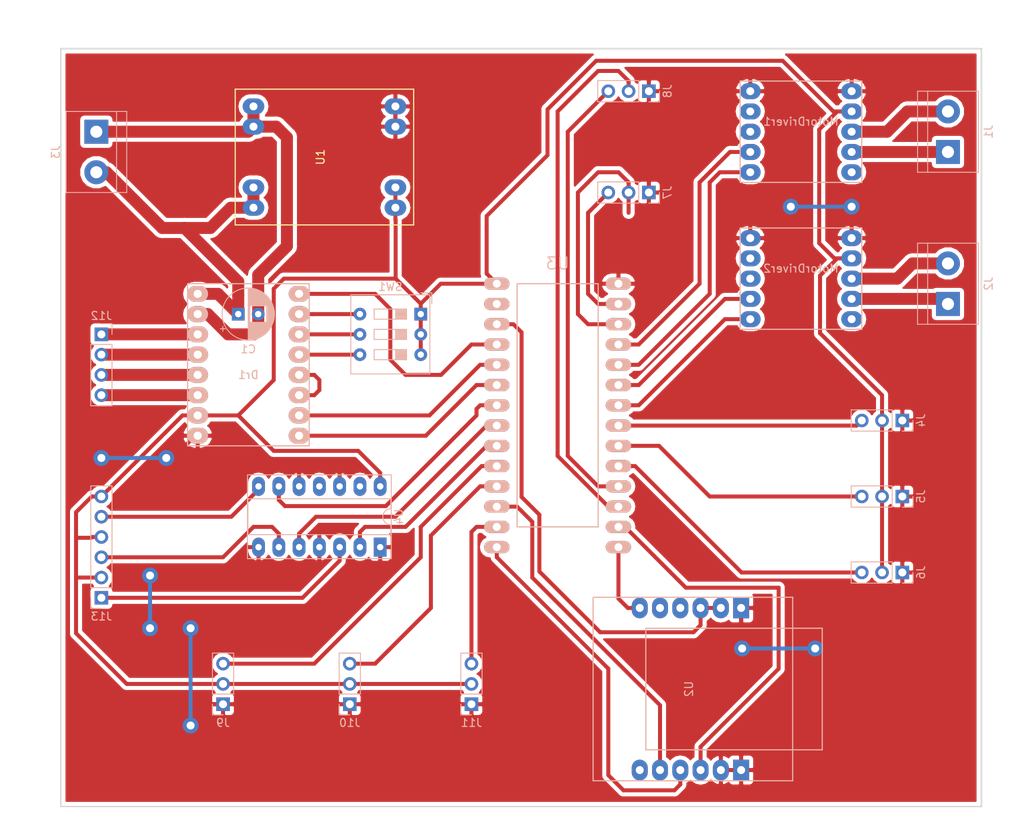
<source format=kicad_pcb>
(kicad_pcb (version 20171130) (host pcbnew 5.0.0+dfsg1-2)

  (general
    (thickness 1.6)
    (drawings 5)
    (tracks 263)
    (zones 0)
    (modules 22)
    (nets 45)
  )

  (page A4)
  (layers
    (0 F.Cu signal)
    (31 B.Cu signal)
    (32 B.Adhes user)
    (33 F.Adhes user)
    (34 B.Paste user)
    (35 F.Paste user)
    (36 B.SilkS user)
    (37 F.SilkS user)
    (38 B.Mask user)
    (39 F.Mask user)
    (40 Dwgs.User user)
    (41 Cmts.User user)
    (42 Eco1.User user)
    (43 Eco2.User user)
    (44 Edge.Cuts user)
    (45 Margin user)
    (46 B.CrtYd user)
    (47 F.CrtYd user)
    (48 B.Fab user)
    (49 F.Fab user)
  )

  (setup
    (last_trace_width 0.5)
    (trace_clearance 0.2)
    (zone_clearance 0.508)
    (zone_45_only no)
    (trace_min 0.2)
    (segment_width 0.2)
    (edge_width 0.15)
    (via_size 2)
    (via_drill 1)
    (via_min_size 0.4)
    (via_min_drill 0.3)
    (uvia_size 0.3)
    (uvia_drill 0.1)
    (uvias_allowed no)
    (uvia_min_size 0.2)
    (uvia_min_drill 0.1)
    (pcb_text_width 0.3)
    (pcb_text_size 1.5 1.5)
    (mod_edge_width 0.15)
    (mod_text_size 1 1)
    (mod_text_width 0.15)
    (pad_size 1.524 1.524)
    (pad_drill 0.762)
    (pad_to_mask_clearance 0.2)
    (aux_axis_origin 188.976 28.956)
    (grid_origin 188.976 28.956)
    (visible_elements FFFFFF7F)
    (pcbplotparams
      (layerselection 0x01000_7fffffff)
      (usegerberextensions false)
      (usegerberattributes false)
      (usegerberadvancedattributes false)
      (creategerberjobfile false)
      (excludeedgelayer true)
      (linewidth 0.100000)
      (plotframeref false)
      (viasonmask false)
      (mode 1)
      (useauxorigin true)
      (hpglpennumber 1)
      (hpglpenspeed 20)
      (hpglpendiameter 15.000000)
      (psnegative false)
      (psa4output false)
      (plotreference true)
      (plotvalue true)
      (plotinvisibletext false)
      (padsonsilk false)
      (subtractmaskfromsilk false)
      (outputformat 1)
      (mirror false)
      (drillshape 0)
      (scaleselection 1)
      (outputdirectory ""))
  )

  (net 0 "")
  (net 1 +36V)
  (net 2 GNDPWR)
  (net 3 "Net-(Dr1-Pad1)")
  (net 4 "Net-(Dr1-Pad2)")
  (net 5 "Net-(Dr1-Pad3)")
  (net 6 "Net-(Dr1-Pad4)")
  (net 7 "Net-(Dr1-Pad5)")
  (net 8 "Net-(Dr1-Pad7)")
  (net 9 "Net-(Dr1-Pad8)")
  (net 10 GND)
  (net 11 +5V)
  (net 12 "Net-(Dr1-Pad11)")
  (net 13 "Net-(Dr1-Pad12)")
  (net 14 "Net-(Dr1-Pad13)")
  (net 15 "Net-(Dr1-Pad14)")
  (net 16 "Net-(J1-Pad2)")
  (net 17 "Net-(J1-Pad1)")
  (net 18 "Net-(J2-Pad1)")
  (net 19 "Net-(J2-Pad2)")
  (net 20 "Net-(J4-Pad3)")
  (net 21 "Net-(J5-Pad3)")
  (net 22 "Net-(J6-Pad3)")
  (net 23 "Net-(J7-Pad3)")
  (net 24 "Net-(J7-Pad2)")
  (net 25 "Net-(J8-Pad2)")
  (net 26 "Net-(J8-Pad3)")
  (net 27 "Net-(J9-Pad3)")
  (net 28 "Net-(J10-Pad3)")
  (net 29 "Net-(J11-Pad3)")
  (net 30 "Net-(J13-Pad1)")
  (net 31 "Net-(J13-Pad3)")
  (net 32 "Net-(J13-Pad5)")
  (net 33 "Net-(MotorDriver1-Pad1)")
  (net 34 "Net-(MotorDriver1-Pad2)")
  (net 35 "Net-(MotorDriver2-Pad2)")
  (net 36 "Net-(MotorDriver2-Pad1)")
  (net 37 "Net-(U2-Pad4)")
  (net 38 "Net-(U2-Pad3)")
  (net 39 "Net-(U2-Pad2)")
  (net 40 +3V3)
  (net 41 "Net-(U2-Pad6)")
  (net 42 "Net-(U3-Pad18)")
  (net 43 "Net-(U3-Pad19)")
  (net 44 "Net-(U3-Pad20)")

  (net_class Default "Ceci est la Netclass par défaut."
    (clearance 0.2)
    (trace_width 0.5)
    (via_dia 2)
    (via_drill 1)
    (uvia_dia 0.3)
    (uvia_drill 0.1)
    (add_net +3V3)
    (add_net +5V)
    (add_net GND)
    (add_net "Net-(Dr1-Pad1)")
    (add_net "Net-(Dr1-Pad2)")
    (add_net "Net-(Dr1-Pad3)")
    (add_net "Net-(Dr1-Pad4)")
    (add_net "Net-(Dr1-Pad5)")
    (add_net "Net-(Dr1-Pad7)")
    (add_net "Net-(Dr1-Pad8)")
    (add_net "Net-(J10-Pad3)")
    (add_net "Net-(J11-Pad3)")
    (add_net "Net-(J13-Pad1)")
    (add_net "Net-(J13-Pad3)")
    (add_net "Net-(J13-Pad5)")
    (add_net "Net-(J4-Pad3)")
    (add_net "Net-(J5-Pad3)")
    (add_net "Net-(J6-Pad3)")
    (add_net "Net-(J7-Pad2)")
    (add_net "Net-(J7-Pad3)")
    (add_net "Net-(J8-Pad2)")
    (add_net "Net-(J8-Pad3)")
    (add_net "Net-(J9-Pad3)")
    (add_net "Net-(MotorDriver1-Pad1)")
    (add_net "Net-(MotorDriver1-Pad2)")
    (add_net "Net-(MotorDriver2-Pad1)")
    (add_net "Net-(MotorDriver2-Pad2)")
    (add_net "Net-(U2-Pad2)")
    (add_net "Net-(U2-Pad3)")
    (add_net "Net-(U2-Pad4)")
    (add_net "Net-(U2-Pad6)")
    (add_net "Net-(U3-Pad18)")
    (add_net "Net-(U3-Pad19)")
    (add_net "Net-(U3-Pad20)")
  )

  (net_class POWER ""
    (clearance 0.2)
    (trace_width 1.5)
    (via_dia 2)
    (via_drill 1)
    (uvia_dia 0.3)
    (uvia_drill 0.1)
    (add_net +36V)
    (add_net GNDPWR)
    (add_net "Net-(Dr1-Pad11)")
    (add_net "Net-(Dr1-Pad12)")
    (add_net "Net-(Dr1-Pad13)")
    (add_net "Net-(Dr1-Pad14)")
    (add_net "Net-(J1-Pad1)")
    (add_net "Net-(J1-Pad2)")
    (add_net "Net-(J2-Pad1)")
    (add_net "Net-(J2-Pad2)")
  )

  (module Capacitor_THT:CP_Radial_D6.3mm_P2.50mm (layer B.Cu) (tedit 5AE50EF0) (tstamp 5CEDCFE2)
    (at 95.885 62.23)
    (descr "CP, Radial series, Radial, pin pitch=2.50mm, , diameter=6.3mm, Electrolytic Capacitor")
    (tags "CP Radial series Radial pin pitch 2.50mm  diameter 6.3mm Electrolytic Capacitor")
    (path /5CEFEFB4)
    (fp_text reference C1 (at 1.25 4.4) (layer B.SilkS)
      (effects (font (size 1 1) (thickness 0.15)) (justify mirror))
    )
    (fp_text value 100uF (at 1.25 -4.4) (layer B.Fab)
      (effects (font (size 1 1) (thickness 0.15)) (justify mirror))
    )
    (fp_circle (center 1.25 0) (end 4.4 0) (layer B.Fab) (width 0.1))
    (fp_circle (center 1.25 0) (end 4.52 0) (layer B.SilkS) (width 0.12))
    (fp_circle (center 1.25 0) (end 4.65 0) (layer B.CrtYd) (width 0.05))
    (fp_line (start -1.443972 1.3735) (end -0.813972 1.3735) (layer B.Fab) (width 0.1))
    (fp_line (start -1.128972 1.6885) (end -1.128972 1.0585) (layer B.Fab) (width 0.1))
    (fp_line (start 1.25 3.23) (end 1.25 -3.23) (layer B.SilkS) (width 0.12))
    (fp_line (start 1.29 3.23) (end 1.29 -3.23) (layer B.SilkS) (width 0.12))
    (fp_line (start 1.33 3.23) (end 1.33 -3.23) (layer B.SilkS) (width 0.12))
    (fp_line (start 1.37 3.228) (end 1.37 -3.228) (layer B.SilkS) (width 0.12))
    (fp_line (start 1.41 3.227) (end 1.41 -3.227) (layer B.SilkS) (width 0.12))
    (fp_line (start 1.45 3.224) (end 1.45 -3.224) (layer B.SilkS) (width 0.12))
    (fp_line (start 1.49 3.222) (end 1.49 1.04) (layer B.SilkS) (width 0.12))
    (fp_line (start 1.49 -1.04) (end 1.49 -3.222) (layer B.SilkS) (width 0.12))
    (fp_line (start 1.53 3.218) (end 1.53 1.04) (layer B.SilkS) (width 0.12))
    (fp_line (start 1.53 -1.04) (end 1.53 -3.218) (layer B.SilkS) (width 0.12))
    (fp_line (start 1.57 3.215) (end 1.57 1.04) (layer B.SilkS) (width 0.12))
    (fp_line (start 1.57 -1.04) (end 1.57 -3.215) (layer B.SilkS) (width 0.12))
    (fp_line (start 1.61 3.211) (end 1.61 1.04) (layer B.SilkS) (width 0.12))
    (fp_line (start 1.61 -1.04) (end 1.61 -3.211) (layer B.SilkS) (width 0.12))
    (fp_line (start 1.65 3.206) (end 1.65 1.04) (layer B.SilkS) (width 0.12))
    (fp_line (start 1.65 -1.04) (end 1.65 -3.206) (layer B.SilkS) (width 0.12))
    (fp_line (start 1.69 3.201) (end 1.69 1.04) (layer B.SilkS) (width 0.12))
    (fp_line (start 1.69 -1.04) (end 1.69 -3.201) (layer B.SilkS) (width 0.12))
    (fp_line (start 1.73 3.195) (end 1.73 1.04) (layer B.SilkS) (width 0.12))
    (fp_line (start 1.73 -1.04) (end 1.73 -3.195) (layer B.SilkS) (width 0.12))
    (fp_line (start 1.77 3.189) (end 1.77 1.04) (layer B.SilkS) (width 0.12))
    (fp_line (start 1.77 -1.04) (end 1.77 -3.189) (layer B.SilkS) (width 0.12))
    (fp_line (start 1.81 3.182) (end 1.81 1.04) (layer B.SilkS) (width 0.12))
    (fp_line (start 1.81 -1.04) (end 1.81 -3.182) (layer B.SilkS) (width 0.12))
    (fp_line (start 1.85 3.175) (end 1.85 1.04) (layer B.SilkS) (width 0.12))
    (fp_line (start 1.85 -1.04) (end 1.85 -3.175) (layer B.SilkS) (width 0.12))
    (fp_line (start 1.89 3.167) (end 1.89 1.04) (layer B.SilkS) (width 0.12))
    (fp_line (start 1.89 -1.04) (end 1.89 -3.167) (layer B.SilkS) (width 0.12))
    (fp_line (start 1.93 3.159) (end 1.93 1.04) (layer B.SilkS) (width 0.12))
    (fp_line (start 1.93 -1.04) (end 1.93 -3.159) (layer B.SilkS) (width 0.12))
    (fp_line (start 1.971 3.15) (end 1.971 1.04) (layer B.SilkS) (width 0.12))
    (fp_line (start 1.971 -1.04) (end 1.971 -3.15) (layer B.SilkS) (width 0.12))
    (fp_line (start 2.011 3.141) (end 2.011 1.04) (layer B.SilkS) (width 0.12))
    (fp_line (start 2.011 -1.04) (end 2.011 -3.141) (layer B.SilkS) (width 0.12))
    (fp_line (start 2.051 3.131) (end 2.051 1.04) (layer B.SilkS) (width 0.12))
    (fp_line (start 2.051 -1.04) (end 2.051 -3.131) (layer B.SilkS) (width 0.12))
    (fp_line (start 2.091 3.121) (end 2.091 1.04) (layer B.SilkS) (width 0.12))
    (fp_line (start 2.091 -1.04) (end 2.091 -3.121) (layer B.SilkS) (width 0.12))
    (fp_line (start 2.131 3.11) (end 2.131 1.04) (layer B.SilkS) (width 0.12))
    (fp_line (start 2.131 -1.04) (end 2.131 -3.11) (layer B.SilkS) (width 0.12))
    (fp_line (start 2.171 3.098) (end 2.171 1.04) (layer B.SilkS) (width 0.12))
    (fp_line (start 2.171 -1.04) (end 2.171 -3.098) (layer B.SilkS) (width 0.12))
    (fp_line (start 2.211 3.086) (end 2.211 1.04) (layer B.SilkS) (width 0.12))
    (fp_line (start 2.211 -1.04) (end 2.211 -3.086) (layer B.SilkS) (width 0.12))
    (fp_line (start 2.251 3.074) (end 2.251 1.04) (layer B.SilkS) (width 0.12))
    (fp_line (start 2.251 -1.04) (end 2.251 -3.074) (layer B.SilkS) (width 0.12))
    (fp_line (start 2.291 3.061) (end 2.291 1.04) (layer B.SilkS) (width 0.12))
    (fp_line (start 2.291 -1.04) (end 2.291 -3.061) (layer B.SilkS) (width 0.12))
    (fp_line (start 2.331 3.047) (end 2.331 1.04) (layer B.SilkS) (width 0.12))
    (fp_line (start 2.331 -1.04) (end 2.331 -3.047) (layer B.SilkS) (width 0.12))
    (fp_line (start 2.371 3.033) (end 2.371 1.04) (layer B.SilkS) (width 0.12))
    (fp_line (start 2.371 -1.04) (end 2.371 -3.033) (layer B.SilkS) (width 0.12))
    (fp_line (start 2.411 3.018) (end 2.411 1.04) (layer B.SilkS) (width 0.12))
    (fp_line (start 2.411 -1.04) (end 2.411 -3.018) (layer B.SilkS) (width 0.12))
    (fp_line (start 2.451 3.002) (end 2.451 1.04) (layer B.SilkS) (width 0.12))
    (fp_line (start 2.451 -1.04) (end 2.451 -3.002) (layer B.SilkS) (width 0.12))
    (fp_line (start 2.491 2.986) (end 2.491 1.04) (layer B.SilkS) (width 0.12))
    (fp_line (start 2.491 -1.04) (end 2.491 -2.986) (layer B.SilkS) (width 0.12))
    (fp_line (start 2.531 2.97) (end 2.531 1.04) (layer B.SilkS) (width 0.12))
    (fp_line (start 2.531 -1.04) (end 2.531 -2.97) (layer B.SilkS) (width 0.12))
    (fp_line (start 2.571 2.952) (end 2.571 1.04) (layer B.SilkS) (width 0.12))
    (fp_line (start 2.571 -1.04) (end 2.571 -2.952) (layer B.SilkS) (width 0.12))
    (fp_line (start 2.611 2.934) (end 2.611 1.04) (layer B.SilkS) (width 0.12))
    (fp_line (start 2.611 -1.04) (end 2.611 -2.934) (layer B.SilkS) (width 0.12))
    (fp_line (start 2.651 2.916) (end 2.651 1.04) (layer B.SilkS) (width 0.12))
    (fp_line (start 2.651 -1.04) (end 2.651 -2.916) (layer B.SilkS) (width 0.12))
    (fp_line (start 2.691 2.896) (end 2.691 1.04) (layer B.SilkS) (width 0.12))
    (fp_line (start 2.691 -1.04) (end 2.691 -2.896) (layer B.SilkS) (width 0.12))
    (fp_line (start 2.731 2.876) (end 2.731 1.04) (layer B.SilkS) (width 0.12))
    (fp_line (start 2.731 -1.04) (end 2.731 -2.876) (layer B.SilkS) (width 0.12))
    (fp_line (start 2.771 2.856) (end 2.771 1.04) (layer B.SilkS) (width 0.12))
    (fp_line (start 2.771 -1.04) (end 2.771 -2.856) (layer B.SilkS) (width 0.12))
    (fp_line (start 2.811 2.834) (end 2.811 1.04) (layer B.SilkS) (width 0.12))
    (fp_line (start 2.811 -1.04) (end 2.811 -2.834) (layer B.SilkS) (width 0.12))
    (fp_line (start 2.851 2.812) (end 2.851 1.04) (layer B.SilkS) (width 0.12))
    (fp_line (start 2.851 -1.04) (end 2.851 -2.812) (layer B.SilkS) (width 0.12))
    (fp_line (start 2.891 2.79) (end 2.891 1.04) (layer B.SilkS) (width 0.12))
    (fp_line (start 2.891 -1.04) (end 2.891 -2.79) (layer B.SilkS) (width 0.12))
    (fp_line (start 2.931 2.766) (end 2.931 1.04) (layer B.SilkS) (width 0.12))
    (fp_line (start 2.931 -1.04) (end 2.931 -2.766) (layer B.SilkS) (width 0.12))
    (fp_line (start 2.971 2.742) (end 2.971 1.04) (layer B.SilkS) (width 0.12))
    (fp_line (start 2.971 -1.04) (end 2.971 -2.742) (layer B.SilkS) (width 0.12))
    (fp_line (start 3.011 2.716) (end 3.011 1.04) (layer B.SilkS) (width 0.12))
    (fp_line (start 3.011 -1.04) (end 3.011 -2.716) (layer B.SilkS) (width 0.12))
    (fp_line (start 3.051 2.69) (end 3.051 1.04) (layer B.SilkS) (width 0.12))
    (fp_line (start 3.051 -1.04) (end 3.051 -2.69) (layer B.SilkS) (width 0.12))
    (fp_line (start 3.091 2.664) (end 3.091 1.04) (layer B.SilkS) (width 0.12))
    (fp_line (start 3.091 -1.04) (end 3.091 -2.664) (layer B.SilkS) (width 0.12))
    (fp_line (start 3.131 2.636) (end 3.131 1.04) (layer B.SilkS) (width 0.12))
    (fp_line (start 3.131 -1.04) (end 3.131 -2.636) (layer B.SilkS) (width 0.12))
    (fp_line (start 3.171 2.607) (end 3.171 1.04) (layer B.SilkS) (width 0.12))
    (fp_line (start 3.171 -1.04) (end 3.171 -2.607) (layer B.SilkS) (width 0.12))
    (fp_line (start 3.211 2.578) (end 3.211 1.04) (layer B.SilkS) (width 0.12))
    (fp_line (start 3.211 -1.04) (end 3.211 -2.578) (layer B.SilkS) (width 0.12))
    (fp_line (start 3.251 2.548) (end 3.251 1.04) (layer B.SilkS) (width 0.12))
    (fp_line (start 3.251 -1.04) (end 3.251 -2.548) (layer B.SilkS) (width 0.12))
    (fp_line (start 3.291 2.516) (end 3.291 1.04) (layer B.SilkS) (width 0.12))
    (fp_line (start 3.291 -1.04) (end 3.291 -2.516) (layer B.SilkS) (width 0.12))
    (fp_line (start 3.331 2.484) (end 3.331 1.04) (layer B.SilkS) (width 0.12))
    (fp_line (start 3.331 -1.04) (end 3.331 -2.484) (layer B.SilkS) (width 0.12))
    (fp_line (start 3.371 2.45) (end 3.371 1.04) (layer B.SilkS) (width 0.12))
    (fp_line (start 3.371 -1.04) (end 3.371 -2.45) (layer B.SilkS) (width 0.12))
    (fp_line (start 3.411 2.416) (end 3.411 1.04) (layer B.SilkS) (width 0.12))
    (fp_line (start 3.411 -1.04) (end 3.411 -2.416) (layer B.SilkS) (width 0.12))
    (fp_line (start 3.451 2.38) (end 3.451 1.04) (layer B.SilkS) (width 0.12))
    (fp_line (start 3.451 -1.04) (end 3.451 -2.38) (layer B.SilkS) (width 0.12))
    (fp_line (start 3.491 2.343) (end 3.491 1.04) (layer B.SilkS) (width 0.12))
    (fp_line (start 3.491 -1.04) (end 3.491 -2.343) (layer B.SilkS) (width 0.12))
    (fp_line (start 3.531 2.305) (end 3.531 1.04) (layer B.SilkS) (width 0.12))
    (fp_line (start 3.531 -1.04) (end 3.531 -2.305) (layer B.SilkS) (width 0.12))
    (fp_line (start 3.571 2.265) (end 3.571 -2.265) (layer B.SilkS) (width 0.12))
    (fp_line (start 3.611 2.224) (end 3.611 -2.224) (layer B.SilkS) (width 0.12))
    (fp_line (start 3.651 2.182) (end 3.651 -2.182) (layer B.SilkS) (width 0.12))
    (fp_line (start 3.691 2.137) (end 3.691 -2.137) (layer B.SilkS) (width 0.12))
    (fp_line (start 3.731 2.092) (end 3.731 -2.092) (layer B.SilkS) (width 0.12))
    (fp_line (start 3.771 2.044) (end 3.771 -2.044) (layer B.SilkS) (width 0.12))
    (fp_line (start 3.811 1.995) (end 3.811 -1.995) (layer B.SilkS) (width 0.12))
    (fp_line (start 3.851 1.944) (end 3.851 -1.944) (layer B.SilkS) (width 0.12))
    (fp_line (start 3.891 1.89) (end 3.891 -1.89) (layer B.SilkS) (width 0.12))
    (fp_line (start 3.931 1.834) (end 3.931 -1.834) (layer B.SilkS) (width 0.12))
    (fp_line (start 3.971 1.776) (end 3.971 -1.776) (layer B.SilkS) (width 0.12))
    (fp_line (start 4.011 1.714) (end 4.011 -1.714) (layer B.SilkS) (width 0.12))
    (fp_line (start 4.051 1.65) (end 4.051 -1.65) (layer B.SilkS) (width 0.12))
    (fp_line (start 4.091 1.581) (end 4.091 -1.581) (layer B.SilkS) (width 0.12))
    (fp_line (start 4.131 1.509) (end 4.131 -1.509) (layer B.SilkS) (width 0.12))
    (fp_line (start 4.171 1.432) (end 4.171 -1.432) (layer B.SilkS) (width 0.12))
    (fp_line (start 4.211 1.35) (end 4.211 -1.35) (layer B.SilkS) (width 0.12))
    (fp_line (start 4.251 1.262) (end 4.251 -1.262) (layer B.SilkS) (width 0.12))
    (fp_line (start 4.291 1.165) (end 4.291 -1.165) (layer B.SilkS) (width 0.12))
    (fp_line (start 4.331 1.059) (end 4.331 -1.059) (layer B.SilkS) (width 0.12))
    (fp_line (start 4.371 0.94) (end 4.371 -0.94) (layer B.SilkS) (width 0.12))
    (fp_line (start 4.411 0.802) (end 4.411 -0.802) (layer B.SilkS) (width 0.12))
    (fp_line (start 4.451 0.633) (end 4.451 -0.633) (layer B.SilkS) (width 0.12))
    (fp_line (start 4.491 0.402) (end 4.491 -0.402) (layer B.SilkS) (width 0.12))
    (fp_line (start -2.250241 1.839) (end -1.620241 1.839) (layer B.SilkS) (width 0.12))
    (fp_line (start -1.935241 2.154) (end -1.935241 1.524) (layer B.SilkS) (width 0.12))
    (fp_text user %R (at 1.25 0) (layer B.Fab)
      (effects (font (size 1 1) (thickness 0.15)) (justify mirror))
    )
    (pad 1 thru_hole rect (at 0 0) (size 1.6 1.6) (drill 0.8) (layers *.Cu *.Mask)
      (net 1 +36V))
    (pad 2 thru_hole circle (at 2.5 0) (size 1.6 1.6) (drill 0.8) (layers *.Cu *.Mask)
      (net 2 GNDPWR))
    (model ${KISYS3DMOD}/Capacitor_THT.3dshapes/CP_Radial_D6.3mm_P2.50mm.wrl
      (at (xyz 0 0 0))
      (scale (xyz 1 1 1))
      (rotate (xyz 0 0 0))
    )
  )

  (module Lien:POL_A4988 (layer B.Cu) (tedit 5BFE9C97) (tstamp 5CEDCFFA)
    (at 97.155 68.58 180)
    (path /5CE1C2F5)
    (fp_text reference Dr1 (at 0 -1.27 180) (layer B.SilkS)
      (effects (font (size 1 1) (thickness 0.15)) (justify mirror))
    )
    (fp_text value POL_A4988 (at 0 1.27 180) (layer B.Fab)
      (effects (font (size 1 1) (thickness 0.15)) (justify mirror))
    )
    (fp_line (start 7.62 10.16) (end -7.62 10.16) (layer B.SilkS) (width 0.15))
    (fp_line (start -7.62 10.16) (end -7.62 -10.16) (layer B.SilkS) (width 0.15))
    (fp_line (start -7.62 -10.16) (end 7.62 -10.16) (layer B.SilkS) (width 0.15))
    (fp_line (start 7.62 -10.16) (end 7.62 10.16) (layer B.SilkS) (width 0.15))
    (pad 1 thru_hole oval (at -6.35 8.89 180) (size 2.6 2) (drill 1.02) (layers *.Cu *.Mask B.SilkS)
      (net 3 "Net-(Dr1-Pad1)"))
    (pad 2 thru_hole oval (at -6.35 6.35 180) (size 2.6 2) (drill 1.02) (layers *.Cu *.Mask B.SilkS)
      (net 4 "Net-(Dr1-Pad2)"))
    (pad 3 thru_hole oval (at -6.35 3.81 180) (size 2.6 2) (drill 1.02) (layers *.Cu *.Mask B.SilkS)
      (net 5 "Net-(Dr1-Pad3)"))
    (pad 4 thru_hole oval (at -6.35 1.27 180) (size 2.6 2) (drill 1.02) (layers *.Cu *.Mask B.SilkS)
      (net 6 "Net-(Dr1-Pad4)"))
    (pad 5 thru_hole oval (at -6.35 -1.27 180) (size 2.6 2) (drill 1.02) (layers *.Cu *.Mask B.SilkS)
      (net 7 "Net-(Dr1-Pad5)"))
    (pad 6 thru_hole oval (at -6.35 -3.81 180) (size 2.6 2) (drill 1.02) (layers *.Cu *.Mask B.SilkS)
      (net 7 "Net-(Dr1-Pad5)"))
    (pad 7 thru_hole oval (at -6.35 -6.35 180) (size 2.6 2) (drill 1.02) (layers *.Cu *.Mask B.SilkS)
      (net 8 "Net-(Dr1-Pad7)"))
    (pad 8 thru_hole oval (at -6.35 -8.89 180) (size 2.6 2) (drill 1.02) (layers *.Cu *.Mask B.SilkS)
      (net 9 "Net-(Dr1-Pad8)"))
    (pad 9 thru_hole oval (at 6.35 -8.89 180) (size 2.6 2) (drill 1.02) (layers *.Cu *.Mask B.SilkS)
      (net 10 GND))
    (pad 10 thru_hole oval (at 6.35 -6.35 180) (size 2.6 2) (drill 1.02) (layers *.Cu *.Mask B.SilkS)
      (net 11 +5V))
    (pad 11 thru_hole oval (at 6.35 -3.81 180) (size 2.6 2) (drill 1.02) (layers *.Cu *.Mask B.SilkS)
      (net 12 "Net-(Dr1-Pad11)"))
    (pad 12 thru_hole oval (at 6.35 -1.27 180) (size 2.6 2) (drill 1.02) (layers *.Cu *.Mask B.SilkS)
      (net 13 "Net-(Dr1-Pad12)"))
    (pad 13 thru_hole oval (at 6.35 1.27 180) (size 2.6 2) (drill 1.02) (layers *.Cu *.Mask B.SilkS)
      (net 14 "Net-(Dr1-Pad13)"))
    (pad 14 thru_hole oval (at 6.35 3.81 180) (size 2.6 2) (drill 1.02) (layers *.Cu *.Mask B.SilkS)
      (net 15 "Net-(Dr1-Pad14)"))
    (pad 15 thru_hole oval (at 6.35 6.35 180) (size 2.6 2) (drill 1.02) (layers *.Cu *.Mask B.SilkS)
      (net 2 GNDPWR))
    (pad 16 thru_hole oval (at 6.35 8.89 180) (size 2.6 2) (drill 1.02) (layers *.Cu *.Mask B.SilkS)
      (net 1 +36V))
  )

  (module TerminalBlock:TerminalBlock_bornier-2_P5.08mm (layer B.Cu) (tedit 59FF03AB) (tstamp 5CEDD00F)
    (at 184.785 41.91 90)
    (descr "simple 2-pin terminal block, pitch 5.08mm, revamped version of bornier2")
    (tags "terminal block bornier2")
    (path /5CE2895B)
    (fp_text reference J1 (at 2.54 5.08 90) (layer B.SilkS)
      (effects (font (size 1 1) (thickness 0.15)) (justify mirror))
    )
    (fp_text value Motor1 (at 2.54 -5.08 90) (layer B.Fab)
      (effects (font (size 1 1) (thickness 0.15)) (justify mirror))
    )
    (fp_line (start 7.79 -4) (end -2.71 -4) (layer B.CrtYd) (width 0.05))
    (fp_line (start 7.79 -4) (end 7.79 4) (layer B.CrtYd) (width 0.05))
    (fp_line (start -2.71 4) (end -2.71 -4) (layer B.CrtYd) (width 0.05))
    (fp_line (start -2.71 4) (end 7.79 4) (layer B.CrtYd) (width 0.05))
    (fp_line (start -2.54 -3.81) (end 7.62 -3.81) (layer B.SilkS) (width 0.12))
    (fp_line (start -2.54 3.81) (end -2.54 -3.81) (layer B.SilkS) (width 0.12))
    (fp_line (start 7.62 3.81) (end -2.54 3.81) (layer B.SilkS) (width 0.12))
    (fp_line (start 7.62 -3.81) (end 7.62 3.81) (layer B.SilkS) (width 0.12))
    (fp_line (start 7.62 -2.54) (end -2.54 -2.54) (layer B.SilkS) (width 0.12))
    (fp_line (start 7.54 3.75) (end -2.46 3.75) (layer B.Fab) (width 0.1))
    (fp_line (start 7.54 -3.75) (end 7.54 3.75) (layer B.Fab) (width 0.1))
    (fp_line (start -2.46 -3.75) (end 7.54 -3.75) (layer B.Fab) (width 0.1))
    (fp_line (start -2.46 3.75) (end -2.46 -3.75) (layer B.Fab) (width 0.1))
    (fp_line (start -2.41 -2.55) (end 7.49 -2.55) (layer B.Fab) (width 0.1))
    (fp_text user %R (at 2.54 0 90) (layer B.Fab)
      (effects (font (size 1 1) (thickness 0.15)) (justify mirror))
    )
    (pad 2 thru_hole circle (at 5.08 0 90) (size 3 3) (drill 1.52) (layers *.Cu *.Mask)
      (net 16 "Net-(J1-Pad2)"))
    (pad 1 thru_hole rect (at 0 0 90) (size 3 3) (drill 1.52) (layers *.Cu *.Mask)
      (net 17 "Net-(J1-Pad1)"))
    (model ${KISYS3DMOD}/TerminalBlock.3dshapes/TerminalBlock_bornier-2_P5.08mm.wrl
      (offset (xyz 2.539999961853027 0 0))
      (scale (xyz 1 1 1))
      (rotate (xyz 0 0 0))
    )
  )

  (module TerminalBlock:TerminalBlock_bornier-2_P5.08mm (layer B.Cu) (tedit 59FF03AB) (tstamp 5CEDD024)
    (at 184.785 60.96 90)
    (descr "simple 2-pin terminal block, pitch 5.08mm, revamped version of bornier2")
    (tags "terminal block bornier2")
    (path /5CE2C451)
    (fp_text reference J2 (at 2.54 5.08 90) (layer B.SilkS)
      (effects (font (size 1 1) (thickness 0.15)) (justify mirror))
    )
    (fp_text value Motor1 (at 2.54 -5.08 90) (layer B.Fab)
      (effects (font (size 1 1) (thickness 0.15)) (justify mirror))
    )
    (fp_text user %R (at 2.54 0 90) (layer B.Fab)
      (effects (font (size 1 1) (thickness 0.15)) (justify mirror))
    )
    (fp_line (start -2.41 -2.55) (end 7.49 -2.55) (layer B.Fab) (width 0.1))
    (fp_line (start -2.46 3.75) (end -2.46 -3.75) (layer B.Fab) (width 0.1))
    (fp_line (start -2.46 -3.75) (end 7.54 -3.75) (layer B.Fab) (width 0.1))
    (fp_line (start 7.54 -3.75) (end 7.54 3.75) (layer B.Fab) (width 0.1))
    (fp_line (start 7.54 3.75) (end -2.46 3.75) (layer B.Fab) (width 0.1))
    (fp_line (start 7.62 -2.54) (end -2.54 -2.54) (layer B.SilkS) (width 0.12))
    (fp_line (start 7.62 -3.81) (end 7.62 3.81) (layer B.SilkS) (width 0.12))
    (fp_line (start 7.62 3.81) (end -2.54 3.81) (layer B.SilkS) (width 0.12))
    (fp_line (start -2.54 3.81) (end -2.54 -3.81) (layer B.SilkS) (width 0.12))
    (fp_line (start -2.54 -3.81) (end 7.62 -3.81) (layer B.SilkS) (width 0.12))
    (fp_line (start -2.71 4) (end 7.79 4) (layer B.CrtYd) (width 0.05))
    (fp_line (start -2.71 4) (end -2.71 -4) (layer B.CrtYd) (width 0.05))
    (fp_line (start 7.79 -4) (end 7.79 4) (layer B.CrtYd) (width 0.05))
    (fp_line (start 7.79 -4) (end -2.71 -4) (layer B.CrtYd) (width 0.05))
    (pad 1 thru_hole rect (at 0 0 90) (size 3 3) (drill 1.52) (layers *.Cu *.Mask)
      (net 18 "Net-(J2-Pad1)"))
    (pad 2 thru_hole circle (at 5.08 0 90) (size 3 3) (drill 1.52) (layers *.Cu *.Mask)
      (net 19 "Net-(J2-Pad2)"))
    (model ${KISYS3DMOD}/TerminalBlock.3dshapes/TerminalBlock_bornier-2_P5.08mm.wrl
      (offset (xyz 2.539999961853027 0 0))
      (scale (xyz 1 1 1))
      (rotate (xyz 0 0 0))
    )
  )

  (module TerminalBlock:TerminalBlock_bornier-2_P5.08mm (layer B.Cu) (tedit 59FF03AB) (tstamp 5CEDD039)
    (at 78.105 39.37 270)
    (descr "simple 2-pin terminal block, pitch 5.08mm, revamped version of bornier2")
    (tags "terminal block bornier2")
    (path /5CE1C5A7)
    (fp_text reference J3 (at 2.54 5.08 270) (layer B.SilkS)
      (effects (font (size 1 1) (thickness 0.15)) (justify mirror))
    )
    (fp_text value POWER_IN (at 2.54 -5.08 270) (layer B.Fab)
      (effects (font (size 1 1) (thickness 0.15)) (justify mirror))
    )
    (fp_text user %R (at 2.54 0 270) (layer B.Fab)
      (effects (font (size 1 1) (thickness 0.15)) (justify mirror))
    )
    (fp_line (start -2.41 -2.55) (end 7.49 -2.55) (layer B.Fab) (width 0.1))
    (fp_line (start -2.46 3.75) (end -2.46 -3.75) (layer B.Fab) (width 0.1))
    (fp_line (start -2.46 -3.75) (end 7.54 -3.75) (layer B.Fab) (width 0.1))
    (fp_line (start 7.54 -3.75) (end 7.54 3.75) (layer B.Fab) (width 0.1))
    (fp_line (start 7.54 3.75) (end -2.46 3.75) (layer B.Fab) (width 0.1))
    (fp_line (start 7.62 -2.54) (end -2.54 -2.54) (layer B.SilkS) (width 0.12))
    (fp_line (start 7.62 -3.81) (end 7.62 3.81) (layer B.SilkS) (width 0.12))
    (fp_line (start 7.62 3.81) (end -2.54 3.81) (layer B.SilkS) (width 0.12))
    (fp_line (start -2.54 3.81) (end -2.54 -3.81) (layer B.SilkS) (width 0.12))
    (fp_line (start -2.54 -3.81) (end 7.62 -3.81) (layer B.SilkS) (width 0.12))
    (fp_line (start -2.71 4) (end 7.79 4) (layer B.CrtYd) (width 0.05))
    (fp_line (start -2.71 4) (end -2.71 -4) (layer B.CrtYd) (width 0.05))
    (fp_line (start 7.79 -4) (end 7.79 4) (layer B.CrtYd) (width 0.05))
    (fp_line (start 7.79 -4) (end -2.71 -4) (layer B.CrtYd) (width 0.05))
    (pad 1 thru_hole rect (at 0 0 270) (size 3 3) (drill 1.52) (layers *.Cu *.Mask)
      (net 2 GNDPWR))
    (pad 2 thru_hole circle (at 5.08 0 270) (size 3 3) (drill 1.52) (layers *.Cu *.Mask)
      (net 1 +36V))
    (model ${KISYS3DMOD}/TerminalBlock.3dshapes/TerminalBlock_bornier-2_P5.08mm.wrl
      (offset (xyz 2.539999961853027 0 0))
      (scale (xyz 1 1 1))
      (rotate (xyz 0 0 0))
    )
  )

  (module Connector_PinHeader_2.54mm:PinHeader_1x03_P2.54mm_Vertical (layer B.Cu) (tedit 59FED5CC) (tstamp 5CEDF10C)
    (at 179.07 75.565 90)
    (descr "Through hole straight pin header, 1x03, 2.54mm pitch, single row")
    (tags "Through hole pin header THT 1x03 2.54mm single row")
    (path /5CE3D769)
    (fp_text reference J4 (at 0 2.33 90) (layer B.SilkS)
      (effects (font (size 1 1) (thickness 0.15)) (justify mirror))
    )
    (fp_text value IO1 (at 0 -7.41 90) (layer B.Fab)
      (effects (font (size 1 1) (thickness 0.15)) (justify mirror))
    )
    (fp_text user %R (at 0 -2.54) (layer B.Fab)
      (effects (font (size 1 1) (thickness 0.15)) (justify mirror))
    )
    (fp_line (start 1.8 1.8) (end -1.8 1.8) (layer B.CrtYd) (width 0.05))
    (fp_line (start 1.8 -6.85) (end 1.8 1.8) (layer B.CrtYd) (width 0.05))
    (fp_line (start -1.8 -6.85) (end 1.8 -6.85) (layer B.CrtYd) (width 0.05))
    (fp_line (start -1.8 1.8) (end -1.8 -6.85) (layer B.CrtYd) (width 0.05))
    (fp_line (start -1.33 1.33) (end 0 1.33) (layer B.SilkS) (width 0.12))
    (fp_line (start -1.33 0) (end -1.33 1.33) (layer B.SilkS) (width 0.12))
    (fp_line (start -1.33 -1.27) (end 1.33 -1.27) (layer B.SilkS) (width 0.12))
    (fp_line (start 1.33 -1.27) (end 1.33 -6.41) (layer B.SilkS) (width 0.12))
    (fp_line (start -1.33 -1.27) (end -1.33 -6.41) (layer B.SilkS) (width 0.12))
    (fp_line (start -1.33 -6.41) (end 1.33 -6.41) (layer B.SilkS) (width 0.12))
    (fp_line (start -1.27 0.635) (end -0.635 1.27) (layer B.Fab) (width 0.1))
    (fp_line (start -1.27 -6.35) (end -1.27 0.635) (layer B.Fab) (width 0.1))
    (fp_line (start 1.27 -6.35) (end -1.27 -6.35) (layer B.Fab) (width 0.1))
    (fp_line (start 1.27 1.27) (end 1.27 -6.35) (layer B.Fab) (width 0.1))
    (fp_line (start -0.635 1.27) (end 1.27 1.27) (layer B.Fab) (width 0.1))
    (pad 3 thru_hole oval (at 0 -5.08 90) (size 1.7 1.7) (drill 1) (layers *.Cu *.Mask)
      (net 20 "Net-(J4-Pad3)"))
    (pad 2 thru_hole oval (at 0 -2.54 90) (size 1.7 1.7) (drill 1) (layers *.Cu *.Mask)
      (net 11 +5V))
    (pad 1 thru_hole rect (at 0 0 90) (size 1.7 1.7) (drill 1) (layers *.Cu *.Mask)
      (net 10 GND))
    (model ${KISYS3DMOD}/Connector_PinHeader_2.54mm.3dshapes/PinHeader_1x03_P2.54mm_Vertical.wrl
      (at (xyz 0 0 0))
      (scale (xyz 1 1 1))
      (rotate (xyz 0 0 0))
    )
  )

  (module Connector_PinHeader_2.54mm:PinHeader_1x03_P2.54mm_Vertical (layer B.Cu) (tedit 59FED5CC) (tstamp 5CEDF0CA)
    (at 179.07 85.09 90)
    (descr "Through hole straight pin header, 1x03, 2.54mm pitch, single row")
    (tags "Through hole pin header THT 1x03 2.54mm single row")
    (path /5CE455D4)
    (fp_text reference J5 (at 0 2.33 90) (layer B.SilkS)
      (effects (font (size 1 1) (thickness 0.15)) (justify mirror))
    )
    (fp_text value IO1 (at 0 -7.41 90) (layer B.Fab)
      (effects (font (size 1 1) (thickness 0.15)) (justify mirror))
    )
    (fp_line (start -0.635 1.27) (end 1.27 1.27) (layer B.Fab) (width 0.1))
    (fp_line (start 1.27 1.27) (end 1.27 -6.35) (layer B.Fab) (width 0.1))
    (fp_line (start 1.27 -6.35) (end -1.27 -6.35) (layer B.Fab) (width 0.1))
    (fp_line (start -1.27 -6.35) (end -1.27 0.635) (layer B.Fab) (width 0.1))
    (fp_line (start -1.27 0.635) (end -0.635 1.27) (layer B.Fab) (width 0.1))
    (fp_line (start -1.33 -6.41) (end 1.33 -6.41) (layer B.SilkS) (width 0.12))
    (fp_line (start -1.33 -1.27) (end -1.33 -6.41) (layer B.SilkS) (width 0.12))
    (fp_line (start 1.33 -1.27) (end 1.33 -6.41) (layer B.SilkS) (width 0.12))
    (fp_line (start -1.33 -1.27) (end 1.33 -1.27) (layer B.SilkS) (width 0.12))
    (fp_line (start -1.33 0) (end -1.33 1.33) (layer B.SilkS) (width 0.12))
    (fp_line (start -1.33 1.33) (end 0 1.33) (layer B.SilkS) (width 0.12))
    (fp_line (start -1.8 1.8) (end -1.8 -6.85) (layer B.CrtYd) (width 0.05))
    (fp_line (start -1.8 -6.85) (end 1.8 -6.85) (layer B.CrtYd) (width 0.05))
    (fp_line (start 1.8 -6.85) (end 1.8 1.8) (layer B.CrtYd) (width 0.05))
    (fp_line (start 1.8 1.8) (end -1.8 1.8) (layer B.CrtYd) (width 0.05))
    (fp_text user %R (at 0 -2.54) (layer B.Fab)
      (effects (font (size 1 1) (thickness 0.15)) (justify mirror))
    )
    (pad 1 thru_hole rect (at 0 0 90) (size 1.7 1.7) (drill 1) (layers *.Cu *.Mask)
      (net 10 GND))
    (pad 2 thru_hole oval (at 0 -2.54 90) (size 1.7 1.7) (drill 1) (layers *.Cu *.Mask)
      (net 11 +5V))
    (pad 3 thru_hole oval (at 0 -5.08 90) (size 1.7 1.7) (drill 1) (layers *.Cu *.Mask)
      (net 21 "Net-(J5-Pad3)"))
    (model ${KISYS3DMOD}/Connector_PinHeader_2.54mm.3dshapes/PinHeader_1x03_P2.54mm_Vertical.wrl
      (at (xyz 0 0 0))
      (scale (xyz 1 1 1))
      (rotate (xyz 0 0 0))
    )
  )

  (module Connector_PinHeader_2.54mm:PinHeader_1x03_P2.54mm_Vertical (layer B.Cu) (tedit 59FED5CC) (tstamp 5CEDF088)
    (at 179.07 94.615 90)
    (descr "Through hole straight pin header, 1x03, 2.54mm pitch, single row")
    (tags "Through hole pin header THT 1x03 2.54mm single row")
    (path /5CE4717A)
    (fp_text reference J6 (at 0 2.33 90) (layer B.SilkS)
      (effects (font (size 1 1) (thickness 0.15)) (justify mirror))
    )
    (fp_text value IO1 (at 0 -7.41 90) (layer B.Fab)
      (effects (font (size 1 1) (thickness 0.15)) (justify mirror))
    )
    (fp_text user %R (at 0 -2.54) (layer B.Fab)
      (effects (font (size 1 1) (thickness 0.15)) (justify mirror))
    )
    (fp_line (start 1.8 1.8) (end -1.8 1.8) (layer B.CrtYd) (width 0.05))
    (fp_line (start 1.8 -6.85) (end 1.8 1.8) (layer B.CrtYd) (width 0.05))
    (fp_line (start -1.8 -6.85) (end 1.8 -6.85) (layer B.CrtYd) (width 0.05))
    (fp_line (start -1.8 1.8) (end -1.8 -6.85) (layer B.CrtYd) (width 0.05))
    (fp_line (start -1.33 1.33) (end 0 1.33) (layer B.SilkS) (width 0.12))
    (fp_line (start -1.33 0) (end -1.33 1.33) (layer B.SilkS) (width 0.12))
    (fp_line (start -1.33 -1.27) (end 1.33 -1.27) (layer B.SilkS) (width 0.12))
    (fp_line (start 1.33 -1.27) (end 1.33 -6.41) (layer B.SilkS) (width 0.12))
    (fp_line (start -1.33 -1.27) (end -1.33 -6.41) (layer B.SilkS) (width 0.12))
    (fp_line (start -1.33 -6.41) (end 1.33 -6.41) (layer B.SilkS) (width 0.12))
    (fp_line (start -1.27 0.635) (end -0.635 1.27) (layer B.Fab) (width 0.1))
    (fp_line (start -1.27 -6.35) (end -1.27 0.635) (layer B.Fab) (width 0.1))
    (fp_line (start 1.27 -6.35) (end -1.27 -6.35) (layer B.Fab) (width 0.1))
    (fp_line (start 1.27 1.27) (end 1.27 -6.35) (layer B.Fab) (width 0.1))
    (fp_line (start -0.635 1.27) (end 1.27 1.27) (layer B.Fab) (width 0.1))
    (pad 3 thru_hole oval (at 0 -5.08 90) (size 1.7 1.7) (drill 1) (layers *.Cu *.Mask)
      (net 22 "Net-(J6-Pad3)"))
    (pad 2 thru_hole oval (at 0 -2.54 90) (size 1.7 1.7) (drill 1) (layers *.Cu *.Mask)
      (net 11 +5V))
    (pad 1 thru_hole rect (at 0 0 90) (size 1.7 1.7) (drill 1) (layers *.Cu *.Mask)
      (net 10 GND))
    (model ${KISYS3DMOD}/Connector_PinHeader_2.54mm.3dshapes/PinHeader_1x03_P2.54mm_Vertical.wrl
      (at (xyz 0 0 0))
      (scale (xyz 1 1 1))
      (rotate (xyz 0 0 0))
    )
  )

  (module Connector_PinHeader_2.54mm:PinHeader_1x03_P2.54mm_Vertical (layer B.Cu) (tedit 59FED5CC) (tstamp 5CEDD095)
    (at 147.32 46.99 90)
    (descr "Through hole straight pin header, 1x03, 2.54mm pitch, single row")
    (tags "Through hole pin header THT 1x03 2.54mm single row")
    (path /5CE1E555)
    (fp_text reference J7 (at 0 2.33 90) (layer B.SilkS)
      (effects (font (size 1 1) (thickness 0.15)) (justify mirror))
    )
    (fp_text value SERIAL1 (at 0 -7.41 90) (layer B.Fab)
      (effects (font (size 1 1) (thickness 0.15)) (justify mirror))
    )
    (fp_text user %R (at 0 -2.54) (layer B.Fab)
      (effects (font (size 1 1) (thickness 0.15)) (justify mirror))
    )
    (fp_line (start 1.8 1.8) (end -1.8 1.8) (layer B.CrtYd) (width 0.05))
    (fp_line (start 1.8 -6.85) (end 1.8 1.8) (layer B.CrtYd) (width 0.05))
    (fp_line (start -1.8 -6.85) (end 1.8 -6.85) (layer B.CrtYd) (width 0.05))
    (fp_line (start -1.8 1.8) (end -1.8 -6.85) (layer B.CrtYd) (width 0.05))
    (fp_line (start -1.33 1.33) (end 0 1.33) (layer B.SilkS) (width 0.12))
    (fp_line (start -1.33 0) (end -1.33 1.33) (layer B.SilkS) (width 0.12))
    (fp_line (start -1.33 -1.27) (end 1.33 -1.27) (layer B.SilkS) (width 0.12))
    (fp_line (start 1.33 -1.27) (end 1.33 -6.41) (layer B.SilkS) (width 0.12))
    (fp_line (start -1.33 -1.27) (end -1.33 -6.41) (layer B.SilkS) (width 0.12))
    (fp_line (start -1.33 -6.41) (end 1.33 -6.41) (layer B.SilkS) (width 0.12))
    (fp_line (start -1.27 0.635) (end -0.635 1.27) (layer B.Fab) (width 0.1))
    (fp_line (start -1.27 -6.35) (end -1.27 0.635) (layer B.Fab) (width 0.1))
    (fp_line (start 1.27 -6.35) (end -1.27 -6.35) (layer B.Fab) (width 0.1))
    (fp_line (start 1.27 1.27) (end 1.27 -6.35) (layer B.Fab) (width 0.1))
    (fp_line (start -0.635 1.27) (end 1.27 1.27) (layer B.Fab) (width 0.1))
    (pad 3 thru_hole oval (at 0 -5.08 90) (size 1.7 1.7) (drill 1) (layers *.Cu *.Mask)
      (net 23 "Net-(J7-Pad3)"))
    (pad 2 thru_hole oval (at 0 -2.54 90) (size 1.7 1.7) (drill 1) (layers *.Cu *.Mask)
      (net 24 "Net-(J7-Pad2)"))
    (pad 1 thru_hole rect (at 0 0 90) (size 1.7 1.7) (drill 1) (layers *.Cu *.Mask)
      (net 10 GND))
    (model ${KISYS3DMOD}/Connector_PinHeader_2.54mm.3dshapes/PinHeader_1x03_P2.54mm_Vertical.wrl
      (at (xyz 0 0 0))
      (scale (xyz 1 1 1))
      (rotate (xyz 0 0 0))
    )
  )

  (module Connector_PinHeader_2.54mm:PinHeader_1x03_P2.54mm_Vertical (layer B.Cu) (tedit 59FED5CC) (tstamp 5CEDD0AC)
    (at 147.32 34.29 90)
    (descr "Through hole straight pin header, 1x03, 2.54mm pitch, single row")
    (tags "Through hole pin header THT 1x03 2.54mm single row")
    (path /5CE1E639)
    (fp_text reference J8 (at 0 2.33 90) (layer B.SilkS)
      (effects (font (size 1 1) (thickness 0.15)) (justify mirror))
    )
    (fp_text value SERIAL2 (at 0 -7.41 90) (layer B.Fab)
      (effects (font (size 1 1) (thickness 0.15)) (justify mirror))
    )
    (fp_line (start -0.635 1.27) (end 1.27 1.27) (layer B.Fab) (width 0.1))
    (fp_line (start 1.27 1.27) (end 1.27 -6.35) (layer B.Fab) (width 0.1))
    (fp_line (start 1.27 -6.35) (end -1.27 -6.35) (layer B.Fab) (width 0.1))
    (fp_line (start -1.27 -6.35) (end -1.27 0.635) (layer B.Fab) (width 0.1))
    (fp_line (start -1.27 0.635) (end -0.635 1.27) (layer B.Fab) (width 0.1))
    (fp_line (start -1.33 -6.41) (end 1.33 -6.41) (layer B.SilkS) (width 0.12))
    (fp_line (start -1.33 -1.27) (end -1.33 -6.41) (layer B.SilkS) (width 0.12))
    (fp_line (start 1.33 -1.27) (end 1.33 -6.41) (layer B.SilkS) (width 0.12))
    (fp_line (start -1.33 -1.27) (end 1.33 -1.27) (layer B.SilkS) (width 0.12))
    (fp_line (start -1.33 0) (end -1.33 1.33) (layer B.SilkS) (width 0.12))
    (fp_line (start -1.33 1.33) (end 0 1.33) (layer B.SilkS) (width 0.12))
    (fp_line (start -1.8 1.8) (end -1.8 -6.85) (layer B.CrtYd) (width 0.05))
    (fp_line (start -1.8 -6.85) (end 1.8 -6.85) (layer B.CrtYd) (width 0.05))
    (fp_line (start 1.8 -6.85) (end 1.8 1.8) (layer B.CrtYd) (width 0.05))
    (fp_line (start 1.8 1.8) (end -1.8 1.8) (layer B.CrtYd) (width 0.05))
    (fp_text user %R (at 0 -2.54) (layer B.Fab)
      (effects (font (size 1 1) (thickness 0.15)) (justify mirror))
    )
    (pad 1 thru_hole rect (at 0 0 90) (size 1.7 1.7) (drill 1) (layers *.Cu *.Mask)
      (net 10 GND))
    (pad 2 thru_hole oval (at 0 -2.54 90) (size 1.7 1.7) (drill 1) (layers *.Cu *.Mask)
      (net 25 "Net-(J8-Pad2)"))
    (pad 3 thru_hole oval (at 0 -5.08 90) (size 1.7 1.7) (drill 1) (layers *.Cu *.Mask)
      (net 26 "Net-(J8-Pad3)"))
    (model ${KISYS3DMOD}/Connector_PinHeader_2.54mm.3dshapes/PinHeader_1x03_P2.54mm_Vertical.wrl
      (at (xyz 0 0 0))
      (scale (xyz 1 1 1))
      (rotate (xyz 0 0 0))
    )
  )

  (module Connector_PinHeader_2.54mm:PinHeader_1x03_P2.54mm_Vertical (layer B.Cu) (tedit 59FED5CC) (tstamp 5CEDD0C3)
    (at 93.98 111.125)
    (descr "Through hole straight pin header, 1x03, 2.54mm pitch, single row")
    (tags "Through hole pin header THT 1x03 2.54mm single row")
    (path /5CF36BF7)
    (fp_text reference J9 (at 0 2.33) (layer B.SilkS)
      (effects (font (size 1 1) (thickness 0.15)) (justify mirror))
    )
    (fp_text value IO1 (at 0 -7.41) (layer B.Fab)
      (effects (font (size 1 1) (thickness 0.15)) (justify mirror))
    )
    (fp_line (start -0.635 1.27) (end 1.27 1.27) (layer B.Fab) (width 0.1))
    (fp_line (start 1.27 1.27) (end 1.27 -6.35) (layer B.Fab) (width 0.1))
    (fp_line (start 1.27 -6.35) (end -1.27 -6.35) (layer B.Fab) (width 0.1))
    (fp_line (start -1.27 -6.35) (end -1.27 0.635) (layer B.Fab) (width 0.1))
    (fp_line (start -1.27 0.635) (end -0.635 1.27) (layer B.Fab) (width 0.1))
    (fp_line (start -1.33 -6.41) (end 1.33 -6.41) (layer B.SilkS) (width 0.12))
    (fp_line (start -1.33 -1.27) (end -1.33 -6.41) (layer B.SilkS) (width 0.12))
    (fp_line (start 1.33 -1.27) (end 1.33 -6.41) (layer B.SilkS) (width 0.12))
    (fp_line (start -1.33 -1.27) (end 1.33 -1.27) (layer B.SilkS) (width 0.12))
    (fp_line (start -1.33 0) (end -1.33 1.33) (layer B.SilkS) (width 0.12))
    (fp_line (start -1.33 1.33) (end 0 1.33) (layer B.SilkS) (width 0.12))
    (fp_line (start -1.8 1.8) (end -1.8 -6.85) (layer B.CrtYd) (width 0.05))
    (fp_line (start -1.8 -6.85) (end 1.8 -6.85) (layer B.CrtYd) (width 0.05))
    (fp_line (start 1.8 -6.85) (end 1.8 1.8) (layer B.CrtYd) (width 0.05))
    (fp_line (start 1.8 1.8) (end -1.8 1.8) (layer B.CrtYd) (width 0.05))
    (fp_text user %R (at 0 -2.54 -90) (layer B.Fab)
      (effects (font (size 1 1) (thickness 0.15)) (justify mirror))
    )
    (pad 1 thru_hole rect (at 0 0) (size 1.7 1.7) (drill 1) (layers *.Cu *.Mask)
      (net 10 GND))
    (pad 2 thru_hole oval (at 0 -2.54) (size 1.7 1.7) (drill 1) (layers *.Cu *.Mask)
      (net 11 +5V))
    (pad 3 thru_hole oval (at 0 -5.08) (size 1.7 1.7) (drill 1) (layers *.Cu *.Mask)
      (net 27 "Net-(J9-Pad3)"))
    (model ${KISYS3DMOD}/Connector_PinHeader_2.54mm.3dshapes/PinHeader_1x03_P2.54mm_Vertical.wrl
      (at (xyz 0 0 0))
      (scale (xyz 1 1 1))
      (rotate (xyz 0 0 0))
    )
  )

  (module Connector_PinHeader_2.54mm:PinHeader_1x03_P2.54mm_Vertical (layer B.Cu) (tedit 59FED5CC) (tstamp 5CEDD0DA)
    (at 109.855 111.125)
    (descr "Through hole straight pin header, 1x03, 2.54mm pitch, single row")
    (tags "Through hole pin header THT 1x03 2.54mm single row")
    (path /5CF36BE2)
    (fp_text reference J10 (at 0 2.33) (layer B.SilkS)
      (effects (font (size 1 1) (thickness 0.15)) (justify mirror))
    )
    (fp_text value IO1 (at 0 -7.41) (layer B.Fab)
      (effects (font (size 1 1) (thickness 0.15)) (justify mirror))
    )
    (fp_text user %R (at 0 -2.54 -90) (layer B.Fab)
      (effects (font (size 1 1) (thickness 0.15)) (justify mirror))
    )
    (fp_line (start 1.8 1.8) (end -1.8 1.8) (layer B.CrtYd) (width 0.05))
    (fp_line (start 1.8 -6.85) (end 1.8 1.8) (layer B.CrtYd) (width 0.05))
    (fp_line (start -1.8 -6.85) (end 1.8 -6.85) (layer B.CrtYd) (width 0.05))
    (fp_line (start -1.8 1.8) (end -1.8 -6.85) (layer B.CrtYd) (width 0.05))
    (fp_line (start -1.33 1.33) (end 0 1.33) (layer B.SilkS) (width 0.12))
    (fp_line (start -1.33 0) (end -1.33 1.33) (layer B.SilkS) (width 0.12))
    (fp_line (start -1.33 -1.27) (end 1.33 -1.27) (layer B.SilkS) (width 0.12))
    (fp_line (start 1.33 -1.27) (end 1.33 -6.41) (layer B.SilkS) (width 0.12))
    (fp_line (start -1.33 -1.27) (end -1.33 -6.41) (layer B.SilkS) (width 0.12))
    (fp_line (start -1.33 -6.41) (end 1.33 -6.41) (layer B.SilkS) (width 0.12))
    (fp_line (start -1.27 0.635) (end -0.635 1.27) (layer B.Fab) (width 0.1))
    (fp_line (start -1.27 -6.35) (end -1.27 0.635) (layer B.Fab) (width 0.1))
    (fp_line (start 1.27 -6.35) (end -1.27 -6.35) (layer B.Fab) (width 0.1))
    (fp_line (start 1.27 1.27) (end 1.27 -6.35) (layer B.Fab) (width 0.1))
    (fp_line (start -0.635 1.27) (end 1.27 1.27) (layer B.Fab) (width 0.1))
    (pad 3 thru_hole oval (at 0 -5.08) (size 1.7 1.7) (drill 1) (layers *.Cu *.Mask)
      (net 28 "Net-(J10-Pad3)"))
    (pad 2 thru_hole oval (at 0 -2.54) (size 1.7 1.7) (drill 1) (layers *.Cu *.Mask)
      (net 11 +5V))
    (pad 1 thru_hole rect (at 0 0) (size 1.7 1.7) (drill 1) (layers *.Cu *.Mask)
      (net 10 GND))
    (model ${KISYS3DMOD}/Connector_PinHeader_2.54mm.3dshapes/PinHeader_1x03_P2.54mm_Vertical.wrl
      (at (xyz 0 0 0))
      (scale (xyz 1 1 1))
      (rotate (xyz 0 0 0))
    )
  )

  (module Connector_PinHeader_2.54mm:PinHeader_1x03_P2.54mm_Vertical (layer B.Cu) (tedit 59FED5CC) (tstamp 5CEDDF5A)
    (at 125.095 111.125)
    (descr "Through hole straight pin header, 1x03, 2.54mm pitch, single row")
    (tags "Through hole pin header THT 1x03 2.54mm single row")
    (path /5CF36BCE)
    (fp_text reference J11 (at 0 2.33) (layer B.SilkS)
      (effects (font (size 1 1) (thickness 0.15)) (justify mirror))
    )
    (fp_text value IO1 (at 0 -7.41) (layer B.Fab)
      (effects (font (size 1 1) (thickness 0.15)) (justify mirror))
    )
    (fp_line (start -0.635 1.27) (end 1.27 1.27) (layer B.Fab) (width 0.1))
    (fp_line (start 1.27 1.27) (end 1.27 -6.35) (layer B.Fab) (width 0.1))
    (fp_line (start 1.27 -6.35) (end -1.27 -6.35) (layer B.Fab) (width 0.1))
    (fp_line (start -1.27 -6.35) (end -1.27 0.635) (layer B.Fab) (width 0.1))
    (fp_line (start -1.27 0.635) (end -0.635 1.27) (layer B.Fab) (width 0.1))
    (fp_line (start -1.33 -6.41) (end 1.33 -6.41) (layer B.SilkS) (width 0.12))
    (fp_line (start -1.33 -1.27) (end -1.33 -6.41) (layer B.SilkS) (width 0.12))
    (fp_line (start 1.33 -1.27) (end 1.33 -6.41) (layer B.SilkS) (width 0.12))
    (fp_line (start -1.33 -1.27) (end 1.33 -1.27) (layer B.SilkS) (width 0.12))
    (fp_line (start -1.33 0) (end -1.33 1.33) (layer B.SilkS) (width 0.12))
    (fp_line (start -1.33 1.33) (end 0 1.33) (layer B.SilkS) (width 0.12))
    (fp_line (start -1.8 1.8) (end -1.8 -6.85) (layer B.CrtYd) (width 0.05))
    (fp_line (start -1.8 -6.85) (end 1.8 -6.85) (layer B.CrtYd) (width 0.05))
    (fp_line (start 1.8 -6.85) (end 1.8 1.8) (layer B.CrtYd) (width 0.05))
    (fp_line (start 1.8 1.8) (end -1.8 1.8) (layer B.CrtYd) (width 0.05))
    (fp_text user %R (at 0 -2.54 -90) (layer B.Fab)
      (effects (font (size 1 1) (thickness 0.15)) (justify mirror))
    )
    (pad 1 thru_hole rect (at 0 0) (size 1.7 1.7) (drill 1) (layers *.Cu *.Mask)
      (net 10 GND))
    (pad 2 thru_hole oval (at 0 -2.54) (size 1.7 1.7) (drill 1) (layers *.Cu *.Mask)
      (net 11 +5V))
    (pad 3 thru_hole oval (at 0 -5.08) (size 1.7 1.7) (drill 1) (layers *.Cu *.Mask)
      (net 29 "Net-(J11-Pad3)"))
    (model ${KISYS3DMOD}/Connector_PinHeader_2.54mm.3dshapes/PinHeader_1x03_P2.54mm_Vertical.wrl
      (at (xyz 0 0 0))
      (scale (xyz 1 1 1))
      (rotate (xyz 0 0 0))
    )
  )

  (module Connector_PinHeader_2.54mm:PinHeader_1x04_P2.54mm_Vertical (layer B.Cu) (tedit 59FED5CC) (tstamp 5CEDD109)
    (at 78.74 64.77 180)
    (descr "Through hole straight pin header, 1x04, 2.54mm pitch, single row")
    (tags "Through hole pin header THT 1x04 2.54mm single row")
    (path /5CEBD107)
    (fp_text reference J12 (at 0 2.33 180) (layer B.SilkS)
      (effects (font (size 1 1) (thickness 0.15)) (justify mirror))
    )
    (fp_text value Conn_01x04 (at 0 -9.95 180) (layer B.Fab)
      (effects (font (size 1 1) (thickness 0.15)) (justify mirror))
    )
    (fp_line (start -0.635 1.27) (end 1.27 1.27) (layer B.Fab) (width 0.1))
    (fp_line (start 1.27 1.27) (end 1.27 -8.89) (layer B.Fab) (width 0.1))
    (fp_line (start 1.27 -8.89) (end -1.27 -8.89) (layer B.Fab) (width 0.1))
    (fp_line (start -1.27 -8.89) (end -1.27 0.635) (layer B.Fab) (width 0.1))
    (fp_line (start -1.27 0.635) (end -0.635 1.27) (layer B.Fab) (width 0.1))
    (fp_line (start -1.33 -8.95) (end 1.33 -8.95) (layer B.SilkS) (width 0.12))
    (fp_line (start -1.33 -1.27) (end -1.33 -8.95) (layer B.SilkS) (width 0.12))
    (fp_line (start 1.33 -1.27) (end 1.33 -8.95) (layer B.SilkS) (width 0.12))
    (fp_line (start -1.33 -1.27) (end 1.33 -1.27) (layer B.SilkS) (width 0.12))
    (fp_line (start -1.33 0) (end -1.33 1.33) (layer B.SilkS) (width 0.12))
    (fp_line (start -1.33 1.33) (end 0 1.33) (layer B.SilkS) (width 0.12))
    (fp_line (start -1.8 1.8) (end -1.8 -9.4) (layer B.CrtYd) (width 0.05))
    (fp_line (start -1.8 -9.4) (end 1.8 -9.4) (layer B.CrtYd) (width 0.05))
    (fp_line (start 1.8 -9.4) (end 1.8 1.8) (layer B.CrtYd) (width 0.05))
    (fp_line (start 1.8 1.8) (end -1.8 1.8) (layer B.CrtYd) (width 0.05))
    (fp_text user %R (at 0 -3.81 90) (layer B.Fab)
      (effects (font (size 1 1) (thickness 0.15)) (justify mirror))
    )
    (pad 1 thru_hole rect (at 0 0 180) (size 1.7 1.7) (drill 1) (layers *.Cu *.Mask)
      (net 15 "Net-(Dr1-Pad14)"))
    (pad 2 thru_hole oval (at 0 -2.54 180) (size 1.7 1.7) (drill 1) (layers *.Cu *.Mask)
      (net 14 "Net-(Dr1-Pad13)"))
    (pad 3 thru_hole oval (at 0 -5.08 180) (size 1.7 1.7) (drill 1) (layers *.Cu *.Mask)
      (net 13 "Net-(Dr1-Pad12)"))
    (pad 4 thru_hole oval (at 0 -7.62 180) (size 1.7 1.7) (drill 1) (layers *.Cu *.Mask)
      (net 12 "Net-(Dr1-Pad11)"))
    (model ${KISYS3DMOD}/Connector_PinHeader_2.54mm.3dshapes/PinHeader_1x04_P2.54mm_Vertical.wrl
      (at (xyz 0 0 0))
      (scale (xyz 1 1 1))
      (rotate (xyz 0 0 0))
    )
  )

  (module Connector_PinHeader_2.54mm:PinHeader_1x06_P2.54mm_Vertical (layer B.Cu) (tedit 59FED5CC) (tstamp 5CEDD123)
    (at 78.74 97.79)
    (descr "Through hole straight pin header, 1x06, 2.54mm pitch, single row")
    (tags "Through hole pin header THT 1x06 2.54mm single row")
    (path /5CE546DC)
    (fp_text reference J13 (at 0 2.33) (layer B.SilkS)
      (effects (font (size 1 1) (thickness 0.15)) (justify mirror))
    )
    (fp_text value Conn_01x06 (at 0 -15.03) (layer B.Fab)
      (effects (font (size 1 1) (thickness 0.15)) (justify mirror))
    )
    (fp_line (start -0.635 1.27) (end 1.27 1.27) (layer B.Fab) (width 0.1))
    (fp_line (start 1.27 1.27) (end 1.27 -13.97) (layer B.Fab) (width 0.1))
    (fp_line (start 1.27 -13.97) (end -1.27 -13.97) (layer B.Fab) (width 0.1))
    (fp_line (start -1.27 -13.97) (end -1.27 0.635) (layer B.Fab) (width 0.1))
    (fp_line (start -1.27 0.635) (end -0.635 1.27) (layer B.Fab) (width 0.1))
    (fp_line (start -1.33 -14.03) (end 1.33 -14.03) (layer B.SilkS) (width 0.12))
    (fp_line (start -1.33 -1.27) (end -1.33 -14.03) (layer B.SilkS) (width 0.12))
    (fp_line (start 1.33 -1.27) (end 1.33 -14.03) (layer B.SilkS) (width 0.12))
    (fp_line (start -1.33 -1.27) (end 1.33 -1.27) (layer B.SilkS) (width 0.12))
    (fp_line (start -1.33 0) (end -1.33 1.33) (layer B.SilkS) (width 0.12))
    (fp_line (start -1.33 1.33) (end 0 1.33) (layer B.SilkS) (width 0.12))
    (fp_line (start -1.8 1.8) (end -1.8 -14.5) (layer B.CrtYd) (width 0.05))
    (fp_line (start -1.8 -14.5) (end 1.8 -14.5) (layer B.CrtYd) (width 0.05))
    (fp_line (start 1.8 -14.5) (end 1.8 1.8) (layer B.CrtYd) (width 0.05))
    (fp_line (start 1.8 1.8) (end -1.8 1.8) (layer B.CrtYd) (width 0.05))
    (fp_text user %R (at 0 -6.35 -90) (layer B.Fab)
      (effects (font (size 1 1) (thickness 0.15)) (justify mirror))
    )
    (pad 1 thru_hole rect (at 0 0) (size 1.7 1.7) (drill 1) (layers *.Cu *.Mask)
      (net 30 "Net-(J13-Pad1)"))
    (pad 2 thru_hole oval (at 0 -2.54) (size 1.7 1.7) (drill 1) (layers *.Cu *.Mask)
      (net 11 +5V))
    (pad 3 thru_hole oval (at 0 -5.08) (size 1.7 1.7) (drill 1) (layers *.Cu *.Mask)
      (net 31 "Net-(J13-Pad3)"))
    (pad 4 thru_hole oval (at 0 -7.62) (size 1.7 1.7) (drill 1) (layers *.Cu *.Mask)
      (net 11 +5V))
    (pad 5 thru_hole oval (at 0 -10.16) (size 1.7 1.7) (drill 1) (layers *.Cu *.Mask)
      (net 32 "Net-(J13-Pad5)"))
    (pad 6 thru_hole oval (at 0 -12.7) (size 1.7 1.7) (drill 1) (layers *.Cu *.Mask)
      (net 11 +5V))
    (model ${KISYS3DMOD}/Connector_PinHeader_2.54mm.3dshapes/PinHeader_1x06_P2.54mm_Vertical.wrl
      (at (xyz 0 0 0))
      (scale (xyz 1 1 1))
      (rotate (xyz 0 0 0))
    )
  )

  (module Lien:POL_MAX14870 (layer B.Cu) (tedit 5CE1D738) (tstamp 5CEDD135)
    (at 166.37 39.37)
    (path /5CE1D5A3)
    (fp_text reference MotorDriver1 (at 0 -1.27) (layer B.SilkS)
      (effects (font (size 1 1) (thickness 0.15)) (justify mirror))
    )
    (fp_text value POL_MAX14870 (at 0 0.5) (layer B.Fab)
      (effects (font (size 1 1) (thickness 0.15)) (justify mirror))
    )
    (fp_line (start -7.62 6.35) (end 7.62 6.35) (layer B.SilkS) (width 0.15))
    (fp_line (start 7.62 6.35) (end 7.62 -6.35) (layer B.SilkS) (width 0.15))
    (fp_line (start 7.62 -6.35) (end -7.62 -6.35) (layer B.SilkS) (width 0.15))
    (fp_line (start -7.62 -6.35) (end -7.62 6.35) (layer B.SilkS) (width 0.15))
    (pad 1 thru_hole oval (at -6.35 5.08) (size 2.6 2) (drill 1) (layers *.Cu *.Mask)
      (net 33 "Net-(MotorDriver1-Pad1)"))
    (pad 2 thru_hole oval (at -6.35 2.54) (size 2.6 2) (drill 1) (layers *.Cu *.Mask)
      (net 34 "Net-(MotorDriver1-Pad2)"))
    (pad 3 thru_hole oval (at -6.35 0) (size 2.6 2) (drill 1) (layers *.Cu *.Mask))
    (pad 4 thru_hole oval (at -6.35 -2.54) (size 2.6 2) (drill 1) (layers *.Cu *.Mask))
    (pad 5 thru_hole oval (at -6.35 -5.08) (size 2.6 2) (drill 1) (layers *.Cu *.Mask)
      (net 10 GND))
    (pad 6 thru_hole oval (at 6.35 -5.08) (size 2.6 2) (drill 1) (layers *.Cu *.Mask)
      (net 10 GND))
    (pad 7 thru_hole oval (at 6.35 -2.54) (size 2.6 2) (drill 1) (layers *.Cu *.Mask)
      (net 11 +5V))
    (pad 8 thru_hole oval (at 6.35 0) (size 2.6 2) (drill 1) (layers *.Cu *.Mask)
      (net 16 "Net-(J1-Pad2)"))
    (pad 9 thru_hole oval (at 6.35 2.54) (size 2.6 2) (drill 1) (layers *.Cu *.Mask)
      (net 17 "Net-(J1-Pad1)"))
    (pad 10 thru_hole oval (at 6.35 5.08) (size 2.6 2) (drill 1) (layers *.Cu *.Mask))
  )

  (module Lien:POL_MAX14870 (layer B.Cu) (tedit 5CE1D738) (tstamp 5CEDDC91)
    (at 166.37 57.785)
    (path /5CE1D649)
    (fp_text reference MotorDriver2 (at 0 -1.27) (layer B.SilkS)
      (effects (font (size 1 1) (thickness 0.15)) (justify mirror))
    )
    (fp_text value POL_MAX14870 (at 0 0.5) (layer B.Fab)
      (effects (font (size 1 1) (thickness 0.15)) (justify mirror))
    )
    (fp_line (start -7.62 -6.35) (end -7.62 6.35) (layer B.SilkS) (width 0.15))
    (fp_line (start 7.62 -6.35) (end -7.62 -6.35) (layer B.SilkS) (width 0.15))
    (fp_line (start 7.62 6.35) (end 7.62 -6.35) (layer B.SilkS) (width 0.15))
    (fp_line (start -7.62 6.35) (end 7.62 6.35) (layer B.SilkS) (width 0.15))
    (pad 10 thru_hole oval (at 6.35 5.08) (size 2.6 2) (drill 1) (layers *.Cu *.Mask))
    (pad 9 thru_hole oval (at 6.35 2.54) (size 2.6 2) (drill 1) (layers *.Cu *.Mask)
      (net 18 "Net-(J2-Pad1)"))
    (pad 8 thru_hole oval (at 6.35 0) (size 2.6 2) (drill 1) (layers *.Cu *.Mask)
      (net 19 "Net-(J2-Pad2)"))
    (pad 7 thru_hole oval (at 6.35 -2.54) (size 2.6 2) (drill 1) (layers *.Cu *.Mask)
      (net 11 +5V))
    (pad 6 thru_hole oval (at 6.35 -5.08) (size 2.6 2) (drill 1) (layers *.Cu *.Mask)
      (net 10 GND))
    (pad 5 thru_hole oval (at -6.35 -5.08) (size 2.6 2) (drill 1) (layers *.Cu *.Mask)
      (net 10 GND))
    (pad 4 thru_hole oval (at -6.35 -2.54) (size 2.6 2) (drill 1) (layers *.Cu *.Mask))
    (pad 3 thru_hole oval (at -6.35 0) (size 2.6 2) (drill 1) (layers *.Cu *.Mask))
    (pad 2 thru_hole oval (at -6.35 2.54) (size 2.6 2) (drill 1) (layers *.Cu *.Mask)
      (net 35 "Net-(MotorDriver2-Pad2)"))
    (pad 1 thru_hole oval (at -6.35 5.08) (size 2.6 2) (drill 1) (layers *.Cu *.Mask)
      (net 36 "Net-(MotorDriver2-Pad1)"))
  )

  (module Button_Switch_THT:SW_DIP_SPSTx03_Slide_9.78x9.8mm_W7.62mm_P2.54mm (layer B.Cu) (tedit 5A4E1404) (tstamp 5CEDD1C2)
    (at 118.745 62.23 180)
    (descr "3x-dip-switch SPST , Slide, row spacing 7.62 mm (300 mils), body size 9.78x9.8mm (see e.g. https://www.ctscorp.com/wp-content/uploads/206-208.pdf)")
    (tags "DIP Switch SPST Slide 7.62mm 300mil")
    (path /5CEE5DC9)
    (fp_text reference SW1 (at 3.81 3.42 180) (layer B.SilkS)
      (effects (font (size 1 1) (thickness 0.15)) (justify mirror))
    )
    (fp_text value SW_DIP_x03 (at 3.81 -8.5 180) (layer B.Fab)
      (effects (font (size 1 1) (thickness 0.15)) (justify mirror))
    )
    (fp_line (start -0.08 2.36) (end 8.7 2.36) (layer B.Fab) (width 0.1))
    (fp_line (start 8.7 2.36) (end 8.7 -7.44) (layer B.Fab) (width 0.1))
    (fp_line (start 8.7 -7.44) (end -1.08 -7.44) (layer B.Fab) (width 0.1))
    (fp_line (start -1.08 -7.44) (end -1.08 1.36) (layer B.Fab) (width 0.1))
    (fp_line (start -1.08 1.36) (end -0.08 2.36) (layer B.Fab) (width 0.1))
    (fp_line (start 1.78 0.635) (end 1.78 -0.635) (layer B.Fab) (width 0.1))
    (fp_line (start 1.78 -0.635) (end 5.84 -0.635) (layer B.Fab) (width 0.1))
    (fp_line (start 5.84 -0.635) (end 5.84 0.635) (layer B.Fab) (width 0.1))
    (fp_line (start 5.84 0.635) (end 1.78 0.635) (layer B.Fab) (width 0.1))
    (fp_line (start 1.78 0.535) (end 3.133333 0.535) (layer B.Fab) (width 0.1))
    (fp_line (start 1.78 0.435) (end 3.133333 0.435) (layer B.Fab) (width 0.1))
    (fp_line (start 1.78 0.335) (end 3.133333 0.335) (layer B.Fab) (width 0.1))
    (fp_line (start 1.78 0.235) (end 3.133333 0.235) (layer B.Fab) (width 0.1))
    (fp_line (start 1.78 0.135) (end 3.133333 0.135) (layer B.Fab) (width 0.1))
    (fp_line (start 1.78 0.035) (end 3.133333 0.035) (layer B.Fab) (width 0.1))
    (fp_line (start 1.78 -0.065) (end 3.133333 -0.065) (layer B.Fab) (width 0.1))
    (fp_line (start 1.78 -0.165) (end 3.133333 -0.165) (layer B.Fab) (width 0.1))
    (fp_line (start 1.78 -0.265) (end 3.133333 -0.265) (layer B.Fab) (width 0.1))
    (fp_line (start 1.78 -0.365) (end 3.133333 -0.365) (layer B.Fab) (width 0.1))
    (fp_line (start 1.78 -0.465) (end 3.133333 -0.465) (layer B.Fab) (width 0.1))
    (fp_line (start 1.78 -0.565) (end 3.133333 -0.565) (layer B.Fab) (width 0.1))
    (fp_line (start 3.133333 0.635) (end 3.133333 -0.635) (layer B.Fab) (width 0.1))
    (fp_line (start 1.78 -1.905) (end 1.78 -3.175) (layer B.Fab) (width 0.1))
    (fp_line (start 1.78 -3.175) (end 5.84 -3.175) (layer B.Fab) (width 0.1))
    (fp_line (start 5.84 -3.175) (end 5.84 -1.905) (layer B.Fab) (width 0.1))
    (fp_line (start 5.84 -1.905) (end 1.78 -1.905) (layer B.Fab) (width 0.1))
    (fp_line (start 1.78 -2.005) (end 3.133333 -2.005) (layer B.Fab) (width 0.1))
    (fp_line (start 1.78 -2.105) (end 3.133333 -2.105) (layer B.Fab) (width 0.1))
    (fp_line (start 1.78 -2.205) (end 3.133333 -2.205) (layer B.Fab) (width 0.1))
    (fp_line (start 1.78 -2.305) (end 3.133333 -2.305) (layer B.Fab) (width 0.1))
    (fp_line (start 1.78 -2.405) (end 3.133333 -2.405) (layer B.Fab) (width 0.1))
    (fp_line (start 1.78 -2.505) (end 3.133333 -2.505) (layer B.Fab) (width 0.1))
    (fp_line (start 1.78 -2.605) (end 3.133333 -2.605) (layer B.Fab) (width 0.1))
    (fp_line (start 1.78 -2.705) (end 3.133333 -2.705) (layer B.Fab) (width 0.1))
    (fp_line (start 1.78 -2.805) (end 3.133333 -2.805) (layer B.Fab) (width 0.1))
    (fp_line (start 1.78 -2.905) (end 3.133333 -2.905) (layer B.Fab) (width 0.1))
    (fp_line (start 1.78 -3.005) (end 3.133333 -3.005) (layer B.Fab) (width 0.1))
    (fp_line (start 1.78 -3.105) (end 3.133333 -3.105) (layer B.Fab) (width 0.1))
    (fp_line (start 3.133333 -1.905) (end 3.133333 -3.175) (layer B.Fab) (width 0.1))
    (fp_line (start 1.78 -4.445) (end 1.78 -5.715) (layer B.Fab) (width 0.1))
    (fp_line (start 1.78 -5.715) (end 5.84 -5.715) (layer B.Fab) (width 0.1))
    (fp_line (start 5.84 -5.715) (end 5.84 -4.445) (layer B.Fab) (width 0.1))
    (fp_line (start 5.84 -4.445) (end 1.78 -4.445) (layer B.Fab) (width 0.1))
    (fp_line (start 1.78 -4.545) (end 3.133333 -4.545) (layer B.Fab) (width 0.1))
    (fp_line (start 1.78 -4.645) (end 3.133333 -4.645) (layer B.Fab) (width 0.1))
    (fp_line (start 1.78 -4.745) (end 3.133333 -4.745) (layer B.Fab) (width 0.1))
    (fp_line (start 1.78 -4.845) (end 3.133333 -4.845) (layer B.Fab) (width 0.1))
    (fp_line (start 1.78 -4.945) (end 3.133333 -4.945) (layer B.Fab) (width 0.1))
    (fp_line (start 1.78 -5.045) (end 3.133333 -5.045) (layer B.Fab) (width 0.1))
    (fp_line (start 1.78 -5.145) (end 3.133333 -5.145) (layer B.Fab) (width 0.1))
    (fp_line (start 1.78 -5.245) (end 3.133333 -5.245) (layer B.Fab) (width 0.1))
    (fp_line (start 1.78 -5.345) (end 3.133333 -5.345) (layer B.Fab) (width 0.1))
    (fp_line (start 1.78 -5.445) (end 3.133333 -5.445) (layer B.Fab) (width 0.1))
    (fp_line (start 1.78 -5.545) (end 3.133333 -5.545) (layer B.Fab) (width 0.1))
    (fp_line (start 1.78 -5.645) (end 3.133333 -5.645) (layer B.Fab) (width 0.1))
    (fp_line (start 3.133333 -4.445) (end 3.133333 -5.715) (layer B.Fab) (width 0.1))
    (fp_line (start -1.14 2.42) (end 8.76 2.42) (layer B.SilkS) (width 0.12))
    (fp_line (start -1.14 -7.5) (end 8.76 -7.5) (layer B.SilkS) (width 0.12))
    (fp_line (start -1.14 2.42) (end -1.14 -7.5) (layer B.SilkS) (width 0.12))
    (fp_line (start 8.76 2.42) (end 8.76 -7.5) (layer B.SilkS) (width 0.12))
    (fp_line (start -1.38 2.66) (end 0.004 2.66) (layer B.SilkS) (width 0.12))
    (fp_line (start -1.38 2.66) (end -1.38 1.277) (layer B.SilkS) (width 0.12))
    (fp_line (start 1.78 0.635) (end 1.78 -0.635) (layer B.SilkS) (width 0.12))
    (fp_line (start 1.78 -0.635) (end 5.84 -0.635) (layer B.SilkS) (width 0.12))
    (fp_line (start 5.84 -0.635) (end 5.84 0.635) (layer B.SilkS) (width 0.12))
    (fp_line (start 5.84 0.635) (end 1.78 0.635) (layer B.SilkS) (width 0.12))
    (fp_line (start 1.78 0.515) (end 3.133333 0.515) (layer B.SilkS) (width 0.12))
    (fp_line (start 1.78 0.395) (end 3.133333 0.395) (layer B.SilkS) (width 0.12))
    (fp_line (start 1.78 0.275) (end 3.133333 0.275) (layer B.SilkS) (width 0.12))
    (fp_line (start 1.78 0.155) (end 3.133333 0.155) (layer B.SilkS) (width 0.12))
    (fp_line (start 1.78 0.035) (end 3.133333 0.035) (layer B.SilkS) (width 0.12))
    (fp_line (start 1.78 -0.085) (end 3.133333 -0.085) (layer B.SilkS) (width 0.12))
    (fp_line (start 1.78 -0.205) (end 3.133333 -0.205) (layer B.SilkS) (width 0.12))
    (fp_line (start 1.78 -0.325) (end 3.133333 -0.325) (layer B.SilkS) (width 0.12))
    (fp_line (start 1.78 -0.445) (end 3.133333 -0.445) (layer B.SilkS) (width 0.12))
    (fp_line (start 1.78 -0.565) (end 3.133333 -0.565) (layer B.SilkS) (width 0.12))
    (fp_line (start 3.133333 0.635) (end 3.133333 -0.635) (layer B.SilkS) (width 0.12))
    (fp_line (start 1.78 -1.905) (end 1.78 -3.175) (layer B.SilkS) (width 0.12))
    (fp_line (start 1.78 -3.175) (end 5.84 -3.175) (layer B.SilkS) (width 0.12))
    (fp_line (start 5.84 -3.175) (end 5.84 -1.905) (layer B.SilkS) (width 0.12))
    (fp_line (start 5.84 -1.905) (end 1.78 -1.905) (layer B.SilkS) (width 0.12))
    (fp_line (start 1.78 -2.025) (end 3.133333 -2.025) (layer B.SilkS) (width 0.12))
    (fp_line (start 1.78 -2.145) (end 3.133333 -2.145) (layer B.SilkS) (width 0.12))
    (fp_line (start 1.78 -2.265) (end 3.133333 -2.265) (layer B.SilkS) (width 0.12))
    (fp_line (start 1.78 -2.385) (end 3.133333 -2.385) (layer B.SilkS) (width 0.12))
    (fp_line (start 1.78 -2.505) (end 3.133333 -2.505) (layer B.SilkS) (width 0.12))
    (fp_line (start 1.78 -2.625) (end 3.133333 -2.625) (layer B.SilkS) (width 0.12))
    (fp_line (start 1.78 -2.745) (end 3.133333 -2.745) (layer B.SilkS) (width 0.12))
    (fp_line (start 1.78 -2.865) (end 3.133333 -2.865) (layer B.SilkS) (width 0.12))
    (fp_line (start 1.78 -2.985) (end 3.133333 -2.985) (layer B.SilkS) (width 0.12))
    (fp_line (start 1.78 -3.105) (end 3.133333 -3.105) (layer B.SilkS) (width 0.12))
    (fp_line (start 3.133333 -1.905) (end 3.133333 -3.175) (layer B.SilkS) (width 0.12))
    (fp_line (start 1.78 -4.445) (end 1.78 -5.715) (layer B.SilkS) (width 0.12))
    (fp_line (start 1.78 -5.715) (end 5.84 -5.715) (layer B.SilkS) (width 0.12))
    (fp_line (start 5.84 -5.715) (end 5.84 -4.445) (layer B.SilkS) (width 0.12))
    (fp_line (start 5.84 -4.445) (end 1.78 -4.445) (layer B.SilkS) (width 0.12))
    (fp_line (start 1.78 -4.565) (end 3.133333 -4.565) (layer B.SilkS) (width 0.12))
    (fp_line (start 1.78 -4.685) (end 3.133333 -4.685) (layer B.SilkS) (width 0.12))
    (fp_line (start 1.78 -4.805) (end 3.133333 -4.805) (layer B.SilkS) (width 0.12))
    (fp_line (start 1.78 -4.925) (end 3.133333 -4.925) (layer B.SilkS) (width 0.12))
    (fp_line (start 1.78 -5.045) (end 3.133333 -5.045) (layer B.SilkS) (width 0.12))
    (fp_line (start 1.78 -5.165) (end 3.133333 -5.165) (layer B.SilkS) (width 0.12))
    (fp_line (start 1.78 -5.285) (end 3.133333 -5.285) (layer B.SilkS) (width 0.12))
    (fp_line (start 1.78 -5.405) (end 3.133333 -5.405) (layer B.SilkS) (width 0.12))
    (fp_line (start 1.78 -5.525) (end 3.133333 -5.525) (layer B.SilkS) (width 0.12))
    (fp_line (start 1.78 -5.645) (end 3.133333 -5.645) (layer B.SilkS) (width 0.12))
    (fp_line (start 3.133333 -4.445) (end 3.133333 -5.715) (layer B.SilkS) (width 0.12))
    (fp_line (start -1.35 2.7) (end -1.35 -7.75) (layer B.CrtYd) (width 0.05))
    (fp_line (start -1.35 -7.75) (end 8.95 -7.75) (layer B.CrtYd) (width 0.05))
    (fp_line (start 8.95 -7.75) (end 8.95 2.7) (layer B.CrtYd) (width 0.05))
    (fp_line (start 8.95 2.7) (end -1.35 2.7) (layer B.CrtYd) (width 0.05))
    (fp_text user %R (at 7.27 -2.54 90) (layer B.Fab)
      (effects (font (size 0.8 0.8) (thickness 0.12)) (justify mirror))
    )
    (fp_text user on (at 5.365 1.4975 180) (layer B.Fab)
      (effects (font (size 0.8 0.8) (thickness 0.12)) (justify mirror))
    )
    (pad 1 thru_hole rect (at 0 0 180) (size 1.6 1.6) (drill 0.8) (layers *.Cu *.Mask)
      (net 11 +5V))
    (pad 4 thru_hole oval (at 7.62 -5.08 180) (size 1.6 1.6) (drill 0.8) (layers *.Cu *.Mask)
      (net 6 "Net-(Dr1-Pad4)"))
    (pad 2 thru_hole oval (at 0 -2.54 180) (size 1.6 1.6) (drill 0.8) (layers *.Cu *.Mask)
      (net 11 +5V))
    (pad 5 thru_hole oval (at 7.62 -2.54 180) (size 1.6 1.6) (drill 0.8) (layers *.Cu *.Mask)
      (net 5 "Net-(Dr1-Pad3)"))
    (pad 3 thru_hole oval (at 0 -5.08 180) (size 1.6 1.6) (drill 0.8) (layers *.Cu *.Mask)
      (net 11 +5V))
    (pad 6 thru_hole oval (at 7.62 0 180) (size 1.6 1.6) (drill 0.8) (layers *.Cu *.Mask)
      (net 4 "Net-(Dr1-Pad2)"))
    (model ${KISYS3DMOD}/Button_Switch_THT.3dshapes/SW_DIP_SPSTx03_Slide_9.78x9.8mm_W7.62mm_P2.54mm.wrl
      (at (xyz 0 0 0))
      (scale (xyz 1 1 1))
      (rotate (xyz 0 0 90))
    )
  )

  (module Lien:W5500 (layer B.Cu) (tedit 5CBF62F3) (tstamp 5CEDEEEF)
    (at 140.335 109.22 90)
    (path /5CE1C168)
    (fp_text reference U2 (at 0 12 90) (layer B.SilkS)
      (effects (font (size 1 1) (thickness 0.15)) (justify mirror))
    )
    (fp_text value W5500 (at 0.254 16.256 90) (layer B.Fab)
      (effects (font (size 1 1) (thickness 0.15)) (justify mirror))
    )
    (fp_line (start -11.5 25) (end 11.5 25) (layer B.SilkS) (width 0.15))
    (fp_line (start 11.5 25) (end 11.5 0) (layer B.SilkS) (width 0.15))
    (fp_line (start 11.5 0) (end -11.5 0) (layer B.SilkS) (width 0.15))
    (fp_line (start -11.5 0) (end -11.5 25) (layer B.SilkS) (width 0.15))
    (fp_line (start -7.62 28.702) (end 7.62 28.702) (layer B.SilkS) (width 0.15))
    (fp_line (start 7.62 28.702) (end 7.62 6.604) (layer B.SilkS) (width 0.15))
    (fp_line (start 7.62 6.604) (end -7.62 6.604) (layer B.SilkS) (width 0.15))
    (fp_line (start -7.62 6.604) (end -7.62 28.702) (layer B.SilkS) (width 0.15))
    (pad 5 thru_hole oval (at -10.16 5.842 90) (size 2.6 2) (drill 1) (layers *.Cu *.Mask))
    (pad 4 thru_hole oval (at -10.16 8.382 90) (size 2.6 2) (drill 1) (layers *.Cu *.Mask)
      (net 37 "Net-(U2-Pad4)"))
    (pad 3 thru_hole oval (at -10.16 10.922 90) (size 2.6 2) (drill 1) (layers *.Cu *.Mask)
      (net 38 "Net-(U2-Pad3)"))
    (pad 2 thru_hole oval (at -10.16 13.462 90) (size 2.6 2) (drill 1) (layers *.Cu *.Mask)
      (net 39 "Net-(U2-Pad2)"))
    (pad 1 thru_hole oval (at -10.16 16.002 90) (size 2.6 2) (drill 1) (layers *.Cu *.Mask)
      (net 10 GND))
    (pad 1 thru_hole rect (at -10.16 18.542 90) (size 2.6 2) (drill 1) (layers *.Cu *.Mask)
      (net 10 GND))
    (pad 1 thru_hole rect (at 10.16 18.542 90) (size 2.6 2) (drill 1) (layers *.Cu *.Mask)
      (net 10 GND))
    (pad 8 thru_hole oval (at 10.16 16.002 90) (size 2.6 2) (drill 1) (layers *.Cu *.Mask)
      (net 40 +3V3))
    (pad 8 thru_hole oval (at 10.16 13.462 90) (size 2.6 2) (drill 1) (layers *.Cu *.Mask)
      (net 40 +3V3))
    (pad "" thru_hole oval (at 10.16 10.922 90) (size 2.6 2) (drill 1) (layers *.Cu *.Mask))
    (pad 7 thru_hole oval (at 10.16 8.382 90) (size 2.6 2) (drill 1) (layers *.Cu *.Mask))
    (pad 6 thru_hole oval (at 10.16 5.842 90) (size 2.6 2) (drill 1) (layers *.Cu *.Mask)
      (net 41 "Net-(U2-Pad6)"))
  )

  (module Lien:Teensy-3.1 (layer B.Cu) (tedit 591B08EA) (tstamp 5CEDD20E)
    (at 135.89 74.93 270)
    (path /5CE1C047)
    (fp_text reference U3 (at -19.05 0 180) (layer B.SilkS)
      (effects (font (size 1.5 1.5) (thickness 0.15)) (justify mirror))
    )
    (fp_text value Teensy_3.1 (at -8.89 2.54 270) (layer B.Fab)
      (effects (font (size 1.5 1.5) (thickness 0.15)) (justify mirror))
    )
    (fp_line (start -16.51 5.08) (end 13.97 5.08) (layer B.SilkS) (width 0.15))
    (fp_line (start 13.97 5.08) (end 13.97 -5.08) (layer B.SilkS) (width 0.15))
    (fp_line (start 13.97 -5.08) (end -16.51 -5.08) (layer B.SilkS) (width 0.15))
    (fp_line (start -16.51 -5.08) (end -16.51 5.08) (layer B.SilkS) (width 0.15))
    (pad 0 thru_hole oval (at -13.97 -7.62 270) (size 1.524 3.175) (drill 1.000001) (layers *.Cu *.Mask B.SilkS)
      (net 23 "Net-(J7-Pad3)"))
    (pad 1 thru_hole oval (at -11.43 -7.62 270) (size 1.524 3.175) (drill 1.000001) (layers *.Cu *.Mask B.SilkS)
      (net 24 "Net-(J7-Pad2)"))
    (pad 2 thru_hole oval (at -8.89 -7.62 270) (size 1.524 3.175) (drill 1.000001) (layers *.Cu *.Mask B.SilkS)
      (net 34 "Net-(MotorDriver1-Pad2)"))
    (pad 3 thru_hole oval (at -6.35 -7.62 270) (size 1.524 3.175) (drill 1.000001) (layers *.Cu *.Mask B.SilkS)
      (net 33 "Net-(MotorDriver1-Pad1)"))
    (pad 4 thru_hole oval (at -3.81 -7.62 270) (size 1.524 3.175) (drill 1.000001) (layers *.Cu *.Mask B.SilkS)
      (net 35 "Net-(MotorDriver2-Pad2)"))
    (pad 5 thru_hole oval (at -1.27 -7.62 270) (size 1.524 3.175) (drill 1.000001) (layers *.Cu *.Mask B.SilkS)
      (net 36 "Net-(MotorDriver2-Pad1)"))
    (pad 6 thru_hole oval (at 1.27 -7.62 270) (size 1.524 3.175) (drill 1.000001) (layers *.Cu *.Mask B.SilkS)
      (net 20 "Net-(J4-Pad3)"))
    (pad 7 thru_hole oval (at 3.81 -7.62 270) (size 1.524 3.175) (drill 1.000001) (layers *.Cu *.Mask B.SilkS)
      (net 21 "Net-(J5-Pad3)"))
    (pad 8 thru_hole oval (at 6.35 -7.62 270) (size 1.524 3.175) (drill 1.000001) (layers *.Cu *.Mask B.SilkS)
      (net 22 "Net-(J6-Pad3)"))
    (pad 9 thru_hole oval (at 8.89 -7.62 270) (size 1.524 3.175) (drill 1.000001) (layers *.Cu *.Mask B.SilkS)
      (net 26 "Net-(J8-Pad3)"))
    (pad 10 thru_hole oval (at 11.43 -7.62 270) (size 1.524 3.175) (drill 1.000001) (layers *.Cu *.Mask B.SilkS)
      (net 25 "Net-(J8-Pad2)"))
    (pad 11 thru_hole oval (at 13.97 -7.62 270) (size 1.524 3.175) (drill 1.000001) (layers *.Cu *.Mask B.SilkS)
      (net 39 "Net-(U2-Pad2)"))
    (pad 12 thru_hole oval (at 16.51 -7.62 270) (size 1.524 3.175) (drill 1.000001) (layers *.Cu *.Mask B.SilkS)
      (net 41 "Net-(U2-Pad6)"))
    (pad 13 thru_hole oval (at 16.51 7.62 270) (size 1.524 3.175) (drill 1.000001) (layers *.Cu *.Mask B.SilkS)
      (net 38 "Net-(U2-Pad3)"))
    (pad 14 thru_hole oval (at 13.97 7.62 270) (size 1.524 3.175) (drill 1.000001) (layers *.Cu *.Mask B.SilkS)
      (net 29 "Net-(J11-Pad3)"))
    (pad 15 thru_hole oval (at 11.43 7.62 270) (size 1.524 3.175) (drill 1.000001) (layers *.Cu *.Mask B.SilkS)
      (net 37 "Net-(U2-Pad4)"))
    (pad 16 thru_hole oval (at 8.89 7.62 270) (size 1.524 3.175) (drill 1.000001) (layers *.Cu *.Mask B.SilkS)
      (net 28 "Net-(J10-Pad3)"))
    (pad 17 thru_hole oval (at 6.35 7.62 270) (size 1.524 3.175) (drill 1.000001) (layers *.Cu *.Mask B.SilkS)
      (net 27 "Net-(J9-Pad3)"))
    (pad 18 thru_hole oval (at 3.81 7.62 270) (size 1.524 3.175) (drill 1.000001) (layers *.Cu *.Mask B.SilkS)
      (net 42 "Net-(U3-Pad18)"))
    (pad 19 thru_hole oval (at 1.27 7.62 270) (size 1.524 3.175) (drill 1.000001) (layers *.Cu *.Mask B.SilkS)
      (net 43 "Net-(U3-Pad19)"))
    (pad 20 thru_hole oval (at -1.27 7.62 270) (size 1.524 3.175) (drill 1.000001) (layers *.Cu *.Mask B.SilkS)
      (net 44 "Net-(U3-Pad20)"))
    (pad 21 thru_hole oval (at -3.81 7.62 270) (size 1.524 3.175) (drill 1.000001) (layers *.Cu *.Mask B.SilkS)
      (net 9 "Net-(Dr1-Pad8)"))
    (pad 22 thru_hole oval (at -6.35 7.62 270) (size 1.524 3.175) (drill 1.000001) (layers *.Cu *.Mask B.SilkS)
      (net 8 "Net-(Dr1-Pad7)"))
    (pad 23 thru_hole oval (at -8.89 7.62 270) (size 1.524 3.175) (drill 1.000001) (layers *.Cu *.Mask B.SilkS)
      (net 3 "Net-(Dr1-Pad1)"))
    (pad 24 thru_hole oval (at -11.43 7.62 270) (size 1.524 3.175) (drill 1.000001) (layers *.Cu *.Mask B.SilkS)
      (net 40 +3V3))
    (pad 25 thru_hole oval (at -13.97 7.62 270) (size 1.524 3.175) (drill 1.000001) (layers *.Cu *.Mask B.SilkS))
    (pad 26 thru_hole oval (at -16.51 7.62 270) (size 1.524 3.175) (drill 1.000001) (layers *.Cu *.Mask B.SilkS)
      (net 11 +5V))
    (pad 27 thru_hole oval (at -16.51 -7.62 270) (size 1.524 3.175) (drill 1.000001) (layers *.Cu *.Mask B.SilkS)
      (net 10 GND))
  )

  (module Package_DIP:DIP-14_W7.62mm_Socket_LongPads (layer B.Cu) (tedit 5CE1E092) (tstamp 5CEDD238)
    (at 113.665 91.44 90)
    (descr "14-lead though-hole mounted DIP package, row spacing 7.62 mm (300 mils), Socket, LongPads")
    (tags "THT DIP DIL PDIP 2.54mm 7.62mm 300mil Socket LongPads")
    (path /5CE1C272)
    (fp_text reference U4 (at 3.81 2.33 90) (layer B.SilkS)
      (effects (font (size 1 1) (thickness 0.15)) (justify mirror))
    )
    (fp_text value 74HCT125N (at 3.81 -17.57 90) (layer B.Fab)
      (effects (font (size 1 1) (thickness 0.15)) (justify mirror))
    )
    (fp_arc (start 3.81 1.33) (end 2.81 1.33) (angle 180) (layer B.SilkS) (width 0.12))
    (fp_line (start 1.635 1.27) (end 6.985 1.27) (layer B.Fab) (width 0.1))
    (fp_line (start 6.985 1.27) (end 6.985 -16.51) (layer B.Fab) (width 0.1))
    (fp_line (start 6.985 -16.51) (end 0.635 -16.51) (layer B.Fab) (width 0.1))
    (fp_line (start 0.635 -16.51) (end 0.635 0.27) (layer B.Fab) (width 0.1))
    (fp_line (start 0.635 0.27) (end 1.635 1.27) (layer B.Fab) (width 0.1))
    (fp_line (start -1.27 1.33) (end -1.27 -16.57) (layer B.Fab) (width 0.1))
    (fp_line (start -1.27 -16.57) (end 8.89 -16.57) (layer B.Fab) (width 0.1))
    (fp_line (start 8.89 -16.57) (end 8.89 1.33) (layer B.Fab) (width 0.1))
    (fp_line (start 8.89 1.33) (end -1.27 1.33) (layer B.Fab) (width 0.1))
    (fp_line (start 2.81 1.33) (end 1.56 1.33) (layer B.SilkS) (width 0.12))
    (fp_line (start 1.56 1.33) (end 1.56 -16.57) (layer B.SilkS) (width 0.12))
    (fp_line (start 1.56 -16.57) (end 6.06 -16.57) (layer B.SilkS) (width 0.12))
    (fp_line (start 6.06 -16.57) (end 6.06 1.33) (layer B.SilkS) (width 0.12))
    (fp_line (start 6.06 1.33) (end 4.81 1.33) (layer B.SilkS) (width 0.12))
    (fp_line (start -1.44 1.39) (end -1.44 -16.63) (layer B.SilkS) (width 0.12))
    (fp_line (start -1.44 -16.63) (end 9.06 -16.63) (layer B.SilkS) (width 0.12))
    (fp_line (start 9.06 -16.63) (end 9.06 1.39) (layer B.SilkS) (width 0.12))
    (fp_line (start 9.06 1.39) (end -1.44 1.39) (layer B.SilkS) (width 0.12))
    (fp_line (start -1.55 1.6) (end -1.55 -16.85) (layer B.CrtYd) (width 0.05))
    (fp_line (start -1.55 -16.85) (end 9.15 -16.85) (layer B.CrtYd) (width 0.05))
    (fp_line (start 9.15 -16.85) (end 9.15 1.6) (layer B.CrtYd) (width 0.05))
    (fp_line (start 9.15 1.6) (end -1.55 1.6) (layer B.CrtYd) (width 0.05))
    (fp_text user %R (at 3.81 -7.62 90) (layer B.Fab)
      (effects (font (size 1 1) (thickness 0.15)) (justify mirror))
    )
    (pad 1 thru_hole rect (at 0 0 90) (size 2.4 1.6) (drill 0.8) (layers *.Cu *.Mask)
      (net 10 GND))
    (pad 8 thru_hole oval (at 7.62 -15.24 90) (size 2.4 1.6) (drill 0.8) (layers *.Cu *.Mask)
      (net 32 "Net-(J13-Pad5)"))
    (pad 2 thru_hole oval (at 0 -2.54 90) (size 2.4 1.6) (drill 0.8) (layers *.Cu *.Mask)
      (net 42 "Net-(U3-Pad18)"))
    (pad 9 thru_hole oval (at 7.62 -12.7 90) (size 2.4 1.6) (drill 0.8) (layers *.Cu *.Mask)
      (net 44 "Net-(U3-Pad20)"))
    (pad 3 thru_hole oval (at 0 -5.08 90) (size 2.4 1.6) (drill 0.8) (layers *.Cu *.Mask)
      (net 30 "Net-(J13-Pad1)"))
    (pad 10 thru_hole oval (at 7.62 -10.16 90) (size 2.4 1.6) (drill 0.8) (layers *.Cu *.Mask)
      (net 10 GND))
    (pad 4 thru_hole oval (at 0 -7.62 90) (size 2.4 1.6) (drill 0.8) (layers *.Cu *.Mask)
      (net 10 GND))
    (pad 11 thru_hole oval (at 7.62 -7.62 90) (size 2.4 1.6) (drill 0.8) (layers *.Cu *.Mask))
    (pad 5 thru_hole oval (at 0 -10.16 90) (size 2.4 1.6) (drill 0.8) (layers *.Cu *.Mask)
      (net 43 "Net-(U3-Pad19)"))
    (pad 12 thru_hole oval (at 7.62 -5.08 90) (size 2.4 1.6) (drill 0.8) (layers *.Cu *.Mask)
      (net 10 GND))
    (pad 6 thru_hole oval (at 0 -12.7 90) (size 2.4 1.6) (drill 0.8) (layers *.Cu *.Mask)
      (net 31 "Net-(J13-Pad3)"))
    (pad 13 thru_hole oval (at 7.62 -2.54 90) (size 2.4 1.6) (drill 0.8) (layers *.Cu *.Mask))
    (pad 7 thru_hole oval (at 0 -15.24 90) (size 2.4 1.6) (drill 0.8) (layers *.Cu *.Mask)
      (net 10 GND))
    (pad 14 thru_hole oval (at 7.62 0 90) (size 2.4 1.6) (drill 0.8) (layers *.Cu *.Mask)
      (net 11 +5V))
    (model ${KISYS3DMOD}/Package_DIP.3dshapes/DIP-14_W7.62mm_Socket.wrl
      (at (xyz 0 0 0))
      (scale (xyz 1 1 1))
      (rotate (xyz 0 0 0))
    )
  )

  (module Lien:DC-DC_MP1584EN (layer F.Cu) (tedit 5CD1FF7B) (tstamp 5D26F75F)
    (at 106.68 42.545 270)
    (path /5CE1C6E1)
    (fp_text reference U1 (at 0 0.5 270) (layer F.SilkS)
      (effects (font (size 1 1) (thickness 0.15)))
    )
    (fp_text value DC-DC_MP1584EN (at 0 -0.5 90) (layer F.Fab)
      (effects (font (size 1 1) (thickness 0.15)))
    )
    (fp_line (start -8.509 11.176) (end 8.509 11.176) (layer F.SilkS) (width 0.15))
    (fp_line (start 8.509 11.176) (end 8.509 -11.176) (layer F.SilkS) (width 0.15))
    (fp_line (start 8.509 -11.176) (end -8.509 -11.176) (layer F.SilkS) (width 0.15))
    (fp_line (start -8.509 -11.176) (end -8.509 11.176) (layer F.SilkS) (width 0.15))
    (pad 1 thru_hole oval (at -6.35 8.89 270) (size 2 2.7) (drill 1) (layers *.Cu *.Mask)
      (net 2 GNDPWR))
    (pad 1 thru_hole oval (at -3.81 8.89 270) (size 2 2.7) (drill 1) (layers *.Cu *.Mask)
      (net 2 GNDPWR))
    (pad 2 thru_hole oval (at 3.81 8.89 270) (size 2 2.7) (drill 1) (layers *.Cu *.Mask)
      (net 1 +36V))
    (pad 2 thru_hole oval (at 6.35 8.89 270) (size 2 2.7) (drill 1) (layers *.Cu *.Mask)
      (net 1 +36V))
    (pad 3 thru_hole oval (at -6.35 -8.89 270) (size 2 2.7) (drill 1) (layers *.Cu *.Mask)
      (net 10 GND))
    (pad 3 thru_hole oval (at -3.81 -8.89 270) (size 2 2.7) (drill 1) (layers *.Cu *.Mask)
      (net 10 GND))
    (pad 4 thru_hole oval (at 3.81 -8.89 270) (size 2 2.7) (drill 1) (layers *.Cu *.Mask)
      (net 11 +5V))
    (pad 4 thru_hole oval (at 6.35 -8.89 270) (size 2 2.7) (drill 1) (layers *.Cu *.Mask)
      (net 11 +5V))
  )

  (gr_line (start 73.66 123.952) (end 73.66 28.956) (layer Edge.Cuts) (width 0.15))
  (gr_line (start 75.692 123.952) (end 73.66 123.952) (layer Edge.Cuts) (width 0.15))
  (gr_line (start 188.976 123.952) (end 75.692 123.952) (layer Edge.Cuts) (width 0.15))
  (gr_line (start 188.976 28.956) (end 188.976 123.952) (layer Edge.Cuts) (width 0.2))
  (gr_line (start 73.66 28.956) (end 188.976 28.956) (layer Edge.Cuts) (width 0.2))

  (segment (start 79.375 44.45) (end 86.36 51.435) (width 1.5) (layer F.Cu) (net 1))
  (segment (start 78.105 44.45) (end 79.375 44.45) (width 1.5) (layer F.Cu) (net 1))
  (segment (start 95.885 59.93) (end 95.885 62.23) (width 1.5) (layer F.Cu) (net 1))
  (segment (start 95.885 58.16) (end 95.885 59.93) (width 1.5) (layer F.Cu) (net 1))
  (segment (start 89.16 51.435) (end 95.885 58.16) (width 1.5) (layer F.Cu) (net 1))
  (segment (start 86.36 51.435) (end 89.16 51.435) (width 1.5) (layer F.Cu) (net 1))
  (segment (start 93.345 59.69) (end 90.805 59.69) (width 1.5) (layer F.Cu) (net 1))
  (segment (start 95.885 62.23) (end 93.345 59.69) (width 1.5) (layer F.Cu) (net 1))
  (segment (start 92.4 51.435) (end 89.16 51.435) (width 1.5) (layer F.Cu) (net 1))
  (segment (start 94.94 48.895) (end 92.4 51.435) (width 1.5) (layer F.Cu) (net 1))
  (segment (start 97.79 48.895) (end 94.94 48.895) (width 1.5) (layer F.Cu) (net 1))
  (segment (start 97.79 46.355) (end 97.79 48.895) (width 1.5) (layer F.Cu) (net 1))
  (segment (start 98.385 64.175) (end 98.385 62.23) (width 1.5) (layer F.Cu) (net 2))
  (segment (start 97.79 64.77) (end 98.385 64.175) (width 1.5) (layer F.Cu) (net 2))
  (segment (start 94.615 64.77) (end 97.79 64.77) (width 1.5) (layer F.Cu) (net 2))
  (segment (start 90.805 62.23) (end 92.075 62.23) (width 1.5) (layer F.Cu) (net 2))
  (segment (start 92.075 62.23) (end 94.615 64.77) (width 1.5) (layer F.Cu) (net 2))
  (segment (start 97.155 39.37) (end 97.79 38.735) (width 1.5) (layer F.Cu) (net 2))
  (segment (start 78.105 39.37) (end 97.155 39.37) (width 1.5) (layer F.Cu) (net 2))
  (segment (start 97.79 38.735) (end 97.79 36.195) (width 1.5) (layer F.Cu) (net 2))
  (segment (start 100.64 38.735) (end 101.981 40.076) (width 1.5) (layer F.Cu) (net 2))
  (segment (start 97.79 38.735) (end 100.64 38.735) (width 1.5) (layer F.Cu) (net 2))
  (segment (start 101.981 40.076) (end 101.981 53.721) (width 1.5) (layer F.Cu) (net 2))
  (segment (start 98.385 57.317) (end 98.385 62.23) (width 1.5) (layer F.Cu) (net 2))
  (segment (start 101.981 53.721) (end 98.385 57.317) (width 1.5) (layer F.Cu) (net 2))
  (segment (start 125.095 66.04) (end 128.27 66.04) (width 0.5) (layer F.Cu) (net 3))
  (segment (start 113.03 59.69) (end 114.935 61.595) (width 0.5) (layer F.Cu) (net 3))
  (segment (start 103.505 59.69) (end 113.03 59.69) (width 0.5) (layer F.Cu) (net 3))
  (segment (start 114.935 61.595) (end 114.935 67.945) (width 0.5) (layer F.Cu) (net 3))
  (segment (start 114.935 67.945) (end 116.84 69.85) (width 0.5) (layer F.Cu) (net 3))
  (segment (start 116.84 69.85) (end 121.285 69.85) (width 0.5) (layer F.Cu) (net 3))
  (segment (start 121.285 69.85) (end 125.095 66.04) (width 0.5) (layer F.Cu) (net 3))
  (segment (start 105.305 62.23) (end 111.125 62.23) (width 0.5) (layer F.Cu) (net 4))
  (segment (start 103.505 62.23) (end 105.305 62.23) (width 0.5) (layer F.Cu) (net 4))
  (segment (start 111.125 64.77) (end 103.505 64.77) (width 0.5) (layer F.Cu) (net 5))
  (segment (start 103.505 67.31) (end 111.125 67.31) (width 0.5) (layer F.Cu) (net 6))
  (segment (start 106.045 70.485) (end 106.045 71.755) (width 0.5) (layer F.Cu) (net 7))
  (segment (start 103.505 69.85) (end 105.41 69.85) (width 0.5) (layer F.Cu) (net 7))
  (segment (start 105.41 72.39) (end 103.505 72.39) (width 0.5) (layer F.Cu) (net 7))
  (segment (start 106.045 71.755) (end 105.41 72.39) (width 0.5) (layer F.Cu) (net 7))
  (segment (start 105.41 69.85) (end 106.045 70.485) (width 0.5) (layer F.Cu) (net 7))
  (segment (start 126.1825 68.58) (end 119.8325 74.93) (width 0.5) (layer F.Cu) (net 8))
  (segment (start 128.27 68.58) (end 126.1825 68.58) (width 0.5) (layer F.Cu) (net 8))
  (segment (start 119.8325 74.93) (end 103.505 74.93) (width 0.5) (layer F.Cu) (net 8))
  (segment (start 103.505 77.47) (end 119.38 77.47) (width 0.5) (layer F.Cu) (net 9))
  (segment (start 125.73 71.12) (end 128.27 71.12) (width 0.5) (layer F.Cu) (net 9))
  (segment (start 119.38 77.47) (end 125.73 71.12) (width 0.5) (layer F.Cu) (net 9))
  (segment (start 158.877 99.06) (end 158.877 104.013) (width 0.5) (layer F.Cu) (net 10))
  (via (at 159.004 104.14) (size 2) (drill 1) (layers F.Cu B.Cu) (net 10))
  (segment (start 158.877 104.013) (end 159.004 104.14) (width 0.5) (layer F.Cu) (net 10))
  (via (at 168.148 104.14) (size 2) (drill 1) (layers F.Cu B.Cu) (net 10))
  (segment (start 159.004 104.14) (end 168.148 104.14) (width 0.5) (layer B.Cu) (net 10))
  (segment (start 168.148 104.14) (end 174.752 104.14) (width 0.5) (layer F.Cu) (net 10))
  (segment (start 92.63 111.125) (end 91.675001 112.079999) (width 0.5) (layer F.Cu) (net 10))
  (segment (start 93.98 111.125) (end 92.63 111.125) (width 0.5) (layer F.Cu) (net 10))
  (segment (start 93.98 111.125) (end 92.583 111.125) (width 0.5) (layer F.Cu) (net 10))
  (via (at 89.916 113.792) (size 2) (drill 1) (layers F.Cu B.Cu) (net 10))
  (segment (start 92.583 111.125) (end 89.916 113.792) (width 0.5) (layer F.Cu) (net 10))
  (via (at 89.916 101.6) (size 2) (drill 1) (layers F.Cu B.Cu) (net 10))
  (segment (start 89.916 113.792) (end 89.916 101.6) (width 0.5) (layer B.Cu) (net 10))
  (via (at 84.836 101.6) (size 2) (drill 1) (layers F.Cu B.Cu) (net 10))
  (segment (start 89.916 101.6) (end 84.836 101.6) (width 0.5) (layer F.Cu) (net 10))
  (via (at 84.836 94.996) (size 2) (drill 1) (layers F.Cu B.Cu) (net 10))
  (segment (start 84.836 101.6) (end 84.836 94.996) (width 0.5) (layer B.Cu) (net 10))
  (segment (start 85.835999 95.995999) (end 86.376001 95.995999) (width 0.5) (layer F.Cu) (net 10))
  (segment (start 84.836 94.996) (end 85.835999 95.995999) (width 0.5) (layer F.Cu) (net 10))
  (via (at 86.868 80.264) (size 2) (drill 1) (layers F.Cu B.Cu) (net 10))
  (segment (start 87.711 80.264) (end 86.868 80.264) (width 0.5) (layer F.Cu) (net 10))
  (segment (start 90.805 77.47) (end 90.505 77.47) (width 0.5) (layer F.Cu) (net 10))
  (segment (start 90.505 77.47) (end 87.711 80.264) (width 0.5) (layer F.Cu) (net 10))
  (via (at 78.74 80.264) (size 2) (drill 1) (layers F.Cu B.Cu) (net 10))
  (segment (start 86.868 80.264) (end 78.74 80.264) (width 0.5) (layer B.Cu) (net 10))
  (via (at 172.72 48.768) (size 2) (drill 1) (layers F.Cu B.Cu) (net 10))
  (segment (start 172.72 52.705) (end 172.72 48.768) (width 0.5) (layer F.Cu) (net 10))
  (via (at 165.1 48.768) (size 2) (drill 1) (layers F.Cu B.Cu) (net 10))
  (segment (start 172.72 48.768) (end 165.1 48.768) (width 0.5) (layer B.Cu) (net 10))
  (segment (start 115.57 36.195) (end 115.57 38.735) (width 0.5) (layer F.Cu) (net 10))
  (segment (start 127 57.15) (end 128.27 58.42) (width 0.5) (layer F.Cu) (net 11))
  (segment (start 127 51.435) (end 127 57.15) (width 0.5) (layer F.Cu) (net 11))
  (segment (start 121.255 58.42) (end 118.745 60.93) (width 0.5) (layer F.Cu) (net 11))
  (segment (start 118.745 60.93) (end 118.745 62.23) (width 0.5) (layer F.Cu) (net 11))
  (segment (start 128.27 58.42) (end 121.255 58.42) (width 0.5) (layer F.Cu) (net 11))
  (segment (start 118.745 62.23) (end 118.745 67.31) (width 0.5) (layer F.Cu) (net 11))
  (segment (start 100.33 70.485) (end 95.885 74.93) (width 0.5) (layer F.Cu) (net 11))
  (segment (start 100.33 59.055) (end 100.33 70.485) (width 0.5) (layer F.Cu) (net 11))
  (segment (start 101.6 57.785) (end 100.33 59.055) (width 0.5) (layer F.Cu) (net 11))
  (segment (start 95.885 74.93) (end 90.805 74.93) (width 0.5) (layer F.Cu) (net 11))
  (segment (start 118.745 60.93) (end 115.6 57.785) (width 0.5) (layer F.Cu) (net 11))
  (segment (start 115.6 57.785) (end 101.6 57.785) (width 0.5) (layer F.Cu) (net 11))
  (segment (start 88.9 74.93) (end 78.74 85.09) (width 0.5) (layer F.Cu) (net 11))
  (segment (start 90.805 74.93) (end 88.9 74.93) (width 0.5) (layer F.Cu) (net 11))
  (segment (start 113.665 82.12) (end 110.92 79.375) (width 0.5) (layer F.Cu) (net 11))
  (segment (start 113.665 83.82) (end 113.665 82.12) (width 0.5) (layer F.Cu) (net 11))
  (segment (start 100.33 79.375) (end 95.885 74.93) (width 0.5) (layer F.Cu) (net 11))
  (segment (start 110.92 79.375) (end 100.33 79.375) (width 0.5) (layer F.Cu) (net 11))
  (segment (start 77.537919 85.09) (end 75.565 87.062919) (width 0.5) (layer F.Cu) (net 11))
  (segment (start 78.74 85.09) (end 77.537919 85.09) (width 0.5) (layer F.Cu) (net 11))
  (segment (start 81.915 108.585) (end 125.095 108.585) (width 0.5) (layer F.Cu) (net 11))
  (segment (start 75.565 102.235) (end 81.915 108.585) (width 0.5) (layer F.Cu) (net 11))
  (segment (start 78.74 90.17) (end 77.537919 90.17) (width 0.5) (layer F.Cu) (net 11))
  (segment (start 77.537919 90.17) (end 77.439999 90.26792) (width 0.5) (layer F.Cu) (net 11))
  (segment (start 75.66292 90.26792) (end 75.565 90.17) (width 0.5) (layer F.Cu) (net 11))
  (segment (start 77.439999 90.26792) (end 75.66292 90.26792) (width 0.5) (layer F.Cu) (net 11))
  (segment (start 75.565 87.062919) (end 75.565 90.17) (width 0.5) (layer F.Cu) (net 11))
  (segment (start 75.565 90.17) (end 75.565 95.25) (width 0.5) (layer F.Cu) (net 11))
  (segment (start 78.74 95.25) (end 75.565 95.25) (width 0.5) (layer F.Cu) (net 11))
  (segment (start 75.565 95.25) (end 75.565 102.235) (width 0.5) (layer F.Cu) (net 11))
  (segment (start 127 49.935) (end 134.62 42.315) (width 0.5) (layer F.Cu) (net 11))
  (segment (start 127 51.435) (end 127 49.935) (width 0.5) (layer F.Cu) (net 11))
  (segment (start 134.62 42.315) (end 134.62 36.576) (width 0.5) (layer F.Cu) (net 11))
  (segment (start 134.62 36.576) (end 140.716 30.48) (width 0.5) (layer F.Cu) (net 11))
  (segment (start 140.716 30.48) (end 164.084 30.48) (width 0.5) (layer F.Cu) (net 11))
  (segment (start 170.434 36.83) (end 172.72 36.83) (width 0.5) (layer F.Cu) (net 11))
  (segment (start 164.084 30.48) (end 170.434 36.83) (width 0.5) (layer F.Cu) (net 11))
  (segment (start 170.92 36.83) (end 168.656 39.094) (width 0.5) (layer F.Cu) (net 11))
  (segment (start 172.72 36.83) (end 170.92 36.83) (width 0.5) (layer F.Cu) (net 11))
  (segment (start 168.656 39.094) (end 168.656 53.34) (width 0.5) (layer F.Cu) (net 11))
  (segment (start 170.561 55.245) (end 172.72 55.245) (width 0.5) (layer F.Cu) (net 11))
  (segment (start 168.656 53.34) (end 170.561 55.245) (width 0.5) (layer F.Cu) (net 11))
  (segment (start 170.92 55.245) (end 168.761 57.404) (width 0.5) (layer F.Cu) (net 11))
  (segment (start 172.72 55.245) (end 170.92 55.245) (width 0.5) (layer F.Cu) (net 11))
  (segment (start 168.761 57.404) (end 168.761 64.621) (width 0.5) (layer F.Cu) (net 11))
  (segment (start 176.53 72.39) (end 176.53 75.565) (width 0.5) (layer F.Cu) (net 11))
  (segment (start 168.761 64.621) (end 176.53 72.39) (width 0.5) (layer F.Cu) (net 11))
  (segment (start 176.53 75.565) (end 176.53 94.615) (width 0.5) (layer F.Cu) (net 11))
  (segment (start 115.57 46.355) (end 115.57 48.895) (width 0.5) (layer F.Cu) (net 11))
  (segment (start 115.6 50.425) (end 115.6 57.785) (width 0.5) (layer F.Cu) (net 11))
  (segment (start 115.57 50.395) (end 115.6 50.425) (width 0.5) (layer F.Cu) (net 11))
  (segment (start 115.57 48.895) (end 115.57 50.395) (width 0.5) (layer F.Cu) (net 11))
  (segment (start 90.805 72.39) (end 78.74 72.39) (width 1.5) (layer F.Cu) (net 12))
  (segment (start 78.74 69.85) (end 90.805 69.85) (width 1.5) (layer F.Cu) (net 13))
  (segment (start 90.805 67.31) (end 78.74 67.31) (width 1.5) (layer F.Cu) (net 14))
  (segment (start 78.74 64.77) (end 90.805 64.77) (width 1.5) (layer F.Cu) (net 15))
  (segment (start 172.72 39.37) (end 177.165 39.37) (width 1.5) (layer F.Cu) (net 16))
  (segment (start 177.165 39.37) (end 179.705 36.83) (width 1.5) (layer F.Cu) (net 16))
  (segment (start 179.705 36.83) (end 184.785 36.83) (width 1.5) (layer F.Cu) (net 16))
  (segment (start 172.72 41.91) (end 184.785 41.91) (width 1.5) (layer F.Cu) (net 17))
  (segment (start 184.15 60.325) (end 184.785 60.96) (width 1.5) (layer F.Cu) (net 18))
  (segment (start 172.72 60.325) (end 184.15 60.325) (width 1.5) (layer F.Cu) (net 18))
  (segment (start 172.72 57.785) (end 178.435 57.785) (width 1.5) (layer F.Cu) (net 19))
  (segment (start 178.435 57.785) (end 180.34 55.88) (width 1.5) (layer F.Cu) (net 19))
  (segment (start 180.34 55.88) (end 184.785 55.88) (width 1.5) (layer F.Cu) (net 19))
  (segment (start 173.355 76.2) (end 173.99 75.565) (width 0.5) (layer F.Cu) (net 20))
  (segment (start 143.51 76.2) (end 173.355 76.2) (width 0.5) (layer F.Cu) (net 20))
  (segment (start 173.99 85.09) (end 154.94 85.09) (width 0.5) (layer F.Cu) (net 21))
  (segment (start 148.59 78.74) (end 143.51 78.74) (width 0.5) (layer F.Cu) (net 21))
  (segment (start 154.94 85.09) (end 148.59 78.74) (width 0.5) (layer F.Cu) (net 21))
  (segment (start 172.787919 94.615) (end 173.99 94.615) (width 0.5) (layer F.Cu) (net 22))
  (segment (start 158.9325 94.615) (end 172.787919 94.615) (width 0.5) (layer F.Cu) (net 22))
  (segment (start 145.5975 81.28) (end 158.9325 94.615) (width 0.5) (layer F.Cu) (net 22))
  (segment (start 143.51 81.28) (end 145.5975 81.28) (width 0.5) (layer F.Cu) (net 22))
  (segment (start 139.7 59.69) (end 140.97 60.96) (width 0.5) (layer F.Cu) (net 23))
  (segment (start 142.24 46.99) (end 139.7 49.53) (width 0.5) (layer F.Cu) (net 23))
  (segment (start 140.97 60.96) (end 143.51 60.96) (width 0.5) (layer F.Cu) (net 23))
  (segment (start 139.7 49.53) (end 139.7 59.69) (width 0.5) (layer F.Cu) (net 23))
  (segment (start 144.78 46.99) (end 144.78 49.53) (width 0.5) (layer F.Cu) (net 24))
  (segment (start 144.78 46.99) (end 144.78 45.72) (width 0.5) (layer F.Cu) (net 24))
  (segment (start 144.78 45.72) (end 143.51 44.45) (width 0.5) (layer F.Cu) (net 24))
  (segment (start 143.51 44.45) (end 140.97 44.45) (width 0.5) (layer F.Cu) (net 24))
  (segment (start 140.97 44.45) (end 138.43 46.99) (width 0.5) (layer F.Cu) (net 24))
  (segment (start 138.43 46.99) (end 138.43 62.23) (width 0.5) (layer F.Cu) (net 24))
  (segment (start 139.7 63.5) (end 143.51 63.5) (width 0.5) (layer F.Cu) (net 24))
  (segment (start 138.43 62.23) (end 139.7 63.5) (width 0.5) (layer F.Cu) (net 24))
  (segment (start 142.24 86.36) (end 135.89 80.01) (width 0.5) (layer F.Cu) (net 25))
  (segment (start 143.51 31.75) (end 144.78 33.02) (width 0.5) (layer F.Cu) (net 25))
  (segment (start 143.51 86.36) (end 142.24 86.36) (width 0.5) (layer F.Cu) (net 25))
  (segment (start 135.89 80.01) (end 135.89 36.83) (width 0.5) (layer F.Cu) (net 25))
  (segment (start 144.78 33.02) (end 144.78 34.29) (width 0.5) (layer F.Cu) (net 25))
  (segment (start 135.89 36.83) (end 140.97 31.75) (width 0.5) (layer F.Cu) (net 25))
  (segment (start 140.97 31.75) (end 143.51 31.75) (width 0.5) (layer F.Cu) (net 25))
  (segment (start 142.24 34.29) (end 137.16 39.37) (width 0.5) (layer F.Cu) (net 26))
  (segment (start 137.16 39.37) (end 137.16 80.01) (width 0.5) (layer F.Cu) (net 26))
  (segment (start 140.97 83.82) (end 143.51 83.82) (width 0.5) (layer F.Cu) (net 26))
  (segment (start 137.16 80.01) (end 140.97 83.82) (width 0.5) (layer F.Cu) (net 26))
  (segment (start 105.41 106.045) (end 93.98 106.045) (width 0.5) (layer F.Cu) (net 27))
  (segment (start 118.745 92.71) (end 105.41 106.045) (width 0.5) (layer F.Cu) (net 27))
  (segment (start 118.745 88.9) (end 118.745 92.71) (width 0.5) (layer F.Cu) (net 27))
  (segment (start 128.27 81.28) (end 126.365 81.28) (width 0.5) (layer F.Cu) (net 27))
  (segment (start 126.365 81.28) (end 118.745 88.9) (width 0.5) (layer F.Cu) (net 27))
  (segment (start 126.1825 83.82) (end 120.015 89.9875) (width 0.5) (layer F.Cu) (net 28))
  (segment (start 128.27 83.82) (end 126.1825 83.82) (width 0.5) (layer F.Cu) (net 28))
  (segment (start 120.015 89.9875) (end 120.015 99.06) (width 0.5) (layer F.Cu) (net 28))
  (segment (start 113.03 106.045) (end 109.855 106.045) (width 0.5) (layer F.Cu) (net 28))
  (segment (start 120.015 99.06) (end 113.03 106.045) (width 0.5) (layer F.Cu) (net 28))
  (segment (start 125.73 88.9) (end 128.27 88.9) (width 0.5) (layer F.Cu) (net 29))
  (segment (start 125.095 106.045) (end 125.095 89.535) (width 0.5) (layer F.Cu) (net 29))
  (segment (start 125.095 89.535) (end 125.73 88.9) (width 0.5) (layer F.Cu) (net 29))
  (segment (start 80.09 97.79) (end 78.74 97.79) (width 0.5) (layer F.Cu) (net 30))
  (segment (start 103.935 97.79) (end 80.09 97.79) (width 0.5) (layer F.Cu) (net 30))
  (segment (start 108.585 93.14) (end 103.935 97.79) (width 0.5) (layer F.Cu) (net 30))
  (segment (start 108.585 91.44) (end 108.585 93.14) (width 0.5) (layer F.Cu) (net 30))
  (segment (start 100.965 89.74) (end 100.125 88.9) (width 0.5) (layer F.Cu) (net 31))
  (segment (start 100.965 91.44) (end 100.965 89.74) (width 0.5) (layer F.Cu) (net 31))
  (segment (start 100.125 88.9) (end 97.79 88.9) (width 0.5) (layer F.Cu) (net 31))
  (segment (start 97.79 88.9) (end 93.98 92.71) (width 0.5) (layer F.Cu) (net 31))
  (segment (start 93.98 92.71) (end 78.74 92.71) (width 0.5) (layer F.Cu) (net 31))
  (segment (start 98.425 84.22) (end 95.015 87.63) (width 0.5) (layer F.Cu) (net 32))
  (segment (start 98.425 83.82) (end 98.425 84.22) (width 0.5) (layer F.Cu) (net 32))
  (segment (start 95.015 87.63) (end 78.74 87.63) (width 0.5) (layer F.Cu) (net 32))
  (segment (start 146.05 68.58) (end 143.51 68.58) (width 0.5) (layer F.Cu) (net 33))
  (segment (start 154.94 59.69) (end 146.05 68.58) (width 0.5) (layer F.Cu) (net 33))
  (segment (start 154.94 45.72) (end 154.94 59.69) (width 0.5) (layer F.Cu) (net 33))
  (segment (start 160.02 44.45) (end 156.21 44.45) (width 0.5) (layer F.Cu) (net 33))
  (segment (start 156.21 44.45) (end 154.94 45.72) (width 0.5) (layer F.Cu) (net 33))
  (segment (start 157.48 41.91) (end 160.02 41.91) (width 0.5) (layer F.Cu) (net 34))
  (segment (start 153.67 45.72) (end 157.48 41.91) (width 0.5) (layer F.Cu) (net 34))
  (segment (start 143.51 66.04) (end 146.05 66.04) (width 0.5) (layer F.Cu) (net 34))
  (segment (start 153.67 58.42) (end 153.67 45.72) (width 0.5) (layer F.Cu) (net 34))
  (segment (start 146.05 66.04) (end 153.67 58.42) (width 0.5) (layer F.Cu) (net 34))
  (segment (start 143.51 71.12) (end 146.05 71.12) (width 0.5) (layer F.Cu) (net 35))
  (segment (start 146.05 71.12) (end 156.845 60.325) (width 0.5) (layer F.Cu) (net 35))
  (segment (start 156.845 60.325) (end 160.02 60.325) (width 0.5) (layer F.Cu) (net 35))
  (segment (start 156.845 62.865) (end 160.02 62.865) (width 0.5) (layer F.Cu) (net 36))
  (segment (start 143.51 73.66) (end 146.05 73.66) (width 0.5) (layer F.Cu) (net 36))
  (segment (start 146.05 73.66) (end 156.845 62.865) (width 0.5) (layer F.Cu) (net 36))
  (segment (start 148.717 119.38) (end 148.717 111.252) (width 0.5) (layer F.Cu) (net 37))
  (segment (start 148.717 111.252) (end 132.715 95.25) (width 0.5) (layer F.Cu) (net 37))
  (segment (start 132.715 95.25) (end 132.715 88.265) (width 0.5) (layer F.Cu) (net 37))
  (segment (start 130.81 86.36) (end 128.27 86.36) (width 0.5) (layer F.Cu) (net 37))
  (segment (start 132.715 88.265) (end 130.81 86.36) (width 0.5) (layer F.Cu) (net 37))
  (segment (start 151.257 121.18) (end 151.257 119.38) (width 0.5) (layer F.Cu) (net 38))
  (segment (start 128.27 91.44) (end 128.27 92.702) (width 0.5) (layer F.Cu) (net 38))
  (segment (start 128.27 92.702) (end 142.24 106.672) (width 0.5) (layer F.Cu) (net 38))
  (segment (start 142.24 120.015) (end 144.145 121.92) (width 0.5) (layer F.Cu) (net 38))
  (segment (start 144.145 121.92) (end 150.517 121.92) (width 0.5) (layer F.Cu) (net 38))
  (segment (start 142.24 106.672) (end 142.24 120.015) (width 0.5) (layer F.Cu) (net 38))
  (segment (start 150.517 121.92) (end 151.257 121.18) (width 0.5) (layer F.Cu) (net 38))
  (segment (start 153.797 116.459) (end 153.797 119.38) (width 0.5) (layer F.Cu) (net 39))
  (segment (start 163.576 96.52) (end 163.576 106.68) (width 0.5) (layer F.Cu) (net 39))
  (segment (start 151.9555 96.52) (end 163.576 96.52) (width 0.5) (layer F.Cu) (net 39))
  (segment (start 163.576 106.68) (end 153.797 116.459) (width 0.5) (layer F.Cu) (net 39))
  (segment (start 143.51 88.9) (end 144.3355 88.9) (width 0.5) (layer F.Cu) (net 39))
  (segment (start 144.3355 88.9) (end 151.9555 96.52) (width 0.5) (layer F.Cu) (net 39))
  (segment (start 156.337 99.06) (end 153.797 99.06) (width 0.5) (layer F.Cu) (net 40))
  (segment (start 153.797 101.219) (end 153.797 99.06) (width 0.5) (layer F.Cu) (net 40))
  (segment (start 152.908 102.108) (end 153.797 101.219) (width 0.5) (layer F.Cu) (net 40))
  (segment (start 130.3575 63.5) (end 131.3735 64.516) (width 0.5) (layer F.Cu) (net 40))
  (segment (start 128.27 63.5) (end 130.3575 63.5) (width 0.5) (layer F.Cu) (net 40))
  (segment (start 131.3735 64.516) (end 131.3735 85.1455) (width 0.5) (layer F.Cu) (net 40))
  (segment (start 141.224 102.108) (end 152.908 102.108) (width 0.5) (layer F.Cu) (net 40))
  (segment (start 133.604 87.376) (end 133.604 94.488) (width 0.5) (layer F.Cu) (net 40))
  (segment (start 131.3735 85.1455) (end 133.604 87.376) (width 0.5) (layer F.Cu) (net 40))
  (segment (start 133.604 94.488) (end 141.224 102.108) (width 0.5) (layer F.Cu) (net 40))
  (segment (start 144.677 99.06) (end 146.177 99.06) (width 0.5) (layer F.Cu) (net 41))
  (segment (start 143.51 97.893) (end 144.677 99.06) (width 0.5) (layer F.Cu) (net 41))
  (segment (start 143.51 91.44) (end 143.51 97.893) (width 0.5) (layer F.Cu) (net 41))
  (segment (start 128.27 78.74) (end 127 78.74) (width 0.5) (layer F.Cu) (net 42))
  (segment (start 127 78.74) (end 116.84 88.9) (width 0.5) (layer F.Cu) (net 42))
  (segment (start 116.84 88.9) (end 111.76 88.9) (width 0.5) (layer F.Cu) (net 42))
  (segment (start 111.125 89.535) (end 111.125 91.44) (width 0.5) (layer F.Cu) (net 42))
  (segment (start 111.76 88.9) (end 111.125 89.535) (width 0.5) (layer F.Cu) (net 42))
  (segment (start 103.505 89.74) (end 103.505 91.44) (width 0.5) (layer F.Cu) (net 43))
  (segment (start 105.615 87.63) (end 103.505 89.74) (width 0.5) (layer F.Cu) (net 43))
  (segment (start 115.57 87.63) (end 105.615 87.63) (width 0.5) (layer F.Cu) (net 43))
  (segment (start 128.27 76.2) (end 127 76.2) (width 0.5) (layer F.Cu) (net 43))
  (segment (start 127 76.2) (end 115.57 87.63) (width 0.5) (layer F.Cu) (net 43))
  (segment (start 100.965 85.52) (end 100.965 83.82) (width 0.5) (layer F.Cu) (net 44))
  (segment (start 128.27 73.66) (end 126.1825 73.66) (width 0.5) (layer F.Cu) (net 44))
  (segment (start 126.1825 73.66) (end 125.73 74.1125) (width 0.5) (layer F.Cu) (net 44))
  (segment (start 114.36501 86.29499) (end 101.73999 86.29499) (width 0.5) (layer F.Cu) (net 44))
  (segment (start 125.73 74.1125) (end 125.73 74.93) (width 0.5) (layer F.Cu) (net 44))
  (segment (start 125.73 74.93) (end 114.36501 86.29499) (width 0.5) (layer F.Cu) (net 44))
  (segment (start 101.73999 86.29499) (end 100.965 85.52) (width 0.5) (layer F.Cu) (net 44))

  (zone (net 10) (net_name GND) (layer F.Cu) (tstamp 5CE5177B) (hatch edge 0.508)
    (connect_pads (clearance 0.508))
    (min_thickness 0.254)
    (fill yes (arc_segments 16) (thermal_gap 0.508) (thermal_bridge_width 0.508))
    (polygon
      (pts
        (xy 66.04 22.86) (xy 194.31 22.86) (xy 194.31 126.365) (xy 71.755 126.365) (xy 66.04 126.365)
      )
    )
    (filled_polygon
      (pts
        (xy 140.151845 29.792576) (xy 140.151844 29.792577) (xy 140.077951 29.841951) (xy 140.028577 29.915844) (xy 134.055845 35.888577)
        (xy 133.981952 35.937951) (xy 133.932578 36.011844) (xy 133.932576 36.011846) (xy 133.786348 36.230691) (xy 133.717663 36.576)
        (xy 133.735001 36.663165) (xy 133.735 41.948421) (xy 126.435845 49.247577) (xy 126.361952 49.296951) (xy 126.312578 49.370844)
        (xy 126.312576 49.370846) (xy 126.166348 49.589691) (xy 126.097663 49.935) (xy 126.115001 50.022165) (xy 126.115 51.347835)
        (xy 126.115 51.347836) (xy 126.115001 57.062835) (xy 126.097663 57.15) (xy 126.166348 57.495309) (xy 126.192869 57.535)
        (xy 121.342159 57.535) (xy 121.254999 57.517663) (xy 121.16784 57.535) (xy 121.167835 57.535) (xy 120.90969 57.586348)
        (xy 120.754616 57.689966) (xy 120.690845 57.732576) (xy 120.690844 57.732577) (xy 120.616951 57.781951) (xy 120.567577 57.855844)
        (xy 118.745 59.678421) (xy 116.485 57.418422) (xy 116.485 50.512159) (xy 116.497947 50.44707) (xy 116.557945 50.435136)
        (xy 117.098769 50.073769) (xy 117.460136 49.532945) (xy 117.587031 48.895) (xy 117.460136 48.257055) (xy 117.098769 47.716231)
        (xy 116.962232 47.625) (xy 117.098769 47.533769) (xy 117.460136 46.992945) (xy 117.587031 46.355) (xy 117.460136 45.717055)
        (xy 117.098769 45.176231) (xy 116.557945 44.814864) (xy 116.081031 44.72) (xy 115.058969 44.72) (xy 114.582055 44.814864)
        (xy 114.041231 45.176231) (xy 113.679864 45.717055) (xy 113.552969 46.355) (xy 113.679864 46.992945) (xy 114.041231 47.533769)
        (xy 114.177768 47.625) (xy 114.041231 47.716231) (xy 113.679864 48.257055) (xy 113.552969 48.895) (xy 113.679864 49.532945)
        (xy 114.041231 50.073769) (xy 114.582055 50.435136) (xy 114.679502 50.454519) (xy 114.715 50.632984) (xy 114.715001 56.9)
        (xy 101.687159 56.9) (xy 101.599999 56.882663) (xy 101.512839 56.9) (xy 101.512835 56.9) (xy 101.25469 56.951348)
        (xy 101.254688 56.951349) (xy 101.254689 56.951349) (xy 101.035845 57.097576) (xy 101.035844 57.097577) (xy 100.961951 57.146951)
        (xy 100.912577 57.220844) (xy 99.77 58.363422) (xy 99.77 57.890685) (xy 102.863888 54.796798) (xy 102.979529 54.719529)
        (xy 103.285641 54.2614) (xy 103.366 53.857407) (xy 103.393133 53.721) (xy 103.366 53.584593) (xy 103.366 40.212401)
        (xy 103.393132 40.075999) (xy 103.366 39.939597) (xy 103.366 39.939593) (xy 103.285641 39.5356) (xy 103.004895 39.115434)
        (xy 113.629876 39.115434) (xy 113.660856 39.243355) (xy 113.974078 39.801317) (xy 114.47698 40.196942) (xy 115.093 40.37)
        (xy 115.443 40.37) (xy 115.443 38.862) (xy 115.697 38.862) (xy 115.697 40.37) (xy 116.047 40.37)
        (xy 116.66302 40.196942) (xy 117.165922 39.801317) (xy 117.479144 39.243355) (xy 117.510124 39.115434) (xy 117.390777 38.862)
        (xy 115.697 38.862) (xy 115.443 38.862) (xy 113.749223 38.862) (xy 113.629876 39.115434) (xy 103.004895 39.115434)
        (xy 102.979528 39.077471) (xy 102.863887 39.000202) (xy 101.7158 37.852115) (xy 101.638529 37.736471) (xy 101.1804 37.430359)
        (xy 100.776407 37.35) (xy 100.64 37.322867) (xy 100.503593 37.35) (xy 99.334651 37.35) (xy 99.680136 36.832945)
        (xy 99.731358 36.575434) (xy 113.629876 36.575434) (xy 113.660856 36.703355) (xy 113.974078 37.261317) (xy 114.232991 37.465)
        (xy 113.974078 37.668683) (xy 113.660856 38.226645) (xy 113.629876 38.354566) (xy 113.749223 38.608) (xy 115.443 38.608)
        (xy 115.443 36.322) (xy 115.697 36.322) (xy 115.697 38.608) (xy 117.390777 38.608) (xy 117.510124 38.354566)
        (xy 117.479144 38.226645) (xy 117.165922 37.668683) (xy 116.907009 37.465) (xy 117.165922 37.261317) (xy 117.479144 36.703355)
        (xy 117.510124 36.575434) (xy 117.390777 36.322) (xy 115.697 36.322) (xy 115.443 36.322) (xy 113.749223 36.322)
        (xy 113.629876 36.575434) (xy 99.731358 36.575434) (xy 99.807031 36.195) (xy 99.731359 35.814566) (xy 113.629876 35.814566)
        (xy 113.749223 36.068) (xy 115.443 36.068) (xy 115.443 34.56) (xy 115.697 34.56) (xy 115.697 36.068)
        (xy 117.390777 36.068) (xy 117.510124 35.814566) (xy 117.479144 35.686645) (xy 117.165922 35.128683) (xy 116.66302 34.733058)
        (xy 116.047 34.56) (xy 115.697 34.56) (xy 115.443 34.56) (xy 115.093 34.56) (xy 114.47698 34.733058)
        (xy 113.974078 35.128683) (xy 113.660856 35.686645) (xy 113.629876 35.814566) (xy 99.731359 35.814566) (xy 99.680136 35.557055)
        (xy 99.318769 35.016231) (xy 98.777945 34.654864) (xy 98.301031 34.56) (xy 97.278969 34.56) (xy 96.802055 34.654864)
        (xy 96.261231 35.016231) (xy 95.899864 35.557055) (xy 95.772969 36.195) (xy 95.899864 36.832945) (xy 96.261231 37.373769)
        (xy 96.397768 37.465) (xy 96.261231 37.556231) (xy 95.974737 37.985) (xy 80.25244 37.985) (xy 80.25244 37.87)
        (xy 80.203157 37.622235) (xy 80.062809 37.412191) (xy 79.852765 37.271843) (xy 79.605 37.22256) (xy 76.605 37.22256)
        (xy 76.357235 37.271843) (xy 76.147191 37.412191) (xy 76.006843 37.622235) (xy 75.95756 37.87) (xy 75.95756 40.87)
        (xy 76.006843 41.117765) (xy 76.147191 41.327809) (xy 76.357235 41.468157) (xy 76.605 41.51744) (xy 79.605 41.51744)
        (xy 79.852765 41.468157) (xy 80.062809 41.327809) (xy 80.203157 41.117765) (xy 80.25244 40.87) (xy 80.25244 40.755)
        (xy 97.018593 40.755) (xy 97.155 40.782133) (xy 97.291407 40.755) (xy 97.6954 40.674641) (xy 98.151327 40.37)
        (xy 98.301031 40.37) (xy 98.777945 40.275136) (xy 99.010122 40.12) (xy 100.066315 40.12) (xy 100.596 40.649685)
        (xy 100.596001 53.147313) (xy 97.502112 56.241203) (xy 97.386471 56.318472) (xy 97.218173 56.570348) (xy 97.080359 56.776601)
        (xy 96.976212 57.300182) (xy 96.960797 57.277111) (xy 96.960795 57.277109) (xy 96.883528 57.161471) (xy 96.76789 57.084204)
        (xy 92.509114 52.825429) (xy 92.536407 52.82) (xy 92.9404 52.739641) (xy 93.398529 52.433529) (xy 93.4758 52.317885)
        (xy 95.513685 50.28) (xy 96.569878 50.28) (xy 96.802055 50.435136) (xy 97.278969 50.53) (xy 98.301031 50.53)
        (xy 98.777945 50.435136) (xy 99.318769 50.073769) (xy 99.680136 49.532945) (xy 99.807031 48.895) (xy 99.680136 48.257055)
        (xy 99.318769 47.716231) (xy 99.182232 47.625) (xy 99.318769 47.533769) (xy 99.680136 46.992945) (xy 99.807031 46.355)
        (xy 99.680136 45.717055) (xy 99.318769 45.176231) (xy 98.777945 44.814864) (xy 98.301031 44.72) (xy 97.278969 44.72)
        (xy 96.802055 44.814864) (xy 96.261231 45.176231) (xy 95.899864 45.717055) (xy 95.772969 46.355) (xy 95.899864 46.992945)
        (xy 96.245349 47.51) (xy 95.076401 47.51) (xy 94.939999 47.482868) (xy 94.803597 47.51) (xy 94.803593 47.51)
        (xy 94.3996 47.590359) (xy 93.941471 47.896471) (xy 93.8642 48.012115) (xy 91.826315 50.05) (xy 89.296407 50.05)
        (xy 89.16 50.022867) (xy 89.023593 50.05) (xy 86.933686 50.05) (xy 80.450799 43.567114) (xy 80.373529 43.451471)
        (xy 79.9154 43.145359) (xy 79.795944 43.121598) (xy 79.31438 42.640034) (xy 78.529678 42.315) (xy 77.680322 42.315)
        (xy 76.89562 42.640034) (xy 76.295034 43.24062) (xy 75.97 44.025322) (xy 75.97 44.874678) (xy 76.295034 45.65938)
        (xy 76.89562 46.259966) (xy 77.680322 46.585) (xy 78.529678 46.585) (xy 79.252084 46.28577) (xy 85.284202 52.317888)
        (xy 85.361471 52.433529) (xy 85.477111 52.510797) (xy 85.8196 52.739641) (xy 86.36 52.847133) (xy 86.496407 52.82)
        (xy 88.586315 52.82) (xy 94.5 58.733686) (xy 94.5 58.886315) (xy 94.4208 58.807115) (xy 94.343529 58.691471)
        (xy 93.8854 58.385359) (xy 93.481407 58.305) (xy 93.345 58.277867) (xy 93.208593 58.305) (xy 91.975122 58.305)
        (xy 91.742945 58.149864) (xy 91.266031 58.055) (xy 90.343969 58.055) (xy 89.867055 58.149864) (xy 89.326231 58.511231)
        (xy 88.964864 59.052055) (xy 88.837969 59.69) (xy 88.964864 60.327945) (xy 89.326231 60.868769) (xy 89.462768 60.96)
        (xy 89.326231 61.051231) (xy 88.964864 61.592055) (xy 88.837969 62.23) (xy 88.964864 62.867945) (xy 89.310349 63.385)
        (xy 79.932285 63.385) (xy 79.837765 63.321843) (xy 79.59 63.27256) (xy 77.89 63.27256) (xy 77.642235 63.321843)
        (xy 77.432191 63.462191) (xy 77.291843 63.672235) (xy 77.24256 63.92) (xy 77.24256 65.62) (xy 77.291843 65.867765)
        (xy 77.432191 66.077809) (xy 77.642235 66.218157) (xy 77.687619 66.227184) (xy 77.669375 66.239375) (xy 77.341161 66.730582)
        (xy 77.225908 67.31) (xy 77.341161 67.889418) (xy 77.669375 68.380625) (xy 77.967761 68.58) (xy 77.669375 68.779375)
        (xy 77.341161 69.270582) (xy 77.225908 69.85) (xy 77.341161 70.429418) (xy 77.669375 70.920625) (xy 77.967761 71.12)
        (xy 77.669375 71.319375) (xy 77.341161 71.810582) (xy 77.225908 72.39) (xy 77.341161 72.969418) (xy 77.669375 73.460625)
        (xy 78.160582 73.788839) (xy 78.593744 73.875) (xy 78.886256 73.875) (xy 79.319418 73.788839) (xy 79.34013 73.775)
        (xy 89.310349 73.775) (xy 89.129941 74.045) (xy 88.987161 74.045) (xy 88.9 74.027663) (xy 88.812839 74.045)
        (xy 88.812835 74.045) (xy 88.55469 74.096348) (xy 88.335845 74.242576) (xy 88.335844 74.242577) (xy 88.261951 74.291951)
        (xy 88.212577 74.365844) (xy 78.95896 83.619462) (xy 78.886256 83.605) (xy 78.593744 83.605) (xy 78.160582 83.691161)
        (xy 77.669375 84.019375) (xy 77.554698 84.191001) (xy 77.537919 84.187663) (xy 77.450758 84.205) (xy 77.450754 84.205)
        (xy 77.192609 84.256348) (xy 76.973764 84.402576) (xy 76.973763 84.402577) (xy 76.89987 84.451951) (xy 76.850496 84.525844)
        (xy 75.000847 86.375494) (xy 74.926951 86.42487) (xy 74.731348 86.71761) (xy 74.68 86.975755) (xy 74.68 86.975758)
        (xy 74.662663 87.062919) (xy 74.68 87.15008) (xy 74.680001 90.082831) (xy 74.68 90.082836) (xy 74.68 90.082839)
        (xy 74.662663 90.17) (xy 74.68 90.257161) (xy 74.680001 95.162831) (xy 74.662662 95.25) (xy 74.68 95.337164)
        (xy 74.680001 102.147835) (xy 74.662663 102.235) (xy 74.731348 102.580309) (xy 74.877576 102.799154) (xy 74.877578 102.799156)
        (xy 74.926952 102.873049) (xy 75.000845 102.922423) (xy 81.227577 109.149156) (xy 81.276951 109.223049) (xy 81.350844 109.272423)
        (xy 81.350845 109.272424) (xy 81.46188 109.346615) (xy 81.56969 109.418652) (xy 81.827835 109.47) (xy 81.827839 109.47)
        (xy 81.914999 109.487337) (xy 82.002159 109.47) (xy 92.785344 109.47) (xy 92.909375 109.655625) (xy 92.931033 109.670096)
        (xy 92.770302 109.736673) (xy 92.591673 109.915301) (xy 92.495 110.14869) (xy 92.495 110.83925) (xy 92.65375 110.998)
        (xy 93.853 110.998) (xy 93.853 110.978) (xy 94.107 110.978) (xy 94.107 110.998) (xy 95.30625 110.998)
        (xy 95.465 110.83925) (xy 95.465 110.14869) (xy 95.368327 109.915301) (xy 95.189698 109.736673) (xy 95.028967 109.670096)
        (xy 95.050625 109.655625) (xy 95.174656 109.47) (xy 108.660344 109.47) (xy 108.784375 109.655625) (xy 108.806033 109.670096)
        (xy 108.645302 109.736673) (xy 108.466673 109.915301) (xy 108.37 110.14869) (xy 108.37 110.83925) (xy 108.52875 110.998)
        (xy 109.728 110.998) (xy 109.728 110.978) (xy 109.982 110.978) (xy 109.982 110.998) (xy 111.18125 110.998)
        (xy 111.34 110.83925) (xy 111.34 110.14869) (xy 111.243327 109.915301) (xy 111.064698 109.736673) (xy 110.903967 109.670096)
        (xy 110.925625 109.655625) (xy 111.049656 109.47) (xy 123.900344 109.47) (xy 124.024375 109.655625) (xy 124.046033 109.670096)
        (xy 123.885302 109.736673) (xy 123.706673 109.915301) (xy 123.61 110.14869) (xy 123.61 110.83925) (xy 123.76875 110.998)
        (xy 124.968 110.998) (xy 124.968 110.978) (xy 125.222 110.978) (xy 125.222 110.998) (xy 126.42125 110.998)
        (xy 126.58 110.83925) (xy 126.58 110.14869) (xy 126.483327 109.915301) (xy 126.304698 109.736673) (xy 126.143967 109.670096)
        (xy 126.165625 109.655625) (xy 126.493839 109.164418) (xy 126.609092 108.585) (xy 126.493839 108.005582) (xy 126.165625 107.514375)
        (xy 125.867239 107.315) (xy 126.165625 107.115625) (xy 126.493839 106.624418) (xy 126.609092 106.045) (xy 126.493839 105.465582)
        (xy 126.165625 104.974375) (xy 125.98 104.850344) (xy 125.98 89.901578) (xy 126.096579 89.785) (xy 126.355682 89.785)
        (xy 126.43732 89.90718) (xy 126.830658 90.17) (xy 126.43732 90.43282) (xy 126.128556 90.894918) (xy 126.020132 91.44)
        (xy 126.128556 91.985082) (xy 126.43732 92.44718) (xy 126.899418 92.755944) (xy 127.306912 92.837) (xy 127.394516 92.837)
        (xy 127.436348 93.047309) (xy 127.582576 93.266154) (xy 127.582578 93.266156) (xy 127.631952 93.340049) (xy 127.705845 93.389423)
        (xy 141.355 107.038579) (xy 141.355001 119.927834) (xy 141.337663 120.015) (xy 141.406348 120.360309) (xy 141.552576 120.579154)
        (xy 141.552578 120.579156) (xy 141.601952 120.653049) (xy 141.675845 120.702423) (xy 143.457577 122.484156) (xy 143.506951 122.558049)
        (xy 143.580844 122.607423) (xy 143.580845 122.607424) (xy 143.79969 122.753652) (xy 144.057835 122.805) (xy 144.057839 122.805)
        (xy 144.145 122.822337) (xy 144.232161 122.805) (xy 150.429839 122.805) (xy 150.517 122.822337) (xy 150.604161 122.805)
        (xy 150.604165 122.805) (xy 150.86231 122.753652) (xy 151.155049 122.558049) (xy 151.204425 122.484153) (xy 151.821156 121.867423)
        (xy 151.895049 121.818049) (xy 152.090652 121.52531) (xy 152.142 121.267165) (xy 152.142 121.26716) (xy 152.159337 121.180001)
        (xy 152.142 121.092841) (xy 152.142 121.055059) (xy 152.435769 120.858769) (xy 152.527 120.722232) (xy 152.618231 120.858769)
        (xy 153.159056 121.220136) (xy 153.797 121.347031) (xy 154.434945 121.220136) (xy 154.975769 120.858769) (xy 155.086952 120.692371)
        (xy 155.270683 120.925922) (xy 155.828645 121.239144) (xy 155.956566 121.270124) (xy 156.21 121.150777) (xy 156.21 119.507)
        (xy 156.464 119.507) (xy 156.464 121.150777) (xy 156.717434 121.270124) (xy 156.845355 121.239144) (xy 157.312632 120.97683)
        (xy 157.338673 121.039698) (xy 157.517301 121.218327) (xy 157.75069 121.315) (xy 158.59125 121.315) (xy 158.75 121.15625)
        (xy 158.75 119.507) (xy 159.004 119.507) (xy 159.004 121.15625) (xy 159.16275 121.315) (xy 160.00331 121.315)
        (xy 160.236699 121.218327) (xy 160.415327 121.039698) (xy 160.512 120.806309) (xy 160.512 119.66575) (xy 160.35325 119.507)
        (xy 159.004 119.507) (xy 158.75 119.507) (xy 156.464 119.507) (xy 156.21 119.507) (xy 156.19 119.507)
        (xy 156.19 119.253) (xy 156.21 119.253) (xy 156.21 117.609223) (xy 156.464 117.609223) (xy 156.464 119.253)
        (xy 158.75 119.253) (xy 158.75 117.60375) (xy 159.004 117.60375) (xy 159.004 119.253) (xy 160.35325 119.253)
        (xy 160.512 119.09425) (xy 160.512 117.953691) (xy 160.415327 117.720302) (xy 160.236699 117.541673) (xy 160.00331 117.445)
        (xy 159.16275 117.445) (xy 159.004 117.60375) (xy 158.75 117.60375) (xy 158.59125 117.445) (xy 157.75069 117.445)
        (xy 157.517301 117.541673) (xy 157.338673 117.720302) (xy 157.312632 117.78317) (xy 156.845355 117.520856) (xy 156.717434 117.489876)
        (xy 156.464 117.609223) (xy 156.21 117.609223) (xy 155.956566 117.489876) (xy 155.828645 117.520856) (xy 155.270683 117.834078)
        (xy 155.086952 118.067629) (xy 154.975769 117.901231) (xy 154.682 117.704941) (xy 154.682 116.825578) (xy 164.140156 107.367423)
        (xy 164.214049 107.318049) (xy 164.409652 107.02531) (xy 164.461 106.767165) (xy 164.461 106.767161) (xy 164.478337 106.680001)
        (xy 164.461 106.592841) (xy 164.461 96.607165) (xy 164.478338 96.52) (xy 164.409652 96.17469) (xy 164.214049 95.881951)
        (xy 163.92131 95.686348) (xy 163.663165 95.635) (xy 163.663164 95.635) (xy 163.576 95.617662) (xy 163.488835 95.635)
        (xy 152.322079 95.635) (xy 145.7312 89.044122) (xy 145.759868 88.9) (xy 145.651444 88.354918) (xy 145.34268 87.89282)
        (xy 144.949342 87.63) (xy 145.34268 87.36718) (xy 145.651444 86.905082) (xy 145.759868 86.36) (xy 145.651444 85.814918)
        (xy 145.34268 85.35282) (xy 144.949342 85.09) (xy 145.34268 84.82718) (xy 145.651444 84.365082) (xy 145.759868 83.82)
        (xy 145.651444 83.274918) (xy 145.34268 82.81282) (xy 144.949342 82.55) (xy 145.34268 82.28718) (xy 145.346854 82.280932)
        (xy 158.245077 95.179156) (xy 158.294451 95.253049) (xy 158.368344 95.302423) (xy 158.368345 95.302424) (xy 158.499917 95.390338)
        (xy 158.58719 95.448652) (xy 158.845335 95.5) (xy 158.845339 95.5) (xy 158.9325 95.517337) (xy 159.019661 95.5)
        (xy 172.795344 95.5) (xy 172.919375 95.685625) (xy 173.410582 96.013839) (xy 173.843744 96.1) (xy 174.136256 96.1)
        (xy 174.569418 96.013839) (xy 175.060625 95.685625) (xy 175.26 95.387239) (xy 175.459375 95.685625) (xy 175.950582 96.013839)
        (xy 176.383744 96.1) (xy 176.676256 96.1) (xy 177.109418 96.013839) (xy 177.600625 95.685625) (xy 177.615096 95.663967)
        (xy 177.681673 95.824698) (xy 177.860301 96.003327) (xy 178.09369 96.1) (xy 178.78425 96.1) (xy 178.943 95.94125)
        (xy 178.943 94.742) (xy 179.197 94.742) (xy 179.197 95.94125) (xy 179.35575 96.1) (xy 180.04631 96.1)
        (xy 180.279699 96.003327) (xy 180.458327 95.824698) (xy 180.555 95.591309) (xy 180.555 94.90075) (xy 180.39625 94.742)
        (xy 179.197 94.742) (xy 178.943 94.742) (xy 178.923 94.742) (xy 178.923 94.488) (xy 178.943 94.488)
        (xy 178.943 93.28875) (xy 179.197 93.28875) (xy 179.197 94.488) (xy 180.39625 94.488) (xy 180.555 94.32925)
        (xy 180.555 93.638691) (xy 180.458327 93.405302) (xy 180.279699 93.226673) (xy 180.04631 93.13) (xy 179.35575 93.13)
        (xy 179.197 93.28875) (xy 178.943 93.28875) (xy 178.78425 93.13) (xy 178.09369 93.13) (xy 177.860301 93.226673)
        (xy 177.681673 93.405302) (xy 177.615096 93.566033) (xy 177.600625 93.544375) (xy 177.415 93.420344) (xy 177.415 86.284656)
        (xy 177.600625 86.160625) (xy 177.615096 86.138967) (xy 177.681673 86.299698) (xy 177.860301 86.478327) (xy 178.09369 86.575)
        (xy 178.78425 86.575) (xy 178.943 86.41625) (xy 178.943 85.217) (xy 179.197 85.217) (xy 179.197 86.41625)
        (xy 179.35575 86.575) (xy 180.04631 86.575) (xy 180.279699 86.478327) (xy 180.458327 86.299698) (xy 180.555 86.066309)
        (xy 180.555 85.37575) (xy 180.39625 85.217) (xy 179.197 85.217) (xy 178.943 85.217) (xy 178.923 85.217)
        (xy 178.923 84.963) (xy 178.943 84.963) (xy 178.943 83.76375) (xy 179.197 83.76375) (xy 179.197 84.963)
        (xy 180.39625 84.963) (xy 180.555 84.80425) (xy 180.555 84.113691) (xy 180.458327 83.880302) (xy 180.279699 83.701673)
        (xy 180.04631 83.605) (xy 179.35575 83.605) (xy 179.197 83.76375) (xy 178.943 83.76375) (xy 178.78425 83.605)
        (xy 178.09369 83.605) (xy 177.860301 83.701673) (xy 177.681673 83.880302) (xy 177.615096 84.041033) (xy 177.600625 84.019375)
        (xy 177.415 83.895344) (xy 177.415 76.759656) (xy 177.600625 76.635625) (xy 177.615096 76.613967) (xy 177.681673 76.774698)
        (xy 177.860301 76.953327) (xy 178.09369 77.05) (xy 178.78425 77.05) (xy 178.943 76.89125) (xy 178.943 75.692)
        (xy 179.197 75.692) (xy 179.197 76.89125) (xy 179.35575 77.05) (xy 180.04631 77.05) (xy 180.279699 76.953327)
        (xy 180.458327 76.774698) (xy 180.555 76.541309) (xy 180.555 75.85075) (xy 180.39625 75.692) (xy 179.197 75.692)
        (xy 178.943 75.692) (xy 178.923 75.692) (xy 178.923 75.438) (xy 178.943 75.438) (xy 178.943 74.23875)
        (xy 179.197 74.23875) (xy 179.197 75.438) (xy 180.39625 75.438) (xy 180.555 75.27925) (xy 180.555 74.588691)
        (xy 180.458327 74.355302) (xy 180.279699 74.176673) (xy 180.04631 74.08) (xy 179.35575 74.08) (xy 179.197 74.23875)
        (xy 178.943 74.23875) (xy 178.78425 74.08) (xy 178.09369 74.08) (xy 177.860301 74.176673) (xy 177.681673 74.355302)
        (xy 177.615096 74.516033) (xy 177.600625 74.494375) (xy 177.415 74.370344) (xy 177.415 72.477159) (xy 177.432337 72.389999)
        (xy 177.415 72.302839) (xy 177.415 72.302835) (xy 177.363652 72.04469) (xy 177.291615 71.93688) (xy 177.217424 71.825845)
        (xy 177.217423 71.825844) (xy 177.168049 71.751951) (xy 177.094156 71.702578) (xy 169.646 64.254422) (xy 169.646 57.770578)
        (xy 171.141727 56.274851) (xy 171.241231 56.423769) (xy 171.377768 56.515) (xy 171.241231 56.606231) (xy 170.879864 57.147055)
        (xy 170.752969 57.785) (xy 170.879864 58.422945) (xy 171.241231 58.963769) (xy 171.377768 59.055) (xy 171.241231 59.146231)
        (xy 170.879864 59.687055) (xy 170.752969 60.325) (xy 170.879864 60.962945) (xy 171.241231 61.503769) (xy 171.377768 61.595)
        (xy 171.241231 61.686231) (xy 170.879864 62.227055) (xy 170.752969 62.865) (xy 170.879864 63.502945) (xy 171.241231 64.043769)
        (xy 171.782055 64.405136) (xy 172.258969 64.5) (xy 173.181031 64.5) (xy 173.657945 64.405136) (xy 174.198769 64.043769)
        (xy 174.560136 63.502945) (xy 174.687031 62.865) (xy 174.560136 62.227055) (xy 174.214651 61.71) (xy 182.63756 61.71)
        (xy 182.63756 62.46) (xy 182.686843 62.707765) (xy 182.827191 62.917809) (xy 183.037235 63.058157) (xy 183.285 63.10744)
        (xy 186.285 63.10744) (xy 186.532765 63.058157) (xy 186.742809 62.917809) (xy 186.883157 62.707765) (xy 186.93244 62.46)
        (xy 186.93244 59.46) (xy 186.883157 59.212235) (xy 186.742809 59.002191) (xy 186.532765 58.861843) (xy 186.285 58.81256)
        (xy 183.285 58.81256) (xy 183.037235 58.861843) (xy 182.920266 58.94) (xy 179.199354 58.94) (xy 179.433529 58.783529)
        (xy 179.510799 58.667886) (xy 180.913686 57.265) (xy 183.150654 57.265) (xy 183.57562 57.689966) (xy 184.360322 58.015)
        (xy 185.209678 58.015) (xy 185.99438 57.689966) (xy 186.594966 57.08938) (xy 186.92 56.304678) (xy 186.92 55.455322)
        (xy 186.594966 54.67062) (xy 185.99438 54.070034) (xy 185.209678 53.745) (xy 184.360322 53.745) (xy 183.57562 54.070034)
        (xy 183.150654 54.495) (xy 180.476407 54.495) (xy 180.34 54.467867) (xy 180.203593 54.495) (xy 179.7996 54.575359)
        (xy 179.341471 54.881471) (xy 179.264202 54.997112) (xy 177.861315 56.4) (xy 174.214651 56.4) (xy 174.560136 55.882945)
        (xy 174.687031 55.245) (xy 174.560136 54.607055) (xy 174.198769 54.066231) (xy 174.032371 53.955048) (xy 174.265922 53.771317)
        (xy 174.579144 53.213355) (xy 174.610124 53.085434) (xy 174.490777 52.832) (xy 172.847 52.832) (xy 172.847 52.852)
        (xy 172.593 52.852) (xy 172.593 52.832) (xy 170.949223 52.832) (xy 170.829876 53.085434) (xy 170.860856 53.213355)
        (xy 171.174078 53.771317) (xy 171.407629 53.955048) (xy 171.241231 54.066231) (xy 171.044941 54.36) (xy 171.007159 54.36)
        (xy 170.919999 54.342663) (xy 170.911861 54.344282) (xy 169.541 52.973422) (xy 169.541 52.324566) (xy 170.829876 52.324566)
        (xy 170.949223 52.578) (xy 172.593 52.578) (xy 172.593 51.07) (xy 172.847 51.07) (xy 172.847 52.578)
        (xy 174.490777 52.578) (xy 174.610124 52.324566) (xy 174.579144 52.196645) (xy 174.265922 51.638683) (xy 173.76302 51.243058)
        (xy 173.147 51.07) (xy 172.847 51.07) (xy 172.593 51.07) (xy 172.293 51.07) (xy 171.67698 51.243058)
        (xy 171.174078 51.638683) (xy 170.860856 52.196645) (xy 170.829876 52.324566) (xy 169.541 52.324566) (xy 169.541 39.460578)
        (xy 171.141727 37.859851) (xy 171.241231 38.008769) (xy 171.377768 38.1) (xy 171.241231 38.191231) (xy 170.879864 38.732055)
        (xy 170.752969 39.37) (xy 170.879864 40.007945) (xy 171.241231 40.548769) (xy 171.377768 40.64) (xy 171.241231 40.731231)
        (xy 170.879864 41.272055) (xy 170.752969 41.91) (xy 170.879864 42.547945) (xy 171.241231 43.088769) (xy 171.377768 43.18)
        (xy 171.241231 43.271231) (xy 170.879864 43.812055) (xy 170.752969 44.45) (xy 170.879864 45.087945) (xy 171.241231 45.628769)
        (xy 171.782055 45.990136) (xy 172.258969 46.085) (xy 173.181031 46.085) (xy 173.657945 45.990136) (xy 174.198769 45.628769)
        (xy 174.560136 45.087945) (xy 174.687031 44.45) (xy 174.560136 43.812055) (xy 174.214651 43.295) (xy 182.63756 43.295)
        (xy 182.63756 43.41) (xy 182.686843 43.657765) (xy 182.827191 43.867809) (xy 183.037235 44.008157) (xy 183.285 44.05744)
        (xy 186.285 44.05744) (xy 186.532765 44.008157) (xy 186.742809 43.867809) (xy 186.883157 43.657765) (xy 186.93244 43.41)
        (xy 186.93244 40.41) (xy 186.883157 40.162235) (xy 186.742809 39.952191) (xy 186.532765 39.811843) (xy 186.285 39.76256)
        (xy 183.285 39.76256) (xy 183.037235 39.811843) (xy 182.827191 39.952191) (xy 182.686843 40.162235) (xy 182.63756 40.41)
        (xy 182.63756 40.525) (xy 177.929354 40.525) (xy 178.163529 40.368529) (xy 178.2408 40.252885) (xy 180.278685 38.215)
        (xy 183.150654 38.215) (xy 183.57562 38.639966) (xy 184.360322 38.965) (xy 185.209678 38.965) (xy 185.99438 38.639966)
        (xy 186.594966 38.03938) (xy 186.92 37.254678) (xy 186.92 36.405322) (xy 186.594966 35.62062) (xy 185.99438 35.020034)
        (xy 185.209678 34.695) (xy 184.360322 34.695) (xy 183.57562 35.020034) (xy 183.150654 35.445) (xy 179.841401 35.445)
        (xy 179.704999 35.417868) (xy 179.568597 35.445) (xy 179.568593 35.445) (xy 179.1646 35.525359) (xy 178.706471 35.831471)
        (xy 178.6292 35.947115) (xy 176.591315 37.985) (xy 174.214651 37.985) (xy 174.560136 37.467945) (xy 174.687031 36.83)
        (xy 174.560136 36.192055) (xy 174.198769 35.651231) (xy 174.032371 35.540048) (xy 174.265922 35.356317) (xy 174.579144 34.798355)
        (xy 174.610124 34.670434) (xy 174.490777 34.417) (xy 172.847 34.417) (xy 172.847 34.437) (xy 172.593 34.437)
        (xy 172.593 34.417) (xy 170.949223 34.417) (xy 170.829876 34.670434) (xy 170.860856 34.798355) (xy 171.174078 35.356317)
        (xy 171.407629 35.540048) (xy 171.241231 35.651231) (xy 171.044941 35.945) (xy 171.007161 35.945) (xy 170.92 35.927663)
        (xy 170.832839 35.945) (xy 170.800579 35.945) (xy 168.765145 33.909566) (xy 170.829876 33.909566) (xy 170.949223 34.163)
        (xy 172.593 34.163) (xy 172.593 32.655) (xy 172.847 32.655) (xy 172.847 34.163) (xy 174.490777 34.163)
        (xy 174.610124 33.909566) (xy 174.579144 33.781645) (xy 174.265922 33.223683) (xy 173.76302 32.828058) (xy 173.147 32.655)
        (xy 172.847 32.655) (xy 172.593 32.655) (xy 172.293 32.655) (xy 171.67698 32.828058) (xy 171.174078 33.223683)
        (xy 170.860856 33.781645) (xy 170.829876 33.909566) (xy 168.765145 33.909566) (xy 164.771425 29.915847) (xy 164.722049 29.841951)
        (xy 164.496136 29.691) (xy 188.241 29.691) (xy 188.241001 123.242) (xy 74.37 123.242) (xy 74.37 111.41075)
        (xy 92.495 111.41075) (xy 92.495 112.10131) (xy 92.591673 112.334699) (xy 92.770302 112.513327) (xy 93.003691 112.61)
        (xy 93.69425 112.61) (xy 93.853 112.45125) (xy 93.853 111.252) (xy 94.107 111.252) (xy 94.107 112.45125)
        (xy 94.26575 112.61) (xy 94.956309 112.61) (xy 95.189698 112.513327) (xy 95.368327 112.334699) (xy 95.465 112.10131)
        (xy 95.465 111.41075) (xy 108.37 111.41075) (xy 108.37 112.10131) (xy 108.466673 112.334699) (xy 108.645302 112.513327)
        (xy 108.878691 112.61) (xy 109.56925 112.61) (xy 109.728 112.45125) (xy 109.728 111.252) (xy 109.982 111.252)
        (xy 109.982 112.45125) (xy 110.14075 112.61) (xy 110.831309 112.61) (xy 111.064698 112.513327) (xy 111.243327 112.334699)
        (xy 111.34 112.10131) (xy 111.34 111.41075) (xy 123.61 111.41075) (xy 123.61 112.10131) (xy 123.706673 112.334699)
        (xy 123.885302 112.513327) (xy 124.118691 112.61) (xy 124.80925 112.61) (xy 124.968 112.45125) (xy 124.968 111.252)
        (xy 125.222 111.252) (xy 125.222 112.45125) (xy 125.38075 112.61) (xy 126.071309 112.61) (xy 126.304698 112.513327)
        (xy 126.483327 112.334699) (xy 126.58 112.10131) (xy 126.58 111.41075) (xy 126.42125 111.252) (xy 125.222 111.252)
        (xy 124.968 111.252) (xy 123.76875 111.252) (xy 123.61 111.41075) (xy 111.34 111.41075) (xy 111.18125 111.252)
        (xy 109.982 111.252) (xy 109.728 111.252) (xy 108.52875 111.252) (xy 108.37 111.41075) (xy 95.465 111.41075)
        (xy 95.30625 111.252) (xy 94.107 111.252) (xy 93.853 111.252) (xy 92.65375 111.252) (xy 92.495 111.41075)
        (xy 74.37 111.41075) (xy 74.37 29.691) (xy 140.303864 29.691)
      )
    )
    (filled_polygon
      (pts
        (xy 162.691001 106.31342) (xy 153.232847 115.771575) (xy 153.158951 115.820951) (xy 152.963348 116.113691) (xy 152.912 116.371836)
        (xy 152.912 116.371839) (xy 152.894663 116.459) (xy 152.912 116.546161) (xy 152.912 117.704941) (xy 152.618231 117.901231)
        (xy 152.527 118.037768) (xy 152.435769 117.901231) (xy 151.894944 117.539864) (xy 151.257 117.412969) (xy 150.619055 117.539864)
        (xy 150.078231 117.901231) (xy 149.987 118.037768) (xy 149.895769 117.901231) (xy 149.602 117.704941) (xy 149.602 111.339159)
        (xy 149.619337 111.251999) (xy 149.602 111.164839) (xy 149.602 111.164835) (xy 149.550652 110.90669) (xy 149.355049 110.613951)
        (xy 149.281156 110.564577) (xy 141.709579 102.993) (xy 152.820839 102.993) (xy 152.908 103.010337) (xy 152.995161 102.993)
        (xy 152.995165 102.993) (xy 153.25331 102.941652) (xy 153.546049 102.746049) (xy 153.595425 102.672153) (xy 154.361156 101.906423)
        (xy 154.435049 101.857049) (xy 154.498098 101.762691) (xy 154.630652 101.56431) (xy 154.633981 101.547576) (xy 154.682 101.306165)
        (xy 154.682 101.306161) (xy 154.699337 101.219) (xy 154.682 101.131839) (xy 154.682 100.735059) (xy 154.975769 100.538769)
        (xy 155.067 100.402232) (xy 155.158231 100.538769) (xy 155.699056 100.900136) (xy 156.337 101.027031) (xy 156.974945 100.900136)
        (xy 157.318365 100.67067) (xy 157.338673 100.719698) (xy 157.517301 100.898327) (xy 157.75069 100.995) (xy 158.59125 100.995)
        (xy 158.75 100.83625) (xy 158.75 99.187) (xy 159.004 99.187) (xy 159.004 100.83625) (xy 159.16275 100.995)
        (xy 160.00331 100.995) (xy 160.236699 100.898327) (xy 160.415327 100.719698) (xy 160.512 100.486309) (xy 160.512 99.34575)
        (xy 160.35325 99.187) (xy 159.004 99.187) (xy 158.75 99.187) (xy 158.73 99.187) (xy 158.73 98.933)
        (xy 158.75 98.933) (xy 158.75 98.913) (xy 159.004 98.913) (xy 159.004 98.933) (xy 160.35325 98.933)
        (xy 160.512 98.77425) (xy 160.512 97.633691) (xy 160.417273 97.405) (xy 162.691 97.405)
      )
    )
    (filled_polygon
      (pts
        (xy 117.860001 92.34342) (xy 105.043422 105.16) (xy 95.174656 105.16) (xy 95.050625 104.974375) (xy 94.559418 104.646161)
        (xy 94.126256 104.56) (xy 93.833744 104.56) (xy 93.400582 104.646161) (xy 92.909375 104.974375) (xy 92.581161 105.465582)
        (xy 92.465908 106.045) (xy 92.581161 106.624418) (xy 92.909375 107.115625) (xy 93.207761 107.315) (xy 92.909375 107.514375)
        (xy 92.785344 107.7) (xy 82.281579 107.7) (xy 76.45 101.868422) (xy 76.45 96.135) (xy 77.545344 96.135)
        (xy 77.669375 96.320625) (xy 77.687619 96.332816) (xy 77.642235 96.341843) (xy 77.432191 96.482191) (xy 77.291843 96.692235)
        (xy 77.24256 96.94) (xy 77.24256 98.64) (xy 77.291843 98.887765) (xy 77.432191 99.097809) (xy 77.642235 99.238157)
        (xy 77.89 99.28744) (xy 79.59 99.28744) (xy 79.837765 99.238157) (xy 80.047809 99.097809) (xy 80.188157 98.887765)
        (xy 80.230478 98.675) (xy 103.847839 98.675) (xy 103.935 98.692337) (xy 104.022161 98.675) (xy 104.022165 98.675)
        (xy 104.28031 98.623652) (xy 104.573049 98.428049) (xy 104.622425 98.354153) (xy 109.149156 93.827423) (xy 109.223049 93.778049)
        (xy 109.418652 93.48531) (xy 109.47 93.227165) (xy 109.47 93.22716) (xy 109.487337 93.140001) (xy 109.47 93.052841)
        (xy 109.47 92.974521) (xy 109.619577 92.874577) (xy 109.855 92.522241) (xy 110.090424 92.874577) (xy 110.565092 93.19174)
        (xy 111.125 93.303113) (xy 111.684909 93.19174) (xy 112.159577 92.874577) (xy 112.230735 92.768082) (xy 112.326673 92.999698)
        (xy 112.505301 93.178327) (xy 112.73869 93.275) (xy 113.37925 93.275) (xy 113.538 93.11625) (xy 113.538 91.567)
        (xy 113.792 91.567) (xy 113.792 93.11625) (xy 113.95075 93.275) (xy 114.59131 93.275) (xy 114.824699 93.178327)
        (xy 115.003327 92.999698) (xy 115.1 92.766309) (xy 115.1 91.72575) (xy 114.94125 91.567) (xy 113.792 91.567)
        (xy 113.538 91.567) (xy 113.518 91.567) (xy 113.518 91.313) (xy 113.538 91.313) (xy 113.538 91.293)
        (xy 113.792 91.293) (xy 113.792 91.313) (xy 114.94125 91.313) (xy 115.1 91.15425) (xy 115.1 90.113691)
        (xy 115.003327 89.880302) (xy 114.908026 89.785) (xy 116.752839 89.785) (xy 116.84 89.802337) (xy 116.927161 89.785)
        (xy 116.927165 89.785) (xy 117.18531 89.733652) (xy 117.478049 89.538049) (xy 117.527425 89.464153) (xy 117.86 89.131578)
      )
    )
    (filled_polygon
      (pts
        (xy 110.560846 88.847575) (xy 110.486951 88.896951) (xy 110.291348 89.189691) (xy 110.24 89.447836) (xy 110.24 89.447839)
        (xy 110.222663 89.535) (xy 110.24 89.622161) (xy 110.24 89.905479) (xy 110.090423 90.005424) (xy 109.855 90.357759)
        (xy 109.619576 90.005423) (xy 109.144908 89.68826) (xy 108.585 89.576887) (xy 108.025091 89.68826) (xy 107.550423 90.005424)
        (xy 107.312501 90.361499) (xy 106.969896 89.9355) (xy 106.476819 89.665633) (xy 106.394039 89.648096) (xy 106.172 89.770085)
        (xy 106.172 91.313) (xy 106.192 91.313) (xy 106.192 91.567) (xy 106.172 91.567) (xy 106.172 93.109915)
        (xy 106.394039 93.231904) (xy 106.476819 93.214367) (xy 106.969896 92.9445) (xy 107.312501 92.518501) (xy 107.550424 92.874577)
        (xy 107.57945 92.893971) (xy 103.568422 96.905) (xy 80.230478 96.905) (xy 80.188157 96.692235) (xy 80.047809 96.482191)
        (xy 79.837765 96.341843) (xy 79.792381 96.332816) (xy 79.810625 96.320625) (xy 80.138839 95.829418) (xy 80.254092 95.25)
        (xy 80.138839 94.670582) (xy 79.810625 94.179375) (xy 79.512239 93.98) (xy 79.810625 93.780625) (xy 79.934656 93.595)
        (xy 93.892839 93.595) (xy 93.98 93.612337) (xy 94.067161 93.595) (xy 94.067165 93.595) (xy 94.32531 93.543652)
        (xy 94.618049 93.348049) (xy 94.667425 93.274153) (xy 96.374578 91.567) (xy 96.99 91.567) (xy 96.99 91.967)
        (xy 97.147834 92.506483) (xy 97.500104 92.9445) (xy 97.993181 93.214367) (xy 98.075961 93.231904) (xy 98.298 93.109915)
        (xy 98.298 91.567) (xy 96.99 91.567) (xy 96.374578 91.567) (xy 96.99 90.951579) (xy 96.99 91.313)
        (xy 98.298 91.313) (xy 98.298 91.293) (xy 98.552 91.293) (xy 98.552 91.313) (xy 98.572 91.313)
        (xy 98.572 91.567) (xy 98.552 91.567) (xy 98.552 93.109915) (xy 98.774039 93.231904) (xy 98.856819 93.214367)
        (xy 99.349896 92.9445) (xy 99.692501 92.518501) (xy 99.930424 92.874577) (xy 100.405092 93.19174) (xy 100.965 93.303113)
        (xy 101.524909 93.19174) (xy 101.999577 92.874577) (xy 102.235 92.522241) (xy 102.470424 92.874577) (xy 102.945092 93.19174)
        (xy 103.505 93.303113) (xy 104.064909 93.19174) (xy 104.539577 92.874577) (xy 104.777499 92.518501) (xy 105.120104 92.9445)
        (xy 105.613181 93.214367) (xy 105.695961 93.231904) (xy 105.918 93.109915) (xy 105.918 91.567) (xy 105.898 91.567)
        (xy 105.898 91.313) (xy 105.918 91.313) (xy 105.918 89.770085) (xy 105.695961 89.648096) (xy 105.613181 89.665633)
        (xy 105.120104 89.9355) (xy 104.777499 90.361499) (xy 104.539576 90.005423) (xy 104.51055 89.986028) (xy 105.981579 88.515)
        (xy 110.893421 88.515)
      )
    )
    (filled_polygon
      (pts
        (xy 99.642577 79.939156) (xy 99.691951 80.013049) (xy 99.765844 80.062423) (xy 99.765845 80.062424) (xy 99.817837 80.097164)
        (xy 99.98469 80.208652) (xy 100.242835 80.26) (xy 100.242839 80.26) (xy 100.329999 80.277337) (xy 100.417159 80.26)
        (xy 110.553422 80.26) (xy 112.65945 82.366029) (xy 112.630423 82.385424) (xy 112.395 82.737759) (xy 112.159576 82.385423)
        (xy 111.684908 82.06826) (xy 111.125 81.956887) (xy 110.565091 82.06826) (xy 110.090423 82.385424) (xy 109.852501 82.741499)
        (xy 109.509896 82.3155) (xy 109.016819 82.045633) (xy 108.934039 82.028096) (xy 108.712 82.150085) (xy 108.712 83.693)
        (xy 108.732 83.693) (xy 108.732 83.947) (xy 108.712 83.947) (xy 108.712 83.967) (xy 108.458 83.967)
        (xy 108.458 83.947) (xy 108.438 83.947) (xy 108.438 83.693) (xy 108.458 83.693) (xy 108.458 82.150085)
        (xy 108.235961 82.028096) (xy 108.153181 82.045633) (xy 107.660104 82.3155) (xy 107.317499 82.741499) (xy 107.079576 82.385423)
        (xy 106.604908 82.06826) (xy 106.045 81.956887) (xy 105.485091 82.06826) (xy 105.010423 82.385424) (xy 104.772501 82.741499)
        (xy 104.429896 82.3155) (xy 103.936819 82.045633) (xy 103.854039 82.028096) (xy 103.632 82.150085) (xy 103.632 83.693)
        (xy 103.652 83.693) (xy 103.652 83.947) (xy 103.632 83.947) (xy 103.632 83.967) (xy 103.378 83.967)
        (xy 103.378 83.947) (xy 103.358 83.947) (xy 103.358 83.693) (xy 103.378 83.693) (xy 103.378 82.150085)
        (xy 103.155961 82.028096) (xy 103.073181 82.045633) (xy 102.580104 82.3155) (xy 102.237499 82.741499) (xy 101.999576 82.385423)
        (xy 101.524908 82.06826) (xy 100.965 81.956887) (xy 100.405091 82.06826) (xy 99.930423 82.385424) (xy 99.695 82.737759)
        (xy 99.459576 82.385423) (xy 98.984908 82.06826) (xy 98.425 81.956887) (xy 97.865091 82.06826) (xy 97.390423 82.385424)
        (xy 97.07326 82.860092) (xy 96.99 83.278668) (xy 96.99 84.361333) (xy 96.996983 84.396438) (xy 94.648422 86.745)
        (xy 79.934656 86.745) (xy 79.810625 86.559375) (xy 79.512239 86.36) (xy 79.810625 86.160625) (xy 80.138839 85.669418)
        (xy 80.254092 85.09) (xy 80.210538 84.87104) (xy 87.231144 77.850434) (xy 88.914876 77.850434) (xy 88.945856 77.978355)
        (xy 89.259078 78.536317) (xy 89.76198 78.931942) (xy 90.378 79.105) (xy 90.678 79.105) (xy 90.678 77.597)
        (xy 90.932 77.597) (xy 90.932 79.105) (xy 91.232 79.105) (xy 91.84802 78.931942) (xy 92.350922 78.536317)
        (xy 92.664144 77.978355) (xy 92.695124 77.850434) (xy 92.575777 77.597) (xy 90.932 77.597) (xy 90.678 77.597)
        (xy 89.034223 77.597) (xy 88.914876 77.850434) (xy 87.231144 77.850434) (xy 89.18467 75.896909) (xy 89.326231 76.108769)
        (xy 89.492629 76.219952) (xy 89.259078 76.403683) (xy 88.945856 76.961645) (xy 88.914876 77.089566) (xy 89.034223 77.343)
        (xy 90.678 77.343) (xy 90.678 77.323) (xy 90.932 77.323) (xy 90.932 77.343) (xy 92.575777 77.343)
        (xy 92.695124 77.089566) (xy 92.664144 76.961645) (xy 92.350922 76.403683) (xy 92.117371 76.219952) (xy 92.283769 76.108769)
        (xy 92.480059 75.815) (xy 95.518422 75.815)
      )
    )
    (filled_polygon
      (pts
        (xy 169.425421 37.073) (xy 168.091847 38.406575) (xy 168.017951 38.455951) (xy 167.822348 38.748691) (xy 167.771 39.006836)
        (xy 167.771 39.006839) (xy 167.753663 39.094) (xy 167.771 39.181161) (xy 167.771001 53.252834) (xy 167.753663 53.34)
        (xy 167.822348 53.685309) (xy 167.968576 53.904154) (xy 167.968578 53.904156) (xy 168.017952 53.978049) (xy 168.091845 54.027423)
        (xy 169.488921 55.4245) (xy 168.196847 56.716575) (xy 168.122951 56.765951) (xy 167.927348 57.058691) (xy 167.876 57.316836)
        (xy 167.876 57.316839) (xy 167.858663 57.404) (xy 167.876 57.491161) (xy 167.876001 64.533835) (xy 167.858663 64.621)
        (xy 167.927348 64.966309) (xy 168.073576 65.185154) (xy 168.073578 65.185156) (xy 168.122952 65.259049) (xy 168.196845 65.308423)
        (xy 175.645 72.756579) (xy 175.645001 74.370344) (xy 175.459375 74.494375) (xy 175.26 74.792761) (xy 175.060625 74.494375)
        (xy 174.569418 74.166161) (xy 174.136256 74.08) (xy 173.843744 74.08) (xy 173.410582 74.166161) (xy 172.919375 74.494375)
        (xy 172.591161 74.985582) (xy 172.525636 75.315) (xy 145.424318 75.315) (xy 145.34268 75.19282) (xy 144.949342 74.93)
        (xy 145.34268 74.66718) (xy 145.424318 74.545) (xy 145.962839 74.545) (xy 146.05 74.562337) (xy 146.137161 74.545)
        (xy 146.137165 74.545) (xy 146.39531 74.493652) (xy 146.688049 74.298049) (xy 146.737425 74.224153) (xy 157.211579 63.75)
        (xy 158.344941 63.75) (xy 158.541231 64.043769) (xy 159.082055 64.405136) (xy 159.558969 64.5) (xy 160.481031 64.5)
        (xy 160.957945 64.405136) (xy 161.498769 64.043769) (xy 161.860136 63.502945) (xy 161.987031 62.865) (xy 161.860136 62.227055)
        (xy 161.498769 61.686231) (xy 161.362232 61.595) (xy 161.498769 61.503769) (xy 161.860136 60.962945) (xy 161.987031 60.325)
        (xy 161.860136 59.687055) (xy 161.498769 59.146231) (xy 161.362232 59.055) (xy 161.498769 58.963769) (xy 161.860136 58.422945)
        (xy 161.987031 57.785) (xy 161.860136 57.147055) (xy 161.498769 56.606231) (xy 161.362232 56.515) (xy 161.498769 56.423769)
        (xy 161.860136 55.882945) (xy 161.987031 55.245) (xy 161.860136 54.607055) (xy 161.498769 54.066231) (xy 161.332371 53.955048)
        (xy 161.565922 53.771317) (xy 161.879144 53.213355) (xy 161.910124 53.085434) (xy 161.790777 52.832) (xy 160.147 52.832)
        (xy 160.147 52.852) (xy 159.893 52.852) (xy 159.893 52.832) (xy 158.249223 52.832) (xy 158.129876 53.085434)
        (xy 158.160856 53.213355) (xy 158.474078 53.771317) (xy 158.707629 53.955048) (xy 158.541231 54.066231) (xy 158.179864 54.607055)
        (xy 158.052969 55.245) (xy 158.179864 55.882945) (xy 158.541231 56.423769) (xy 158.677768 56.515) (xy 158.541231 56.606231)
        (xy 158.179864 57.147055) (xy 158.052969 57.785) (xy 158.179864 58.422945) (xy 158.541231 58.963769) (xy 158.677768 59.055)
        (xy 158.541231 59.146231) (xy 158.344941 59.44) (xy 156.932159 59.44) (xy 156.844999 59.422663) (xy 156.757839 59.44)
        (xy 156.757835 59.44) (xy 156.49969 59.491348) (xy 156.499688 59.491349) (xy 156.499689 59.491349) (xy 156.280845 59.637576)
        (xy 156.280844 59.637577) (xy 156.206951 59.686951) (xy 156.157577 59.760844) (xy 145.683422 70.235) (xy 145.424318 70.235)
        (xy 145.34268 70.11282) (xy 144.949342 69.85) (xy 145.34268 69.58718) (xy 145.424318 69.465) (xy 145.962839 69.465)
        (xy 146.05 69.482337) (xy 146.137161 69.465) (xy 146.137165 69.465) (xy 146.39531 69.413652) (xy 146.688049 69.218049)
        (xy 146.737425 69.144153) (xy 155.504156 60.377423) (xy 155.578049 60.328049) (xy 155.627425 60.254154) (xy 155.773652 60.03531)
        (xy 155.784715 59.97969) (xy 155.825 59.777165) (xy 155.825 59.777161) (xy 155.842337 59.69) (xy 155.825 59.602839)
        (xy 155.825 52.324566) (xy 158.129876 52.324566) (xy 158.249223 52.578) (xy 159.893 52.578) (xy 159.893 51.07)
        (xy 160.147 51.07) (xy 160.147 52.578) (xy 161.790777 52.578) (xy 161.910124 52.324566) (xy 161.879144 52.196645)
        (xy 161.565922 51.638683) (xy 161.06302 51.243058) (xy 160.447 51.07) (xy 160.147 51.07) (xy 159.893 51.07)
        (xy 159.593 51.07) (xy 158.97698 51.243058) (xy 158.474078 51.638683) (xy 158.160856 52.196645) (xy 158.129876 52.324566)
        (xy 155.825 52.324566) (xy 155.825 46.086578) (xy 156.576579 45.335) (xy 158.344941 45.335) (xy 158.541231 45.628769)
        (xy 159.082055 45.990136) (xy 159.558969 46.085) (xy 160.481031 46.085) (xy 160.957945 45.990136) (xy 161.498769 45.628769)
        (xy 161.860136 45.087945) (xy 161.987031 44.45) (xy 161.860136 43.812055) (xy 161.498769 43.271231) (xy 161.362232 43.18)
        (xy 161.498769 43.088769) (xy 161.860136 42.547945) (xy 161.987031 41.91) (xy 161.860136 41.272055) (xy 161.498769 40.731231)
        (xy 161.362232 40.64) (xy 161.498769 40.548769) (xy 161.860136 40.007945) (xy 161.987031 39.37) (xy 161.860136 38.732055)
        (xy 161.498769 38.191231) (xy 161.362232 38.1) (xy 161.498769 38.008769) (xy 161.860136 37.467945) (xy 161.987031 36.83)
        (xy 161.860136 36.192055) (xy 161.498769 35.651231) (xy 161.332371 35.540048) (xy 161.565922 35.356317) (xy 161.879144 34.798355)
        (xy 161.910124 34.670434) (xy 161.790777 34.417) (xy 160.147 34.417) (xy 160.147 34.437) (xy 159.893 34.437)
        (xy 159.893 34.417) (xy 158.249223 34.417) (xy 158.129876 34.670434) (xy 158.160856 34.798355) (xy 158.474078 35.356317)
        (xy 158.707629 35.540048) (xy 158.541231 35.651231) (xy 158.179864 36.192055) (xy 158.052969 36.83) (xy 158.179864 37.467945)
        (xy 158.541231 38.008769) (xy 158.677768 38.1) (xy 158.541231 38.191231) (xy 158.179864 38.732055) (xy 158.052969 39.37)
        (xy 158.179864 40.007945) (xy 158.541231 40.548769) (xy 158.677768 40.64) (xy 158.541231 40.731231) (xy 158.344941 41.025)
        (xy 157.567161 41.025) (xy 157.48 41.007663) (xy 157.392839 41.025) (xy 157.392835 41.025) (xy 157.14384 41.074528)
        (xy 157.13469 41.076348) (xy 156.915845 41.222576) (xy 156.915844 41.222577) (xy 156.841951 41.271951) (xy 156.792577 41.345844)
        (xy 153.105845 45.032577) (xy 153.031952 45.081951) (xy 152.982578 45.155844) (xy 152.982576 45.155846) (xy 152.836348 45.374691)
        (xy 152.767663 45.72) (xy 152.785001 45.807166) (xy 152.785 58.053421) (xy 145.683422 65.155) (xy 145.424318 65.155)
        (xy 145.34268 65.03282) (xy 144.949342 64.77) (xy 145.34268 64.50718) (xy 145.651444 64.045082) (xy 145.759868 63.5)
        (xy 145.651444 62.954918) (xy 145.34268 62.49282) (xy 144.949342 62.23) (xy 145.34268 61.96718) (xy 145.651444 61.505082)
        (xy 145.759868 60.96) (xy 145.651444 60.414918) (xy 145.34268 59.95282) (xy 144.932011 59.67842) (xy 144.987441 59.662059)
        (xy 145.41313 59.318026) (xy 145.67476 58.837277) (xy 145.68972 58.76307) (xy 145.56722 58.547) (xy 143.637 58.547)
        (xy 143.637 58.567) (xy 143.383 58.567) (xy 143.383 58.547) (xy 141.45278 58.547) (xy 141.33028 58.76307)
        (xy 141.34524 58.837277) (xy 141.60687 59.318026) (xy 142.032559 59.662059) (xy 142.087989 59.67842) (xy 141.67732 59.95282)
        (xy 141.595682 60.075) (xy 141.336579 60.075) (xy 140.585 59.323422) (xy 140.585 58.07693) (xy 141.33028 58.07693)
        (xy 141.45278 58.293) (xy 143.383 58.293) (xy 143.383 57.023) (xy 143.637 57.023) (xy 143.637 58.293)
        (xy 145.56722 58.293) (xy 145.68972 58.07693) (xy 145.67476 58.002723) (xy 145.41313 57.521974) (xy 144.987441 57.177941)
        (xy 144.4625 57.023) (xy 143.637 57.023) (xy 143.383 57.023) (xy 142.5575 57.023) (xy 142.032559 57.177941)
        (xy 141.60687 57.521974) (xy 141.34524 58.002723) (xy 141.33028 58.07693) (xy 140.585 58.07693) (xy 140.585 49.896578)
        (xy 142.02104 48.460538) (xy 142.093744 48.475) (xy 142.386256 48.475) (xy 142.819418 48.388839) (xy 143.310625 48.060625)
        (xy 143.51 47.762239) (xy 143.709375 48.060625) (xy 143.895 48.184656) (xy 143.895001 49.617165) (xy 143.946349 49.87531)
        (xy 144.141952 50.168049) (xy 144.434691 50.363652) (xy 144.78 50.432338) (xy 145.12531 50.363652) (xy 145.418049 50.168049)
        (xy 145.613652 49.87531) (xy 145.665 49.617165) (xy 145.665 48.184656) (xy 145.850625 48.060625) (xy 145.865096 48.038967)
        (xy 145.931673 48.199698) (xy 146.110301 48.378327) (xy 146.34369 48.475) (xy 147.03425 48.475) (xy 147.193 48.31625)
        (xy 147.193 47.117) (xy 147.447 47.117) (xy 147.447 48.31625) (xy 147.60575 48.475) (xy 148.29631 48.475)
        (xy 148.529699 48.378327) (xy 148.708327 48.199698) (xy 148.805 47.966309) (xy 148.805 47.27575) (xy 148.64625 47.117)
        (xy 147.447 47.117) (xy 147.193 47.117) (xy 147.173 47.117) (xy 147.173 46.863) (xy 147.193 46.863)
        (xy 147.193 45.66375) (xy 147.447 45.66375) (xy 147.447 46.863) (xy 148.64625 46.863) (xy 148.805 46.70425)
        (xy 148.805 46.013691) (xy 148.708327 45.780302) (xy 148.529699 45.601673) (xy 148.29631 45.505) (xy 147.60575 45.505)
        (xy 147.447 45.66375) (xy 147.193 45.66375) (xy 147.03425 45.505) (xy 146.34369 45.505) (xy 146.110301 45.601673)
        (xy 145.931673 45.780302) (xy 145.865096 45.941033) (xy 145.850625 45.919375) (xy 145.667074 45.79673) (xy 145.682337 45.719999)
        (xy 145.665 45.632839) (xy 145.665 45.632835) (xy 145.613652 45.37469) (xy 145.541615 45.26688) (xy 145.467424 45.155845)
        (xy 145.467423 45.155844) (xy 145.418049 45.081951) (xy 145.344156 45.032577) (xy 144.197425 43.885847) (xy 144.148049 43.811951)
        (xy 143.85531 43.616348) (xy 143.597165 43.565) (xy 143.597161 43.565) (xy 143.51 43.547663) (xy 143.422839 43.565)
        (xy 141.057159 43.565) (xy 140.969999 43.547663) (xy 140.882839 43.565) (xy 140.882835 43.565) (xy 140.62469 43.616348)
        (xy 140.51688 43.688385) (xy 140.405845 43.762576) (xy 140.405844 43.762577) (xy 140.331951 43.811951) (xy 140.282577 43.885844)
        (xy 138.045 46.123422) (xy 138.045 39.736578) (xy 142.02104 35.760538) (xy 142.093744 35.775) (xy 142.386256 35.775)
        (xy 142.819418 35.688839) (xy 143.310625 35.360625) (xy 143.51 35.062239) (xy 143.709375 35.360625) (xy 144.200582 35.688839)
        (xy 144.633744 35.775) (xy 144.926256 35.775) (xy 145.359418 35.688839) (xy 145.850625 35.360625) (xy 145.865096 35.338967)
        (xy 145.931673 35.499698) (xy 146.110301 35.678327) (xy 146.34369 35.775) (xy 147.03425 35.775) (xy 147.193 35.61625)
        (xy 147.193 34.417) (xy 147.447 34.417) (xy 147.447 35.61625) (xy 147.60575 35.775) (xy 148.29631 35.775)
        (xy 148.529699 35.678327) (xy 148.708327 35.499698) (xy 148.805 35.266309) (xy 148.805 34.57575) (xy 148.64625 34.417)
        (xy 147.447 34.417) (xy 147.193 34.417) (xy 147.173 34.417) (xy 147.173 34.163) (xy 147.193 34.163)
        (xy 147.193 32.96375) (xy 147.447 32.96375) (xy 147.447 34.163) (xy 148.64625 34.163) (xy 148.805 34.00425)
        (xy 148.805 33.909566) (xy 158.129876 33.909566) (xy 158.249223 34.163) (xy 159.893 34.163) (xy 159.893 32.655)
        (xy 160.147 32.655) (xy 160.147 34.163) (xy 161.790777 34.163) (xy 161.910124 33.909566) (xy 161.879144 33.781645)
        (xy 161.565922 33.223683) (xy 161.06302 32.828058) (xy 160.447 32.655) (xy 160.147 32.655) (xy 159.893 32.655)
        (xy 159.593 32.655) (xy 158.97698 32.828058) (xy 158.474078 33.223683) (xy 158.160856 33.781645) (xy 158.129876 33.909566)
        (xy 148.805 33.909566) (xy 148.805 33.313691) (xy 148.708327 33.080302) (xy 148.529699 32.901673) (xy 148.29631 32.805)
        (xy 147.60575 32.805) (xy 147.447 32.96375) (xy 147.193 32.96375) (xy 147.03425 32.805) (xy 146.34369 32.805)
        (xy 146.110301 32.901673) (xy 145.931673 33.080302) (xy 145.865096 33.241033) (xy 145.850625 33.219375) (xy 145.667074 33.09673)
        (xy 145.682337 33.019999) (xy 145.665 32.932839) (xy 145.665 32.932835) (xy 145.613652 32.67469) (xy 145.418049 32.381951)
        (xy 145.344156 32.332577) (xy 144.376578 31.365) (xy 163.717422 31.365)
      )
    )
  )
)

</source>
